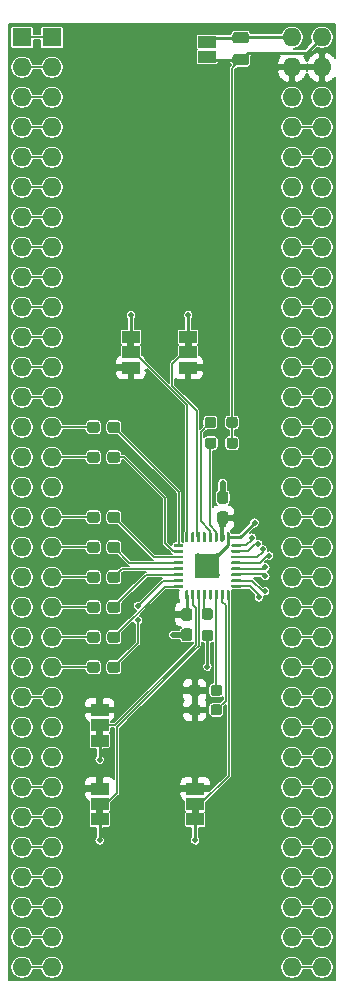
<source format=gtl>
G04 #@! TF.GenerationSoftware,KiCad,Pcbnew,(5.1.12)-1*
G04 #@! TF.CreationDate,2022-10-04T21:51:07-07:00*
G04 #@! TF.ProjectId,HDMIBuffer,48444d49-4275-4666-9665-722e6b696361,rev?*
G04 #@! TF.SameCoordinates,Original*
G04 #@! TF.FileFunction,Copper,L1,Top*
G04 #@! TF.FilePolarity,Positive*
%FSLAX46Y46*%
G04 Gerber Fmt 4.6, Leading zero omitted, Abs format (unit mm)*
G04 Created by KiCad (PCBNEW (5.1.12)-1) date 2022-10-04 21:51:07*
%MOMM*%
%LPD*%
G01*
G04 APERTURE LIST*
G04 #@! TA.AperFunction,EtchedComponent*
%ADD10C,0.100000*%
G04 #@! TD*
G04 #@! TA.AperFunction,SMDPad,CuDef*
%ADD11R,1.500000X1.000000*%
G04 #@! TD*
G04 #@! TA.AperFunction,ComponentPad*
%ADD12O,1.600000X1.600000*%
G04 #@! TD*
G04 #@! TA.AperFunction,ComponentPad*
%ADD13R,1.600000X1.600000*%
G04 #@! TD*
G04 #@! TA.AperFunction,ComponentPad*
%ADD14C,0.500000*%
G04 #@! TD*
G04 #@! TA.AperFunction,SMDPad,CuDef*
%ADD15R,2.100000X2.100000*%
G04 #@! TD*
G04 #@! TA.AperFunction,SMDPad,CuDef*
%ADD16C,0.100000*%
G04 #@! TD*
G04 #@! TA.AperFunction,ViaPad*
%ADD17C,0.500000*%
G04 #@! TD*
G04 #@! TA.AperFunction,Conductor*
%ADD18C,0.127000*%
G04 #@! TD*
G04 #@! TA.AperFunction,Conductor*
%ADD19C,0.500000*%
G04 #@! TD*
G04 #@! TA.AperFunction,Conductor*
%ADD20C,0.254000*%
G04 #@! TD*
G04 #@! TA.AperFunction,Conductor*
%ADD21C,0.250000*%
G04 #@! TD*
G04 #@! TA.AperFunction,Conductor*
%ADD22C,0.200000*%
G04 #@! TD*
G04 #@! TA.AperFunction,Conductor*
%ADD23C,0.100000*%
G04 #@! TD*
G04 APERTURE END LIST*
D10*
G36*
X121889800Y-92064000D02*
G01*
X121889800Y-92564000D01*
X121289800Y-92564000D01*
X121289800Y-92064000D01*
X121889800Y-92064000D01*
G37*
G36*
X126741200Y-92064000D02*
G01*
X126741200Y-92564000D01*
X126141200Y-92564000D01*
X126141200Y-92064000D01*
X126741200Y-92064000D01*
G37*
G36*
X118648200Y-132116400D02*
G01*
X118648200Y-131616400D01*
X119248200Y-131616400D01*
X119248200Y-132116400D01*
X118648200Y-132116400D01*
G37*
G36*
X118648200Y-125436200D02*
G01*
X118648200Y-124936200D01*
X119248200Y-124936200D01*
X119248200Y-125436200D01*
X118648200Y-125436200D01*
G37*
G36*
X126725400Y-132121000D02*
G01*
X126725400Y-131621000D01*
X127325400Y-131621000D01*
X127325400Y-132121000D01*
X126725400Y-132121000D01*
G37*
G04 #@! TA.AperFunction,SMDPad,CuDef*
G36*
G01*
X129685600Y-100897700D02*
X129685600Y-100422700D01*
G75*
G02*
X129923100Y-100185200I237500J0D01*
G01*
X130423100Y-100185200D01*
G75*
G02*
X130660600Y-100422700I0J-237500D01*
G01*
X130660600Y-100897700D01*
G75*
G02*
X130423100Y-101135200I-237500J0D01*
G01*
X129923100Y-101135200D01*
G75*
G02*
X129685600Y-100897700I0J237500D01*
G01*
G37*
G04 #@! TD.AperFunction*
G04 #@! TA.AperFunction,SMDPad,CuDef*
G36*
G01*
X127860600Y-100897700D02*
X127860600Y-100422700D01*
G75*
G02*
X128098100Y-100185200I237500J0D01*
G01*
X128598100Y-100185200D01*
G75*
G02*
X128835600Y-100422700I0J-237500D01*
G01*
X128835600Y-100897700D01*
G75*
G02*
X128598100Y-101135200I-237500J0D01*
G01*
X128098100Y-101135200D01*
G75*
G02*
X127860600Y-100897700I0J237500D01*
G01*
G37*
G04 #@! TD.AperFunction*
G04 #@! TA.AperFunction,SMDPad,CuDef*
G36*
G01*
X129662100Y-99145100D02*
X129662100Y-98670100D01*
G75*
G02*
X129899600Y-98432600I237500J0D01*
G01*
X130399600Y-98432600D01*
G75*
G02*
X130637100Y-98670100I0J-237500D01*
G01*
X130637100Y-99145100D01*
G75*
G02*
X130399600Y-99382600I-237500J0D01*
G01*
X129899600Y-99382600D01*
G75*
G02*
X129662100Y-99145100I0J237500D01*
G01*
G37*
G04 #@! TD.AperFunction*
G04 #@! TA.AperFunction,SMDPad,CuDef*
G36*
G01*
X127837100Y-99145100D02*
X127837100Y-98670100D01*
G75*
G02*
X128074600Y-98432600I237500J0D01*
G01*
X128574600Y-98432600D01*
G75*
G02*
X128812100Y-98670100I0J-237500D01*
G01*
X128812100Y-99145100D01*
G75*
G02*
X128574600Y-99382600I-237500J0D01*
G01*
X128074600Y-99382600D01*
G75*
G02*
X127837100Y-99145100I0J237500D01*
G01*
G37*
G04 #@! TD.AperFunction*
G04 #@! TA.AperFunction,SMDPad,CuDef*
G36*
G01*
X128304300Y-115602200D02*
X127829300Y-115602200D01*
G75*
G02*
X127591800Y-115364700I0J237500D01*
G01*
X127591800Y-114864700D01*
G75*
G02*
X127829300Y-114627200I237500J0D01*
G01*
X128304300Y-114627200D01*
G75*
G02*
X128541800Y-114864700I0J-237500D01*
G01*
X128541800Y-115364700D01*
G75*
G02*
X128304300Y-115602200I-237500J0D01*
G01*
G37*
G04 #@! TD.AperFunction*
G04 #@! TA.AperFunction,SMDPad,CuDef*
G36*
G01*
X128304300Y-117427200D02*
X127829300Y-117427200D01*
G75*
G02*
X127591800Y-117189700I0J237500D01*
G01*
X127591800Y-116689700D01*
G75*
G02*
X127829300Y-116452200I237500J0D01*
G01*
X128304300Y-116452200D01*
G75*
G02*
X128541800Y-116689700I0J-237500D01*
G01*
X128541800Y-117189700D01*
G75*
G02*
X128304300Y-117427200I-237500J0D01*
G01*
G37*
G04 #@! TD.AperFunction*
G04 #@! TA.AperFunction,SMDPad,CuDef*
G36*
G01*
X128339400Y-123478300D02*
X128339400Y-123003300D01*
G75*
G02*
X128576900Y-122765800I237500J0D01*
G01*
X129076900Y-122765800D01*
G75*
G02*
X129314400Y-123003300I0J-237500D01*
G01*
X129314400Y-123478300D01*
G75*
G02*
X129076900Y-123715800I-237500J0D01*
G01*
X128576900Y-123715800D01*
G75*
G02*
X128339400Y-123478300I0J237500D01*
G01*
G37*
G04 #@! TD.AperFunction*
G04 #@! TA.AperFunction,SMDPad,CuDef*
G36*
G01*
X126514400Y-123478300D02*
X126514400Y-123003300D01*
G75*
G02*
X126751900Y-122765800I237500J0D01*
G01*
X127251900Y-122765800D01*
G75*
G02*
X127489400Y-123003300I0J-237500D01*
G01*
X127489400Y-123478300D01*
G75*
G02*
X127251900Y-123715800I-237500J0D01*
G01*
X126751900Y-123715800D01*
G75*
G02*
X126514400Y-123478300I0J237500D01*
G01*
G37*
G04 #@! TD.AperFunction*
G04 #@! TA.AperFunction,SMDPad,CuDef*
G36*
G01*
X128339400Y-121827300D02*
X128339400Y-121352300D01*
G75*
G02*
X128576900Y-121114800I237500J0D01*
G01*
X129076900Y-121114800D01*
G75*
G02*
X129314400Y-121352300I0J-237500D01*
G01*
X129314400Y-121827300D01*
G75*
G02*
X129076900Y-122064800I-237500J0D01*
G01*
X128576900Y-122064800D01*
G75*
G02*
X128339400Y-121827300I0J237500D01*
G01*
G37*
G04 #@! TD.AperFunction*
G04 #@! TA.AperFunction,SMDPad,CuDef*
G36*
G01*
X126514400Y-121827300D02*
X126514400Y-121352300D01*
G75*
G02*
X126751900Y-121114800I237500J0D01*
G01*
X127251900Y-121114800D01*
G75*
G02*
X127489400Y-121352300I0J-237500D01*
G01*
X127489400Y-121827300D01*
G75*
G02*
X127251900Y-122064800I-237500J0D01*
G01*
X126751900Y-122064800D01*
G75*
G02*
X126514400Y-121827300I0J237500D01*
G01*
G37*
G04 #@! TD.AperFunction*
D11*
X121589800Y-92964000D03*
X121589800Y-94264000D03*
X121589800Y-91664000D03*
X126441200Y-92964000D03*
X126441200Y-94264000D03*
X126441200Y-91664000D03*
X118948200Y-131216400D03*
X118948200Y-129916400D03*
X118948200Y-132516400D03*
X118948200Y-124536200D03*
X118948200Y-123236200D03*
X118948200Y-125836200D03*
X127025400Y-131221000D03*
X127025400Y-129921000D03*
X127025400Y-132521000D03*
X128016000Y-66675000D03*
X128016000Y-67975000D03*
G04 #@! TA.AperFunction,SMDPad,CuDef*
G36*
G01*
X131342450Y-66806900D02*
X130429950Y-66806900D01*
G75*
G02*
X130186200Y-66563150I0J243750D01*
G01*
X130186200Y-66075650D01*
G75*
G02*
X130429950Y-65831900I243750J0D01*
G01*
X131342450Y-65831900D01*
G75*
G02*
X131586200Y-66075650I0J-243750D01*
G01*
X131586200Y-66563150D01*
G75*
G02*
X131342450Y-66806900I-243750J0D01*
G01*
G37*
G04 #@! TD.AperFunction*
G04 #@! TA.AperFunction,SMDPad,CuDef*
G36*
G01*
X131342450Y-68681900D02*
X130429950Y-68681900D01*
G75*
G02*
X130186200Y-68438150I0J243750D01*
G01*
X130186200Y-67950650D01*
G75*
G02*
X130429950Y-67706900I243750J0D01*
G01*
X131342450Y-67706900D01*
G75*
G02*
X131586200Y-67950650I0J-243750D01*
G01*
X131586200Y-68438150D01*
G75*
G02*
X131342450Y-68681900I-243750J0D01*
G01*
G37*
G04 #@! TD.AperFunction*
G04 #@! TA.AperFunction,SMDPad,CuDef*
G36*
G01*
X129124700Y-106446200D02*
X129599700Y-106446200D01*
G75*
G02*
X129837200Y-106683700I0J-237500D01*
G01*
X129837200Y-107283700D01*
G75*
G02*
X129599700Y-107521200I-237500J0D01*
G01*
X129124700Y-107521200D01*
G75*
G02*
X128887200Y-107283700I0J237500D01*
G01*
X128887200Y-106683700D01*
G75*
G02*
X129124700Y-106446200I237500J0D01*
G01*
G37*
G04 #@! TD.AperFunction*
G04 #@! TA.AperFunction,SMDPad,CuDef*
G36*
G01*
X129124700Y-104721200D02*
X129599700Y-104721200D01*
G75*
G02*
X129837200Y-104958700I0J-237500D01*
G01*
X129837200Y-105558700D01*
G75*
G02*
X129599700Y-105796200I-237500J0D01*
G01*
X129124700Y-105796200D01*
G75*
G02*
X128887200Y-105558700I0J237500D01*
G01*
X128887200Y-104958700D01*
G75*
G02*
X129124700Y-104721200I237500J0D01*
G01*
G37*
G04 #@! TD.AperFunction*
G04 #@! TA.AperFunction,SMDPad,CuDef*
G36*
G01*
X126551700Y-115701100D02*
X126076700Y-115701100D01*
G75*
G02*
X125839200Y-115463600I0J237500D01*
G01*
X125839200Y-114863600D01*
G75*
G02*
X126076700Y-114626100I237500J0D01*
G01*
X126551700Y-114626100D01*
G75*
G02*
X126789200Y-114863600I0J-237500D01*
G01*
X126789200Y-115463600D01*
G75*
G02*
X126551700Y-115701100I-237500J0D01*
G01*
G37*
G04 #@! TD.AperFunction*
G04 #@! TA.AperFunction,SMDPad,CuDef*
G36*
G01*
X126551700Y-117426100D02*
X126076700Y-117426100D01*
G75*
G02*
X125839200Y-117188600I0J237500D01*
G01*
X125839200Y-116588600D01*
G75*
G02*
X126076700Y-116351100I237500J0D01*
G01*
X126551700Y-116351100D01*
G75*
G02*
X126789200Y-116588600I0J-237500D01*
G01*
X126789200Y-117188600D01*
G75*
G02*
X126551700Y-117426100I-237500J0D01*
G01*
G37*
G04 #@! TD.AperFunction*
D12*
X137769600Y-145034000D03*
X137769600Y-142494000D03*
X137769600Y-139954000D03*
X137769600Y-137414000D03*
X137769600Y-134874000D03*
X137769600Y-132334000D03*
X137769600Y-129794000D03*
X137769600Y-127254000D03*
X137769600Y-124714000D03*
X137769600Y-122174000D03*
X137769600Y-119634000D03*
X137769600Y-117094000D03*
X137769600Y-114554000D03*
X137769600Y-112014000D03*
X137769600Y-109474000D03*
X137769600Y-106934000D03*
X137769600Y-104394000D03*
X137769600Y-101854000D03*
X137769600Y-99314000D03*
X137769600Y-96774000D03*
X137769600Y-94234000D03*
X137769600Y-91694000D03*
X137769600Y-89154000D03*
X137769600Y-86614000D03*
X137769600Y-84074000D03*
X137769600Y-81534000D03*
X137769600Y-78994000D03*
X137769600Y-76454000D03*
X137769600Y-73914000D03*
X137769600Y-71374000D03*
X137769600Y-68834000D03*
X137769600Y-66294000D03*
X135229600Y-145034000D03*
X135229600Y-142494000D03*
X135229600Y-139954000D03*
X135229600Y-137414000D03*
X135229600Y-134874000D03*
X135229600Y-132334000D03*
X135229600Y-129794000D03*
X135229600Y-127254000D03*
X135229600Y-124714000D03*
X135229600Y-122174000D03*
X135229600Y-119634000D03*
X135229600Y-117094000D03*
X135229600Y-114554000D03*
X135229600Y-112014000D03*
X135229600Y-109474000D03*
X135229600Y-106934000D03*
X135229600Y-104394000D03*
X135229600Y-101854000D03*
X135229600Y-99314000D03*
X135229600Y-96774000D03*
X135229600Y-94234000D03*
X135229600Y-91694000D03*
X135229600Y-89154000D03*
X135229600Y-86614000D03*
X135229600Y-84074000D03*
X135229600Y-81534000D03*
X135229600Y-78994000D03*
X135229600Y-76454000D03*
X135229600Y-73914000D03*
X135229600Y-71374000D03*
X135229600Y-68834000D03*
X135229600Y-66294000D03*
X114909600Y-145034000D03*
X114909600Y-142494000D03*
X114909600Y-139954000D03*
X114909600Y-137414000D03*
X114909600Y-134874000D03*
X114909600Y-132334000D03*
X114909600Y-129794000D03*
X114909600Y-127254000D03*
X114909600Y-124714000D03*
X114909600Y-122174000D03*
X114909600Y-119634000D03*
X114909600Y-117094000D03*
X114909600Y-114554000D03*
X114909600Y-112014000D03*
X114909600Y-109474000D03*
X114909600Y-106934000D03*
X114909600Y-104394000D03*
X114909600Y-101854000D03*
X114909600Y-99314000D03*
X114909600Y-96774000D03*
X114909600Y-94234000D03*
X114909600Y-91694000D03*
X114909600Y-89154000D03*
X114909600Y-86614000D03*
X114909600Y-84074000D03*
X114909600Y-81534000D03*
X114909600Y-78994000D03*
X114909600Y-76454000D03*
X114909600Y-73914000D03*
X114909600Y-71374000D03*
X114909600Y-68834000D03*
D13*
X114909600Y-66294000D03*
D12*
X112373601Y-145034000D03*
X112373601Y-142494000D03*
X112373601Y-139954000D03*
X112373601Y-137414000D03*
X112373601Y-134874000D03*
X112373601Y-132334000D03*
X112373601Y-129794000D03*
X112373601Y-127254000D03*
X112373601Y-124714000D03*
X112373601Y-122174000D03*
X112373601Y-119634000D03*
X112373601Y-117094000D03*
X112373601Y-114554000D03*
X112373601Y-112014000D03*
X112373601Y-109474000D03*
X112373601Y-106934000D03*
X112373601Y-104394000D03*
X112373601Y-101854000D03*
X112373601Y-99314000D03*
X112373601Y-96774000D03*
X112373601Y-94234000D03*
X112373601Y-91694000D03*
X112373601Y-89154000D03*
X112373601Y-86614000D03*
X112373601Y-84074000D03*
X112373601Y-81534000D03*
X112373601Y-78994000D03*
X112373601Y-76454000D03*
X112373601Y-73914000D03*
X112373601Y-71374000D03*
X112373601Y-68834000D03*
D13*
X112373601Y-66294000D03*
G04 #@! TA.AperFunction,SMDPad,CuDef*
G36*
G01*
X118954500Y-101616500D02*
X118954500Y-102091500D01*
G75*
G02*
X118717000Y-102329000I-237500J0D01*
G01*
X118117000Y-102329000D01*
G75*
G02*
X117879500Y-102091500I0J237500D01*
G01*
X117879500Y-101616500D01*
G75*
G02*
X118117000Y-101379000I237500J0D01*
G01*
X118717000Y-101379000D01*
G75*
G02*
X118954500Y-101616500I0J-237500D01*
G01*
G37*
G04 #@! TD.AperFunction*
G04 #@! TA.AperFunction,SMDPad,CuDef*
G36*
G01*
X120679500Y-101616500D02*
X120679500Y-102091500D01*
G75*
G02*
X120442000Y-102329000I-237500J0D01*
G01*
X119842000Y-102329000D01*
G75*
G02*
X119604500Y-102091500I0J237500D01*
G01*
X119604500Y-101616500D01*
G75*
G02*
X119842000Y-101379000I237500J0D01*
G01*
X120442000Y-101379000D01*
G75*
G02*
X120679500Y-101616500I0J-237500D01*
G01*
G37*
G04 #@! TD.AperFunction*
G04 #@! TA.AperFunction,SMDPad,CuDef*
G36*
G01*
X118954500Y-109236500D02*
X118954500Y-109711500D01*
G75*
G02*
X118717000Y-109949000I-237500J0D01*
G01*
X118117000Y-109949000D01*
G75*
G02*
X117879500Y-109711500I0J237500D01*
G01*
X117879500Y-109236500D01*
G75*
G02*
X118117000Y-108999000I237500J0D01*
G01*
X118717000Y-108999000D01*
G75*
G02*
X118954500Y-109236500I0J-237500D01*
G01*
G37*
G04 #@! TD.AperFunction*
G04 #@! TA.AperFunction,SMDPad,CuDef*
G36*
G01*
X120679500Y-109236500D02*
X120679500Y-109711500D01*
G75*
G02*
X120442000Y-109949000I-237500J0D01*
G01*
X119842000Y-109949000D01*
G75*
G02*
X119604500Y-109711500I0J237500D01*
G01*
X119604500Y-109236500D01*
G75*
G02*
X119842000Y-108999000I237500J0D01*
G01*
X120442000Y-108999000D01*
G75*
G02*
X120679500Y-109236500I0J-237500D01*
G01*
G37*
G04 #@! TD.AperFunction*
G04 #@! TA.AperFunction,SMDPad,CuDef*
G36*
G01*
X118954500Y-114316500D02*
X118954500Y-114791500D01*
G75*
G02*
X118717000Y-115029000I-237500J0D01*
G01*
X118117000Y-115029000D01*
G75*
G02*
X117879500Y-114791500I0J237500D01*
G01*
X117879500Y-114316500D01*
G75*
G02*
X118117000Y-114079000I237500J0D01*
G01*
X118717000Y-114079000D01*
G75*
G02*
X118954500Y-114316500I0J-237500D01*
G01*
G37*
G04 #@! TD.AperFunction*
G04 #@! TA.AperFunction,SMDPad,CuDef*
G36*
G01*
X120679500Y-114316500D02*
X120679500Y-114791500D01*
G75*
G02*
X120442000Y-115029000I-237500J0D01*
G01*
X119842000Y-115029000D01*
G75*
G02*
X119604500Y-114791500I0J237500D01*
G01*
X119604500Y-114316500D01*
G75*
G02*
X119842000Y-114079000I237500J0D01*
G01*
X120442000Y-114079000D01*
G75*
G02*
X120679500Y-114316500I0J-237500D01*
G01*
G37*
G04 #@! TD.AperFunction*
G04 #@! TA.AperFunction,SMDPad,CuDef*
G36*
G01*
X118954500Y-99076500D02*
X118954500Y-99551500D01*
G75*
G02*
X118717000Y-99789000I-237500J0D01*
G01*
X118117000Y-99789000D01*
G75*
G02*
X117879500Y-99551500I0J237500D01*
G01*
X117879500Y-99076500D01*
G75*
G02*
X118117000Y-98839000I237500J0D01*
G01*
X118717000Y-98839000D01*
G75*
G02*
X118954500Y-99076500I0J-237500D01*
G01*
G37*
G04 #@! TD.AperFunction*
G04 #@! TA.AperFunction,SMDPad,CuDef*
G36*
G01*
X120679500Y-99076500D02*
X120679500Y-99551500D01*
G75*
G02*
X120442000Y-99789000I-237500J0D01*
G01*
X119842000Y-99789000D01*
G75*
G02*
X119604500Y-99551500I0J237500D01*
G01*
X119604500Y-99076500D01*
G75*
G02*
X119842000Y-98839000I237500J0D01*
G01*
X120442000Y-98839000D01*
G75*
G02*
X120679500Y-99076500I0J-237500D01*
G01*
G37*
G04 #@! TD.AperFunction*
G04 #@! TA.AperFunction,SMDPad,CuDef*
G36*
G01*
X118954500Y-106696500D02*
X118954500Y-107171500D01*
G75*
G02*
X118717000Y-107409000I-237500J0D01*
G01*
X118117000Y-107409000D01*
G75*
G02*
X117879500Y-107171500I0J237500D01*
G01*
X117879500Y-106696500D01*
G75*
G02*
X118117000Y-106459000I237500J0D01*
G01*
X118717000Y-106459000D01*
G75*
G02*
X118954500Y-106696500I0J-237500D01*
G01*
G37*
G04 #@! TD.AperFunction*
G04 #@! TA.AperFunction,SMDPad,CuDef*
G36*
G01*
X120679500Y-106696500D02*
X120679500Y-107171500D01*
G75*
G02*
X120442000Y-107409000I-237500J0D01*
G01*
X119842000Y-107409000D01*
G75*
G02*
X119604500Y-107171500I0J237500D01*
G01*
X119604500Y-106696500D01*
G75*
G02*
X119842000Y-106459000I237500J0D01*
G01*
X120442000Y-106459000D01*
G75*
G02*
X120679500Y-106696500I0J-237500D01*
G01*
G37*
G04 #@! TD.AperFunction*
G04 #@! TA.AperFunction,SMDPad,CuDef*
G36*
G01*
X118954500Y-111776500D02*
X118954500Y-112251500D01*
G75*
G02*
X118717000Y-112489000I-237500J0D01*
G01*
X118117000Y-112489000D01*
G75*
G02*
X117879500Y-112251500I0J237500D01*
G01*
X117879500Y-111776500D01*
G75*
G02*
X118117000Y-111539000I237500J0D01*
G01*
X118717000Y-111539000D01*
G75*
G02*
X118954500Y-111776500I0J-237500D01*
G01*
G37*
G04 #@! TD.AperFunction*
G04 #@! TA.AperFunction,SMDPad,CuDef*
G36*
G01*
X120679500Y-111776500D02*
X120679500Y-112251500D01*
G75*
G02*
X120442000Y-112489000I-237500J0D01*
G01*
X119842000Y-112489000D01*
G75*
G02*
X119604500Y-112251500I0J237500D01*
G01*
X119604500Y-111776500D01*
G75*
G02*
X119842000Y-111539000I237500J0D01*
G01*
X120442000Y-111539000D01*
G75*
G02*
X120679500Y-111776500I0J-237500D01*
G01*
G37*
G04 #@! TD.AperFunction*
G04 #@! TA.AperFunction,SMDPad,CuDef*
G36*
G01*
X118954500Y-119396500D02*
X118954500Y-119871500D01*
G75*
G02*
X118717000Y-120109000I-237500J0D01*
G01*
X118117000Y-120109000D01*
G75*
G02*
X117879500Y-119871500I0J237500D01*
G01*
X117879500Y-119396500D01*
G75*
G02*
X118117000Y-119159000I237500J0D01*
G01*
X118717000Y-119159000D01*
G75*
G02*
X118954500Y-119396500I0J-237500D01*
G01*
G37*
G04 #@! TD.AperFunction*
G04 #@! TA.AperFunction,SMDPad,CuDef*
G36*
G01*
X120679500Y-119396500D02*
X120679500Y-119871500D01*
G75*
G02*
X120442000Y-120109000I-237500J0D01*
G01*
X119842000Y-120109000D01*
G75*
G02*
X119604500Y-119871500I0J237500D01*
G01*
X119604500Y-119396500D01*
G75*
G02*
X119842000Y-119159000I237500J0D01*
G01*
X120442000Y-119159000D01*
G75*
G02*
X120679500Y-119396500I0J-237500D01*
G01*
G37*
G04 #@! TD.AperFunction*
G04 #@! TA.AperFunction,SMDPad,CuDef*
G36*
G01*
X118954500Y-116856500D02*
X118954500Y-117331500D01*
G75*
G02*
X118717000Y-117569000I-237500J0D01*
G01*
X118117000Y-117569000D01*
G75*
G02*
X117879500Y-117331500I0J237500D01*
G01*
X117879500Y-116856500D01*
G75*
G02*
X118117000Y-116619000I237500J0D01*
G01*
X118717000Y-116619000D01*
G75*
G02*
X118954500Y-116856500I0J-237500D01*
G01*
G37*
G04 #@! TD.AperFunction*
G04 #@! TA.AperFunction,SMDPad,CuDef*
G36*
G01*
X120679500Y-116856500D02*
X120679500Y-117331500D01*
G75*
G02*
X120442000Y-117569000I-237500J0D01*
G01*
X119842000Y-117569000D01*
G75*
G02*
X119604500Y-117331500I0J237500D01*
G01*
X119604500Y-116856500D01*
G75*
G02*
X119842000Y-116619000I237500J0D01*
G01*
X120442000Y-116619000D01*
G75*
G02*
X120679500Y-116856500I0J-237500D01*
G01*
G37*
G04 #@! TD.AperFunction*
D14*
X128866800Y-110248800D03*
X128866800Y-111848800D03*
X127266800Y-110248800D03*
X127266800Y-111848800D03*
D15*
X128066800Y-111048800D03*
G04 #@! TA.AperFunction,SMDPad,CuDef*
D16*
G36*
X125218001Y-112724107D02*
G01*
X125221558Y-112712382D01*
X125227333Y-112701577D01*
X125235106Y-112692106D01*
X125244577Y-112684333D01*
X125255382Y-112678558D01*
X125267107Y-112675001D01*
X125279300Y-112673800D01*
X125979300Y-112673800D01*
X125991493Y-112675001D01*
X126003218Y-112678558D01*
X126014023Y-112684333D01*
X126023494Y-112692106D01*
X126031267Y-112701577D01*
X126037042Y-112712382D01*
X126040599Y-112724107D01*
X126041800Y-112736300D01*
X126041800Y-112807912D01*
X126040599Y-112820105D01*
X126037042Y-112831830D01*
X126031267Y-112842635D01*
X126023494Y-112852106D01*
X125970106Y-112905494D01*
X125960635Y-112913267D01*
X125949830Y-112919042D01*
X125938105Y-112922599D01*
X125925912Y-112923800D01*
X125279300Y-112923800D01*
X125267107Y-112922599D01*
X125255382Y-112919042D01*
X125244577Y-112913267D01*
X125235106Y-112905494D01*
X125227333Y-112896023D01*
X125221558Y-112885218D01*
X125218001Y-112873493D01*
X125216800Y-112861300D01*
X125216800Y-112736300D01*
X125218001Y-112724107D01*
G37*
G04 #@! TD.AperFunction*
G04 #@! TA.AperFunction,SMDPad,CuDef*
G36*
G01*
X125979300Y-112423800D02*
X125279300Y-112423800D01*
G75*
G02*
X125216800Y-112361300I0J62500D01*
G01*
X125216800Y-112236300D01*
G75*
G02*
X125279300Y-112173800I62500J0D01*
G01*
X125979300Y-112173800D01*
G75*
G02*
X126041800Y-112236300I0J-62500D01*
G01*
X126041800Y-112361300D01*
G75*
G02*
X125979300Y-112423800I-62500J0D01*
G01*
G37*
G04 #@! TD.AperFunction*
G04 #@! TA.AperFunction,SMDPad,CuDef*
G36*
G01*
X125979300Y-111923800D02*
X125279300Y-111923800D01*
G75*
G02*
X125216800Y-111861300I0J62500D01*
G01*
X125216800Y-111736300D01*
G75*
G02*
X125279300Y-111673800I62500J0D01*
G01*
X125979300Y-111673800D01*
G75*
G02*
X126041800Y-111736300I0J-62500D01*
G01*
X126041800Y-111861300D01*
G75*
G02*
X125979300Y-111923800I-62500J0D01*
G01*
G37*
G04 #@! TD.AperFunction*
G04 #@! TA.AperFunction,SMDPad,CuDef*
G36*
G01*
X125979300Y-111423800D02*
X125279300Y-111423800D01*
G75*
G02*
X125216800Y-111361300I0J62500D01*
G01*
X125216800Y-111236300D01*
G75*
G02*
X125279300Y-111173800I62500J0D01*
G01*
X125979300Y-111173800D01*
G75*
G02*
X126041800Y-111236300I0J-62500D01*
G01*
X126041800Y-111361300D01*
G75*
G02*
X125979300Y-111423800I-62500J0D01*
G01*
G37*
G04 #@! TD.AperFunction*
G04 #@! TA.AperFunction,SMDPad,CuDef*
G36*
G01*
X125979300Y-110923800D02*
X125279300Y-110923800D01*
G75*
G02*
X125216800Y-110861300I0J62500D01*
G01*
X125216800Y-110736300D01*
G75*
G02*
X125279300Y-110673800I62500J0D01*
G01*
X125979300Y-110673800D01*
G75*
G02*
X126041800Y-110736300I0J-62500D01*
G01*
X126041800Y-110861300D01*
G75*
G02*
X125979300Y-110923800I-62500J0D01*
G01*
G37*
G04 #@! TD.AperFunction*
G04 #@! TA.AperFunction,SMDPad,CuDef*
G36*
G01*
X125979300Y-110423800D02*
X125279300Y-110423800D01*
G75*
G02*
X125216800Y-110361300I0J62500D01*
G01*
X125216800Y-110236300D01*
G75*
G02*
X125279300Y-110173800I62500J0D01*
G01*
X125979300Y-110173800D01*
G75*
G02*
X126041800Y-110236300I0J-62500D01*
G01*
X126041800Y-110361300D01*
G75*
G02*
X125979300Y-110423800I-62500J0D01*
G01*
G37*
G04 #@! TD.AperFunction*
G04 #@! TA.AperFunction,SMDPad,CuDef*
G36*
G01*
X125979300Y-109923800D02*
X125279300Y-109923800D01*
G75*
G02*
X125216800Y-109861300I0J62500D01*
G01*
X125216800Y-109736300D01*
G75*
G02*
X125279300Y-109673800I62500J0D01*
G01*
X125979300Y-109673800D01*
G75*
G02*
X126041800Y-109736300I0J-62500D01*
G01*
X126041800Y-109861300D01*
G75*
G02*
X125979300Y-109923800I-62500J0D01*
G01*
G37*
G04 #@! TD.AperFunction*
G04 #@! TA.AperFunction,SMDPad,CuDef*
G36*
X125218001Y-109224107D02*
G01*
X125221558Y-109212382D01*
X125227333Y-109201577D01*
X125235106Y-109192106D01*
X125244577Y-109184333D01*
X125255382Y-109178558D01*
X125267107Y-109175001D01*
X125279300Y-109173800D01*
X125925912Y-109173800D01*
X125938105Y-109175001D01*
X125949830Y-109178558D01*
X125960635Y-109184333D01*
X125970106Y-109192106D01*
X126023494Y-109245494D01*
X126031267Y-109254965D01*
X126037042Y-109265770D01*
X126040599Y-109277495D01*
X126041800Y-109289688D01*
X126041800Y-109361300D01*
X126040599Y-109373493D01*
X126037042Y-109385218D01*
X126031267Y-109396023D01*
X126023494Y-109405494D01*
X126014023Y-109413267D01*
X126003218Y-109419042D01*
X125991493Y-109422599D01*
X125979300Y-109423800D01*
X125279300Y-109423800D01*
X125267107Y-109422599D01*
X125255382Y-109419042D01*
X125244577Y-109413267D01*
X125235106Y-109405494D01*
X125227333Y-109396023D01*
X125221558Y-109385218D01*
X125218001Y-109373493D01*
X125216800Y-109361300D01*
X125216800Y-109236300D01*
X125218001Y-109224107D01*
G37*
G04 #@! TD.AperFunction*
G04 #@! TA.AperFunction,SMDPad,CuDef*
G36*
X126193001Y-108249107D02*
G01*
X126196558Y-108237382D01*
X126202333Y-108226577D01*
X126210106Y-108217106D01*
X126219577Y-108209333D01*
X126230382Y-108203558D01*
X126242107Y-108200001D01*
X126254300Y-108198800D01*
X126379300Y-108198800D01*
X126391493Y-108200001D01*
X126403218Y-108203558D01*
X126414023Y-108209333D01*
X126423494Y-108217106D01*
X126431267Y-108226577D01*
X126437042Y-108237382D01*
X126440599Y-108249107D01*
X126441800Y-108261300D01*
X126441800Y-108961300D01*
X126440599Y-108973493D01*
X126437042Y-108985218D01*
X126431267Y-108996023D01*
X126423494Y-109005494D01*
X126414023Y-109013267D01*
X126403218Y-109019042D01*
X126391493Y-109022599D01*
X126379300Y-109023800D01*
X126307688Y-109023800D01*
X126295495Y-109022599D01*
X126283770Y-109019042D01*
X126272965Y-109013267D01*
X126263494Y-109005494D01*
X126210106Y-108952106D01*
X126202333Y-108942635D01*
X126196558Y-108931830D01*
X126193001Y-108920105D01*
X126191800Y-108907912D01*
X126191800Y-108261300D01*
X126193001Y-108249107D01*
G37*
G04 #@! TD.AperFunction*
G04 #@! TA.AperFunction,SMDPad,CuDef*
G36*
G01*
X126879300Y-109023800D02*
X126754300Y-109023800D01*
G75*
G02*
X126691800Y-108961300I0J62500D01*
G01*
X126691800Y-108261300D01*
G75*
G02*
X126754300Y-108198800I62500J0D01*
G01*
X126879300Y-108198800D01*
G75*
G02*
X126941800Y-108261300I0J-62500D01*
G01*
X126941800Y-108961300D01*
G75*
G02*
X126879300Y-109023800I-62500J0D01*
G01*
G37*
G04 #@! TD.AperFunction*
G04 #@! TA.AperFunction,SMDPad,CuDef*
G36*
G01*
X127379300Y-109023800D02*
X127254300Y-109023800D01*
G75*
G02*
X127191800Y-108961300I0J62500D01*
G01*
X127191800Y-108261300D01*
G75*
G02*
X127254300Y-108198800I62500J0D01*
G01*
X127379300Y-108198800D01*
G75*
G02*
X127441800Y-108261300I0J-62500D01*
G01*
X127441800Y-108961300D01*
G75*
G02*
X127379300Y-109023800I-62500J0D01*
G01*
G37*
G04 #@! TD.AperFunction*
G04 #@! TA.AperFunction,SMDPad,CuDef*
G36*
G01*
X127879300Y-109023800D02*
X127754300Y-109023800D01*
G75*
G02*
X127691800Y-108961300I0J62500D01*
G01*
X127691800Y-108261300D01*
G75*
G02*
X127754300Y-108198800I62500J0D01*
G01*
X127879300Y-108198800D01*
G75*
G02*
X127941800Y-108261300I0J-62500D01*
G01*
X127941800Y-108961300D01*
G75*
G02*
X127879300Y-109023800I-62500J0D01*
G01*
G37*
G04 #@! TD.AperFunction*
G04 #@! TA.AperFunction,SMDPad,CuDef*
G36*
G01*
X128379300Y-109023800D02*
X128254300Y-109023800D01*
G75*
G02*
X128191800Y-108961300I0J62500D01*
G01*
X128191800Y-108261300D01*
G75*
G02*
X128254300Y-108198800I62500J0D01*
G01*
X128379300Y-108198800D01*
G75*
G02*
X128441800Y-108261300I0J-62500D01*
G01*
X128441800Y-108961300D01*
G75*
G02*
X128379300Y-109023800I-62500J0D01*
G01*
G37*
G04 #@! TD.AperFunction*
G04 #@! TA.AperFunction,SMDPad,CuDef*
G36*
G01*
X128879300Y-109023800D02*
X128754300Y-109023800D01*
G75*
G02*
X128691800Y-108961300I0J62500D01*
G01*
X128691800Y-108261300D01*
G75*
G02*
X128754300Y-108198800I62500J0D01*
G01*
X128879300Y-108198800D01*
G75*
G02*
X128941800Y-108261300I0J-62500D01*
G01*
X128941800Y-108961300D01*
G75*
G02*
X128879300Y-109023800I-62500J0D01*
G01*
G37*
G04 #@! TD.AperFunction*
G04 #@! TA.AperFunction,SMDPad,CuDef*
G36*
G01*
X129379300Y-109023800D02*
X129254300Y-109023800D01*
G75*
G02*
X129191800Y-108961300I0J62500D01*
G01*
X129191800Y-108261300D01*
G75*
G02*
X129254300Y-108198800I62500J0D01*
G01*
X129379300Y-108198800D01*
G75*
G02*
X129441800Y-108261300I0J-62500D01*
G01*
X129441800Y-108961300D01*
G75*
G02*
X129379300Y-109023800I-62500J0D01*
G01*
G37*
G04 #@! TD.AperFunction*
G04 #@! TA.AperFunction,SMDPad,CuDef*
G36*
X129693001Y-108249107D02*
G01*
X129696558Y-108237382D01*
X129702333Y-108226577D01*
X129710106Y-108217106D01*
X129719577Y-108209333D01*
X129730382Y-108203558D01*
X129742107Y-108200001D01*
X129754300Y-108198800D01*
X129879300Y-108198800D01*
X129891493Y-108200001D01*
X129903218Y-108203558D01*
X129914023Y-108209333D01*
X129923494Y-108217106D01*
X129931267Y-108226577D01*
X129937042Y-108237382D01*
X129940599Y-108249107D01*
X129941800Y-108261300D01*
X129941800Y-108907912D01*
X129940599Y-108920105D01*
X129937042Y-108931830D01*
X129931267Y-108942635D01*
X129923494Y-108952106D01*
X129870106Y-109005494D01*
X129860635Y-109013267D01*
X129849830Y-109019042D01*
X129838105Y-109022599D01*
X129825912Y-109023800D01*
X129754300Y-109023800D01*
X129742107Y-109022599D01*
X129730382Y-109019042D01*
X129719577Y-109013267D01*
X129710106Y-109005494D01*
X129702333Y-108996023D01*
X129696558Y-108985218D01*
X129693001Y-108973493D01*
X129691800Y-108961300D01*
X129691800Y-108261300D01*
X129693001Y-108249107D01*
G37*
G04 #@! TD.AperFunction*
G04 #@! TA.AperFunction,SMDPad,CuDef*
G36*
X130093001Y-109277495D02*
G01*
X130096558Y-109265770D01*
X130102333Y-109254965D01*
X130110106Y-109245494D01*
X130163494Y-109192106D01*
X130172965Y-109184333D01*
X130183770Y-109178558D01*
X130195495Y-109175001D01*
X130207688Y-109173800D01*
X130854300Y-109173800D01*
X130866493Y-109175001D01*
X130878218Y-109178558D01*
X130889023Y-109184333D01*
X130898494Y-109192106D01*
X130906267Y-109201577D01*
X130912042Y-109212382D01*
X130915599Y-109224107D01*
X130916800Y-109236300D01*
X130916800Y-109361300D01*
X130915599Y-109373493D01*
X130912042Y-109385218D01*
X130906267Y-109396023D01*
X130898494Y-109405494D01*
X130889023Y-109413267D01*
X130878218Y-109419042D01*
X130866493Y-109422599D01*
X130854300Y-109423800D01*
X130154300Y-109423800D01*
X130142107Y-109422599D01*
X130130382Y-109419042D01*
X130119577Y-109413267D01*
X130110106Y-109405494D01*
X130102333Y-109396023D01*
X130096558Y-109385218D01*
X130093001Y-109373493D01*
X130091800Y-109361300D01*
X130091800Y-109289688D01*
X130093001Y-109277495D01*
G37*
G04 #@! TD.AperFunction*
G04 #@! TA.AperFunction,SMDPad,CuDef*
G36*
G01*
X130854300Y-109923800D02*
X130154300Y-109923800D01*
G75*
G02*
X130091800Y-109861300I0J62500D01*
G01*
X130091800Y-109736300D01*
G75*
G02*
X130154300Y-109673800I62500J0D01*
G01*
X130854300Y-109673800D01*
G75*
G02*
X130916800Y-109736300I0J-62500D01*
G01*
X130916800Y-109861300D01*
G75*
G02*
X130854300Y-109923800I-62500J0D01*
G01*
G37*
G04 #@! TD.AperFunction*
G04 #@! TA.AperFunction,SMDPad,CuDef*
G36*
G01*
X130854300Y-110423800D02*
X130154300Y-110423800D01*
G75*
G02*
X130091800Y-110361300I0J62500D01*
G01*
X130091800Y-110236300D01*
G75*
G02*
X130154300Y-110173800I62500J0D01*
G01*
X130854300Y-110173800D01*
G75*
G02*
X130916800Y-110236300I0J-62500D01*
G01*
X130916800Y-110361300D01*
G75*
G02*
X130854300Y-110423800I-62500J0D01*
G01*
G37*
G04 #@! TD.AperFunction*
G04 #@! TA.AperFunction,SMDPad,CuDef*
G36*
G01*
X130854300Y-110923800D02*
X130154300Y-110923800D01*
G75*
G02*
X130091800Y-110861300I0J62500D01*
G01*
X130091800Y-110736300D01*
G75*
G02*
X130154300Y-110673800I62500J0D01*
G01*
X130854300Y-110673800D01*
G75*
G02*
X130916800Y-110736300I0J-62500D01*
G01*
X130916800Y-110861300D01*
G75*
G02*
X130854300Y-110923800I-62500J0D01*
G01*
G37*
G04 #@! TD.AperFunction*
G04 #@! TA.AperFunction,SMDPad,CuDef*
G36*
G01*
X130854300Y-111423800D02*
X130154300Y-111423800D01*
G75*
G02*
X130091800Y-111361300I0J62500D01*
G01*
X130091800Y-111236300D01*
G75*
G02*
X130154300Y-111173800I62500J0D01*
G01*
X130854300Y-111173800D01*
G75*
G02*
X130916800Y-111236300I0J-62500D01*
G01*
X130916800Y-111361300D01*
G75*
G02*
X130854300Y-111423800I-62500J0D01*
G01*
G37*
G04 #@! TD.AperFunction*
G04 #@! TA.AperFunction,SMDPad,CuDef*
G36*
G01*
X130854300Y-111923800D02*
X130154300Y-111923800D01*
G75*
G02*
X130091800Y-111861300I0J62500D01*
G01*
X130091800Y-111736300D01*
G75*
G02*
X130154300Y-111673800I62500J0D01*
G01*
X130854300Y-111673800D01*
G75*
G02*
X130916800Y-111736300I0J-62500D01*
G01*
X130916800Y-111861300D01*
G75*
G02*
X130854300Y-111923800I-62500J0D01*
G01*
G37*
G04 #@! TD.AperFunction*
G04 #@! TA.AperFunction,SMDPad,CuDef*
G36*
G01*
X130854300Y-112423800D02*
X130154300Y-112423800D01*
G75*
G02*
X130091800Y-112361300I0J62500D01*
G01*
X130091800Y-112236300D01*
G75*
G02*
X130154300Y-112173800I62500J0D01*
G01*
X130854300Y-112173800D01*
G75*
G02*
X130916800Y-112236300I0J-62500D01*
G01*
X130916800Y-112361300D01*
G75*
G02*
X130854300Y-112423800I-62500J0D01*
G01*
G37*
G04 #@! TD.AperFunction*
G04 #@! TA.AperFunction,SMDPad,CuDef*
G36*
X130093001Y-112724107D02*
G01*
X130096558Y-112712382D01*
X130102333Y-112701577D01*
X130110106Y-112692106D01*
X130119577Y-112684333D01*
X130130382Y-112678558D01*
X130142107Y-112675001D01*
X130154300Y-112673800D01*
X130854300Y-112673800D01*
X130866493Y-112675001D01*
X130878218Y-112678558D01*
X130889023Y-112684333D01*
X130898494Y-112692106D01*
X130906267Y-112701577D01*
X130912042Y-112712382D01*
X130915599Y-112724107D01*
X130916800Y-112736300D01*
X130916800Y-112861300D01*
X130915599Y-112873493D01*
X130912042Y-112885218D01*
X130906267Y-112896023D01*
X130898494Y-112905494D01*
X130889023Y-112913267D01*
X130878218Y-112919042D01*
X130866493Y-112922599D01*
X130854300Y-112923800D01*
X130207688Y-112923800D01*
X130195495Y-112922599D01*
X130183770Y-112919042D01*
X130172965Y-112913267D01*
X130163494Y-112905494D01*
X130110106Y-112852106D01*
X130102333Y-112842635D01*
X130096558Y-112831830D01*
X130093001Y-112820105D01*
X130091800Y-112807912D01*
X130091800Y-112736300D01*
X130093001Y-112724107D01*
G37*
G04 #@! TD.AperFunction*
G04 #@! TA.AperFunction,SMDPad,CuDef*
G36*
X129693001Y-113124107D02*
G01*
X129696558Y-113112382D01*
X129702333Y-113101577D01*
X129710106Y-113092106D01*
X129719577Y-113084333D01*
X129730382Y-113078558D01*
X129742107Y-113075001D01*
X129754300Y-113073800D01*
X129825912Y-113073800D01*
X129838105Y-113075001D01*
X129849830Y-113078558D01*
X129860635Y-113084333D01*
X129870106Y-113092106D01*
X129923494Y-113145494D01*
X129931267Y-113154965D01*
X129937042Y-113165770D01*
X129940599Y-113177495D01*
X129941800Y-113189688D01*
X129941800Y-113836300D01*
X129940599Y-113848493D01*
X129937042Y-113860218D01*
X129931267Y-113871023D01*
X129923494Y-113880494D01*
X129914023Y-113888267D01*
X129903218Y-113894042D01*
X129891493Y-113897599D01*
X129879300Y-113898800D01*
X129754300Y-113898800D01*
X129742107Y-113897599D01*
X129730382Y-113894042D01*
X129719577Y-113888267D01*
X129710106Y-113880494D01*
X129702333Y-113871023D01*
X129696558Y-113860218D01*
X129693001Y-113848493D01*
X129691800Y-113836300D01*
X129691800Y-113136300D01*
X129693001Y-113124107D01*
G37*
G04 #@! TD.AperFunction*
G04 #@! TA.AperFunction,SMDPad,CuDef*
G36*
G01*
X129379300Y-113898800D02*
X129254300Y-113898800D01*
G75*
G02*
X129191800Y-113836300I0J62500D01*
G01*
X129191800Y-113136300D01*
G75*
G02*
X129254300Y-113073800I62500J0D01*
G01*
X129379300Y-113073800D01*
G75*
G02*
X129441800Y-113136300I0J-62500D01*
G01*
X129441800Y-113836300D01*
G75*
G02*
X129379300Y-113898800I-62500J0D01*
G01*
G37*
G04 #@! TD.AperFunction*
G04 #@! TA.AperFunction,SMDPad,CuDef*
G36*
G01*
X128879300Y-113898800D02*
X128754300Y-113898800D01*
G75*
G02*
X128691800Y-113836300I0J62500D01*
G01*
X128691800Y-113136300D01*
G75*
G02*
X128754300Y-113073800I62500J0D01*
G01*
X128879300Y-113073800D01*
G75*
G02*
X128941800Y-113136300I0J-62500D01*
G01*
X128941800Y-113836300D01*
G75*
G02*
X128879300Y-113898800I-62500J0D01*
G01*
G37*
G04 #@! TD.AperFunction*
G04 #@! TA.AperFunction,SMDPad,CuDef*
G36*
G01*
X128379300Y-113898800D02*
X128254300Y-113898800D01*
G75*
G02*
X128191800Y-113836300I0J62500D01*
G01*
X128191800Y-113136300D01*
G75*
G02*
X128254300Y-113073800I62500J0D01*
G01*
X128379300Y-113073800D01*
G75*
G02*
X128441800Y-113136300I0J-62500D01*
G01*
X128441800Y-113836300D01*
G75*
G02*
X128379300Y-113898800I-62500J0D01*
G01*
G37*
G04 #@! TD.AperFunction*
G04 #@! TA.AperFunction,SMDPad,CuDef*
G36*
G01*
X127879300Y-113898800D02*
X127754300Y-113898800D01*
G75*
G02*
X127691800Y-113836300I0J62500D01*
G01*
X127691800Y-113136300D01*
G75*
G02*
X127754300Y-113073800I62500J0D01*
G01*
X127879300Y-113073800D01*
G75*
G02*
X127941800Y-113136300I0J-62500D01*
G01*
X127941800Y-113836300D01*
G75*
G02*
X127879300Y-113898800I-62500J0D01*
G01*
G37*
G04 #@! TD.AperFunction*
G04 #@! TA.AperFunction,SMDPad,CuDef*
G36*
G01*
X127379300Y-113898800D02*
X127254300Y-113898800D01*
G75*
G02*
X127191800Y-113836300I0J62500D01*
G01*
X127191800Y-113136300D01*
G75*
G02*
X127254300Y-113073800I62500J0D01*
G01*
X127379300Y-113073800D01*
G75*
G02*
X127441800Y-113136300I0J-62500D01*
G01*
X127441800Y-113836300D01*
G75*
G02*
X127379300Y-113898800I-62500J0D01*
G01*
G37*
G04 #@! TD.AperFunction*
G04 #@! TA.AperFunction,SMDPad,CuDef*
G36*
G01*
X126879300Y-113898800D02*
X126754300Y-113898800D01*
G75*
G02*
X126691800Y-113836300I0J62500D01*
G01*
X126691800Y-113136300D01*
G75*
G02*
X126754300Y-113073800I62500J0D01*
G01*
X126879300Y-113073800D01*
G75*
G02*
X126941800Y-113136300I0J-62500D01*
G01*
X126941800Y-113836300D01*
G75*
G02*
X126879300Y-113898800I-62500J0D01*
G01*
G37*
G04 #@! TD.AperFunction*
G04 #@! TA.AperFunction,SMDPad,CuDef*
G36*
X126193001Y-113177495D02*
G01*
X126196558Y-113165770D01*
X126202333Y-113154965D01*
X126210106Y-113145494D01*
X126263494Y-113092106D01*
X126272965Y-113084333D01*
X126283770Y-113078558D01*
X126295495Y-113075001D01*
X126307688Y-113073800D01*
X126379300Y-113073800D01*
X126391493Y-113075001D01*
X126403218Y-113078558D01*
X126414023Y-113084333D01*
X126423494Y-113092106D01*
X126431267Y-113101577D01*
X126437042Y-113112382D01*
X126440599Y-113124107D01*
X126441800Y-113136300D01*
X126441800Y-113836300D01*
X126440599Y-113848493D01*
X126437042Y-113860218D01*
X126431267Y-113871023D01*
X126423494Y-113880494D01*
X126414023Y-113888267D01*
X126403218Y-113894042D01*
X126391493Y-113897599D01*
X126379300Y-113898800D01*
X126254300Y-113898800D01*
X126242107Y-113897599D01*
X126230382Y-113894042D01*
X126219577Y-113888267D01*
X126210106Y-113880494D01*
X126202333Y-113871023D01*
X126196558Y-113860218D01*
X126193001Y-113848493D01*
X126191800Y-113836300D01*
X126191800Y-113189688D01*
X126193001Y-113177495D01*
G37*
G04 #@! TD.AperFunction*
D17*
X129362200Y-104013000D03*
X125171200Y-116890800D03*
X126441200Y-89814400D03*
X121589800Y-89814400D03*
X118948200Y-127457200D03*
X118948200Y-134289800D03*
X127025400Y-134289800D03*
X132054600Y-107391200D03*
X128066800Y-119583200D03*
X120192800Y-98196400D03*
X120192800Y-103022400D03*
X120192800Y-105740200D03*
X121869200Y-109956600D03*
X121640600Y-112014000D03*
X120192800Y-115620800D03*
X121488200Y-117094000D03*
X120192800Y-120853200D03*
X122192719Y-114420319D03*
X122193381Y-115665581D03*
X132954766Y-113196634D03*
X132424434Y-113726966D03*
X132978607Y-111923800D03*
X132978607Y-111173800D03*
X133288171Y-110183462D03*
X132757839Y-109653130D03*
X132345166Y-109180366D03*
X131814834Y-108650034D03*
D18*
X112373601Y-145034000D02*
X114909600Y-145034000D01*
X112373601Y-142494000D02*
X114909600Y-142494000D01*
X112373601Y-139954000D02*
X114909600Y-139954000D01*
X112373601Y-137414000D02*
X114909600Y-137414000D01*
X112373601Y-134874000D02*
X114909600Y-134874000D01*
X112373601Y-132334000D02*
X114909600Y-132334000D01*
X112373601Y-129794000D02*
X114909600Y-129794000D01*
X112373601Y-122174000D02*
X114909600Y-122174000D01*
X112373601Y-96774000D02*
X114909600Y-96774000D01*
X112373601Y-94234000D02*
X114909600Y-94234000D01*
X112373601Y-91694000D02*
X114909600Y-91694000D01*
X112373601Y-89154000D02*
X114909600Y-89154000D01*
X112373601Y-86614000D02*
X114909600Y-86614000D01*
X112373601Y-84074000D02*
X114909600Y-84074000D01*
X112373601Y-81534000D02*
X114909600Y-81534000D01*
X112373601Y-78994000D02*
X114909600Y-78994000D01*
X112373601Y-76454000D02*
X114909600Y-76454000D01*
X112373601Y-73914000D02*
X114909600Y-73914000D01*
X112373601Y-71374000D02*
X114909600Y-71374000D01*
X112373601Y-68834000D02*
X114909600Y-68834000D01*
X112373601Y-66294000D02*
X114909600Y-66294000D01*
X135229600Y-145034000D02*
X137769600Y-145034000D01*
X135229600Y-142494000D02*
X137769600Y-142494000D01*
X137769600Y-139954000D02*
X135229600Y-139954000D01*
X135229600Y-137414000D02*
X137769600Y-137414000D01*
X137769600Y-134874000D02*
X135229600Y-134874000D01*
X135229600Y-132334000D02*
X137769600Y-132334000D01*
X137769600Y-129794000D02*
X135229600Y-129794000D01*
X137769600Y-127254000D02*
X135229600Y-127254000D01*
X137769600Y-124714000D02*
X135229600Y-124714000D01*
X137769600Y-122174000D02*
X135229600Y-122174000D01*
X137769600Y-119634000D02*
X135229600Y-119634000D01*
X137769600Y-117094000D02*
X135229600Y-117094000D01*
X137769600Y-114554000D02*
X135229600Y-114554000D01*
X137769600Y-112014000D02*
X135229600Y-112014000D01*
X137769600Y-109474000D02*
X135229600Y-109474000D01*
X137769600Y-106934000D02*
X135229600Y-106934000D01*
X137769600Y-104394000D02*
X135229600Y-104394000D01*
X137769600Y-101854000D02*
X135229600Y-101854000D01*
X137769600Y-99314000D02*
X135229600Y-99314000D01*
X137769600Y-96774000D02*
X135229600Y-96774000D01*
X137769600Y-94234000D02*
X135229600Y-94234000D01*
X137769600Y-91694000D02*
X135229600Y-91694000D01*
X137769600Y-89154000D02*
X135229600Y-89154000D01*
X137769600Y-86614000D02*
X135229600Y-86614000D01*
X137769600Y-84074000D02*
X135229600Y-84074000D01*
X137769600Y-81534000D02*
X135229600Y-81534000D01*
X137769600Y-76454000D02*
X135229600Y-76454000D01*
X137769600Y-73914000D02*
X135229600Y-73914000D01*
D19*
X129362200Y-105258700D02*
X129362200Y-104038400D01*
X126314200Y-116888600D02*
X125173400Y-116888600D01*
X125173400Y-116888600D02*
X125171200Y-116890800D01*
X126365300Y-116939700D02*
X126314200Y-116888600D01*
D20*
X126441200Y-91664000D02*
X126441200Y-89814400D01*
X121589800Y-91664000D02*
X121589800Y-89814400D01*
X118948200Y-125836200D02*
X118948200Y-127457200D01*
X118948200Y-132516400D02*
X118948200Y-134289800D01*
X127025400Y-132521000D02*
X127025400Y-134289800D01*
X129816800Y-109298800D02*
X128066800Y-111048800D01*
X129816800Y-108611300D02*
X129816800Y-109298800D01*
X130834500Y-108611300D02*
X132054600Y-107391200D01*
X129816800Y-108611300D02*
X130834500Y-108611300D01*
X128066800Y-116939700D02*
X128066800Y-119583200D01*
D21*
X129316800Y-107029100D02*
X129362200Y-106983700D01*
X129316800Y-108611300D02*
X129316800Y-107029100D01*
D20*
X126316800Y-115161000D02*
X126314200Y-115163600D01*
X126316800Y-113486300D02*
X126316800Y-115161000D01*
X131491200Y-67589400D02*
X130886200Y-68194400D01*
X136474200Y-67589400D02*
X131491200Y-67589400D01*
X137769600Y-66294000D02*
X136474200Y-67589400D01*
X128235400Y-68194400D02*
X128016000Y-67975000D01*
X130886200Y-68194400D02*
X128235400Y-68194400D01*
D18*
X130173100Y-98931100D02*
X130149600Y-98907600D01*
X130173100Y-100660200D02*
X130173100Y-98931100D01*
X130149600Y-68931000D02*
X130886200Y-68194400D01*
X130149600Y-98907600D02*
X130149600Y-68931000D01*
X114909600Y-119634000D02*
X118417000Y-119634000D01*
X114909600Y-117094000D02*
X118417000Y-117094000D01*
X114909600Y-114554000D02*
X118417000Y-114554000D01*
X114909600Y-112014000D02*
X118417000Y-112014000D01*
X114909600Y-109474000D02*
X118417000Y-109474000D01*
X114909600Y-106934000D02*
X118417000Y-106934000D01*
X114909600Y-101854000D02*
X118417000Y-101854000D01*
X114909600Y-99314000D02*
X118417000Y-99314000D01*
X124437200Y-112798800D02*
X120142000Y-117094000D01*
X125629300Y-112798800D02*
X124437200Y-112798800D01*
X124314238Y-112298800D02*
X122192719Y-114420319D01*
X125629300Y-112298800D02*
X124314238Y-112298800D01*
X122193381Y-117582619D02*
X120142000Y-119634000D01*
X122193381Y-115665581D02*
X122193381Y-117582619D01*
X120857200Y-111298800D02*
X125629300Y-111298800D01*
X120142000Y-112014000D02*
X120857200Y-111298800D01*
X123506800Y-110298800D02*
X125629300Y-110298800D01*
X120142000Y-106934000D02*
X123506800Y-110298800D01*
X125629300Y-104801300D02*
X120142000Y-99314000D01*
X125629300Y-109298800D02*
X125629300Y-104801300D01*
X122897200Y-111798800D02*
X125629300Y-111798800D01*
X120142000Y-114554000D02*
X122897200Y-111798800D01*
X121466800Y-110798800D02*
X125629300Y-110798800D01*
X120142000Y-109474000D02*
X121466800Y-110798800D01*
X125140400Y-109798800D02*
X125629300Y-109798800D01*
X124434600Y-109093000D02*
X125140400Y-109798800D01*
X124434600Y-105283000D02*
X124434600Y-109093000D01*
X121005600Y-101854000D02*
X124434600Y-105283000D01*
X120142000Y-101854000D02*
X121005600Y-101854000D01*
D22*
X132742633Y-113196634D02*
X132954766Y-113196634D01*
X130504300Y-112298800D02*
X130529300Y-112323800D01*
X130529300Y-112323800D02*
X131869799Y-112323800D01*
X131869799Y-112323800D02*
X132742633Y-113196634D01*
X132424434Y-113514833D02*
X132424434Y-113726966D01*
X131683401Y-112773800D02*
X132424434Y-113514833D01*
X130529300Y-112773800D02*
X131683401Y-112773800D01*
X130504300Y-112798800D02*
X130529300Y-112773800D01*
X132828607Y-111773800D02*
X132978607Y-111923800D01*
X130529300Y-111773800D02*
X132828607Y-111773800D01*
X130504300Y-111798800D02*
X130529300Y-111773800D01*
X132828607Y-111323800D02*
X132978607Y-111173800D01*
X130529300Y-111323800D02*
X132828607Y-111323800D01*
X130504300Y-111298800D02*
X130529300Y-111323800D01*
X133076038Y-110183462D02*
X133288171Y-110183462D01*
X130529300Y-110773800D02*
X132485700Y-110773800D01*
X130504300Y-110798800D02*
X130529300Y-110773800D01*
X132485700Y-110773800D02*
X133076038Y-110183462D01*
X132757839Y-109865263D02*
X132757839Y-109653130D01*
X132299302Y-110323800D02*
X132757839Y-109865263D01*
X130529300Y-110323800D02*
X132299302Y-110323800D01*
X130504300Y-110298800D02*
X130529300Y-110323800D01*
X132133033Y-109180366D02*
X132345166Y-109180366D01*
X131539599Y-109773800D02*
X132133033Y-109180366D01*
X130529300Y-109773800D02*
X131539599Y-109773800D01*
X130504300Y-109798800D02*
X130529300Y-109773800D01*
X131353201Y-109323800D02*
X131814834Y-108862167D01*
X130504300Y-109298800D02*
X130529300Y-109323800D01*
X130529300Y-109323800D02*
X131353201Y-109323800D01*
X131814834Y-108862167D02*
X131814834Y-108650034D01*
D20*
X130911600Y-66294000D02*
X130886200Y-66319400D01*
X135229600Y-66294000D02*
X130911600Y-66294000D01*
X128371600Y-66319400D02*
X128016000Y-66675000D01*
X130886200Y-66319400D02*
X128371600Y-66319400D01*
D18*
X129816800Y-113486300D02*
X129870210Y-113539710D01*
X129870210Y-113539710D02*
X129870210Y-124510790D01*
X127478000Y-131221000D02*
X127025400Y-131221000D01*
X129870210Y-128828790D02*
X127478000Y-131221000D01*
X129870210Y-124510790D02*
X129870210Y-128828790D01*
X126816800Y-114396200D02*
X127062790Y-114642190D01*
X126816800Y-113486300D02*
X126816800Y-114396200D01*
X120243600Y-124536200D02*
X118948200Y-124536200D01*
X127062790Y-117717010D02*
X120243600Y-124536200D01*
X127062790Y-114642190D02*
X127062790Y-117717010D01*
X127316800Y-113486300D02*
X127316800Y-117822224D01*
X127316800Y-117822224D02*
X127255299Y-117883725D01*
X127255299Y-117883725D02*
X127128812Y-118010212D01*
X127128812Y-118010212D02*
X124080812Y-121058212D01*
X120421400Y-130276600D02*
X119481600Y-131216400D01*
X120421400Y-124717624D02*
X120421400Y-130276600D01*
X119481600Y-131216400D02*
X118948200Y-131216400D01*
X127128812Y-118010212D02*
X120421400Y-124717624D01*
X126060200Y-92964000D02*
X126441200Y-92964000D01*
X125095000Y-93929200D02*
X126060200Y-92964000D01*
X127191800Y-97913874D02*
X125095000Y-95817074D01*
X127191800Y-108486300D02*
X127191800Y-97913874D01*
X125095000Y-95817074D02*
X125095000Y-93929200D01*
X127316800Y-108611300D02*
X127191800Y-108486300D01*
X121882702Y-92964000D02*
X121589800Y-92964000D01*
X126316800Y-97398098D02*
X121882702Y-92964000D01*
X126316800Y-108611300D02*
X126316800Y-97398098D01*
X128816800Y-121579700D02*
X128826900Y-121589800D01*
X128816800Y-113486300D02*
X128816800Y-121579700D01*
X129616200Y-122451500D02*
X128826900Y-123240800D01*
X129311400Y-114096800D02*
X129616200Y-114401600D01*
X129616200Y-114401600D02*
X129616200Y-122451500D01*
X129311400Y-113491700D02*
X129311400Y-114096800D01*
X129316800Y-113486300D02*
X129311400Y-113491700D01*
X127816800Y-114864700D02*
X128066800Y-115114700D01*
X127816800Y-113486300D02*
X127816800Y-114864700D01*
X127508000Y-99724200D02*
X128324600Y-98907600D01*
X128316800Y-108058024D02*
X127508000Y-107249224D01*
X127508000Y-107249224D02*
X127508000Y-99724200D01*
X128316800Y-108611300D02*
X128316800Y-108058024D01*
X128244600Y-100763700D02*
X128348100Y-100660200D01*
X128244600Y-107626600D02*
X128244600Y-100763700D01*
X128816800Y-108198800D02*
X128244600Y-107626600D01*
X128816800Y-108611300D02*
X128816800Y-108198800D01*
X138874900Y-68031250D02*
X138831444Y-67965945D01*
X138641692Y-67775469D01*
X138418426Y-67625672D01*
X138170226Y-67522310D01*
X137960100Y-67618662D01*
X137960100Y-68643500D01*
X137980100Y-68643500D01*
X137980100Y-69024500D01*
X137960100Y-69024500D01*
X137960100Y-70049338D01*
X138170226Y-70145690D01*
X138418426Y-70042328D01*
X138641692Y-69892531D01*
X138831444Y-69702055D01*
X138874900Y-69636750D01*
X138874901Y-146139300D01*
X111264300Y-146139300D01*
X111264300Y-144936444D01*
X111383101Y-144936444D01*
X111383101Y-145131556D01*
X111421165Y-145322918D01*
X111495831Y-145503178D01*
X111604229Y-145665407D01*
X111742194Y-145803372D01*
X111904423Y-145911770D01*
X112084683Y-145986436D01*
X112276045Y-146024500D01*
X112471157Y-146024500D01*
X112662519Y-145986436D01*
X112842779Y-145911770D01*
X113005008Y-145803372D01*
X113142973Y-145665407D01*
X113251371Y-145503178D01*
X113326037Y-145322918D01*
X113332983Y-145288000D01*
X113950218Y-145288000D01*
X113957164Y-145322918D01*
X114031830Y-145503178D01*
X114140228Y-145665407D01*
X114278193Y-145803372D01*
X114440422Y-145911770D01*
X114620682Y-145986436D01*
X114812044Y-146024500D01*
X115007156Y-146024500D01*
X115198518Y-145986436D01*
X115378778Y-145911770D01*
X115541007Y-145803372D01*
X115678972Y-145665407D01*
X115787370Y-145503178D01*
X115862036Y-145322918D01*
X115900100Y-145131556D01*
X115900100Y-144936444D01*
X134239100Y-144936444D01*
X134239100Y-145131556D01*
X134277164Y-145322918D01*
X134351830Y-145503178D01*
X134460228Y-145665407D01*
X134598193Y-145803372D01*
X134760422Y-145911770D01*
X134940682Y-145986436D01*
X135132044Y-146024500D01*
X135327156Y-146024500D01*
X135518518Y-145986436D01*
X135698778Y-145911770D01*
X135861007Y-145803372D01*
X135998972Y-145665407D01*
X136107370Y-145503178D01*
X136182036Y-145322918D01*
X136188982Y-145288000D01*
X136810218Y-145288000D01*
X136817164Y-145322918D01*
X136891830Y-145503178D01*
X137000228Y-145665407D01*
X137138193Y-145803372D01*
X137300422Y-145911770D01*
X137480682Y-145986436D01*
X137672044Y-146024500D01*
X137867156Y-146024500D01*
X138058518Y-145986436D01*
X138238778Y-145911770D01*
X138401007Y-145803372D01*
X138538972Y-145665407D01*
X138647370Y-145503178D01*
X138722036Y-145322918D01*
X138760100Y-145131556D01*
X138760100Y-144936444D01*
X138722036Y-144745082D01*
X138647370Y-144564822D01*
X138538972Y-144402593D01*
X138401007Y-144264628D01*
X138238778Y-144156230D01*
X138058518Y-144081564D01*
X137867156Y-144043500D01*
X137672044Y-144043500D01*
X137480682Y-144081564D01*
X137300422Y-144156230D01*
X137138193Y-144264628D01*
X137000228Y-144402593D01*
X136891830Y-144564822D01*
X136817164Y-144745082D01*
X136810218Y-144780000D01*
X136188982Y-144780000D01*
X136182036Y-144745082D01*
X136107370Y-144564822D01*
X135998972Y-144402593D01*
X135861007Y-144264628D01*
X135698778Y-144156230D01*
X135518518Y-144081564D01*
X135327156Y-144043500D01*
X135132044Y-144043500D01*
X134940682Y-144081564D01*
X134760422Y-144156230D01*
X134598193Y-144264628D01*
X134460228Y-144402593D01*
X134351830Y-144564822D01*
X134277164Y-144745082D01*
X134239100Y-144936444D01*
X115900100Y-144936444D01*
X115862036Y-144745082D01*
X115787370Y-144564822D01*
X115678972Y-144402593D01*
X115541007Y-144264628D01*
X115378778Y-144156230D01*
X115198518Y-144081564D01*
X115007156Y-144043500D01*
X114812044Y-144043500D01*
X114620682Y-144081564D01*
X114440422Y-144156230D01*
X114278193Y-144264628D01*
X114140228Y-144402593D01*
X114031830Y-144564822D01*
X113957164Y-144745082D01*
X113950218Y-144780000D01*
X113332983Y-144780000D01*
X113326037Y-144745082D01*
X113251371Y-144564822D01*
X113142973Y-144402593D01*
X113005008Y-144264628D01*
X112842779Y-144156230D01*
X112662519Y-144081564D01*
X112471157Y-144043500D01*
X112276045Y-144043500D01*
X112084683Y-144081564D01*
X111904423Y-144156230D01*
X111742194Y-144264628D01*
X111604229Y-144402593D01*
X111495831Y-144564822D01*
X111421165Y-144745082D01*
X111383101Y-144936444D01*
X111264300Y-144936444D01*
X111264300Y-142396444D01*
X111383101Y-142396444D01*
X111383101Y-142591556D01*
X111421165Y-142782918D01*
X111495831Y-142963178D01*
X111604229Y-143125407D01*
X111742194Y-143263372D01*
X111904423Y-143371770D01*
X112084683Y-143446436D01*
X112276045Y-143484500D01*
X112471157Y-143484500D01*
X112662519Y-143446436D01*
X112842779Y-143371770D01*
X113005008Y-143263372D01*
X113142973Y-143125407D01*
X113251371Y-142963178D01*
X113326037Y-142782918D01*
X113332983Y-142748000D01*
X113950218Y-142748000D01*
X113957164Y-142782918D01*
X114031830Y-142963178D01*
X114140228Y-143125407D01*
X114278193Y-143263372D01*
X114440422Y-143371770D01*
X114620682Y-143446436D01*
X114812044Y-143484500D01*
X115007156Y-143484500D01*
X115198518Y-143446436D01*
X115378778Y-143371770D01*
X115541007Y-143263372D01*
X115678972Y-143125407D01*
X115787370Y-142963178D01*
X115862036Y-142782918D01*
X115900100Y-142591556D01*
X115900100Y-142396444D01*
X134239100Y-142396444D01*
X134239100Y-142591556D01*
X134277164Y-142782918D01*
X134351830Y-142963178D01*
X134460228Y-143125407D01*
X134598193Y-143263372D01*
X134760422Y-143371770D01*
X134940682Y-143446436D01*
X135132044Y-143484500D01*
X135327156Y-143484500D01*
X135518518Y-143446436D01*
X135698778Y-143371770D01*
X135861007Y-143263372D01*
X135998972Y-143125407D01*
X136107370Y-142963178D01*
X136182036Y-142782918D01*
X136188982Y-142748000D01*
X136810218Y-142748000D01*
X136817164Y-142782918D01*
X136891830Y-142963178D01*
X137000228Y-143125407D01*
X137138193Y-143263372D01*
X137300422Y-143371770D01*
X137480682Y-143446436D01*
X137672044Y-143484500D01*
X137867156Y-143484500D01*
X138058518Y-143446436D01*
X138238778Y-143371770D01*
X138401007Y-143263372D01*
X138538972Y-143125407D01*
X138647370Y-142963178D01*
X138722036Y-142782918D01*
X138760100Y-142591556D01*
X138760100Y-142396444D01*
X138722036Y-142205082D01*
X138647370Y-142024822D01*
X138538972Y-141862593D01*
X138401007Y-141724628D01*
X138238778Y-141616230D01*
X138058518Y-141541564D01*
X137867156Y-141503500D01*
X137672044Y-141503500D01*
X137480682Y-141541564D01*
X137300422Y-141616230D01*
X137138193Y-141724628D01*
X137000228Y-141862593D01*
X136891830Y-142024822D01*
X136817164Y-142205082D01*
X136810218Y-142240000D01*
X136188982Y-142240000D01*
X136182036Y-142205082D01*
X136107370Y-142024822D01*
X135998972Y-141862593D01*
X135861007Y-141724628D01*
X135698778Y-141616230D01*
X135518518Y-141541564D01*
X135327156Y-141503500D01*
X135132044Y-141503500D01*
X134940682Y-141541564D01*
X134760422Y-141616230D01*
X134598193Y-141724628D01*
X134460228Y-141862593D01*
X134351830Y-142024822D01*
X134277164Y-142205082D01*
X134239100Y-142396444D01*
X115900100Y-142396444D01*
X115862036Y-142205082D01*
X115787370Y-142024822D01*
X115678972Y-141862593D01*
X115541007Y-141724628D01*
X115378778Y-141616230D01*
X115198518Y-141541564D01*
X115007156Y-141503500D01*
X114812044Y-141503500D01*
X114620682Y-141541564D01*
X114440422Y-141616230D01*
X114278193Y-141724628D01*
X114140228Y-141862593D01*
X114031830Y-142024822D01*
X113957164Y-142205082D01*
X113950218Y-142240000D01*
X113332983Y-142240000D01*
X113326037Y-142205082D01*
X113251371Y-142024822D01*
X113142973Y-141862593D01*
X113005008Y-141724628D01*
X112842779Y-141616230D01*
X112662519Y-141541564D01*
X112471157Y-141503500D01*
X112276045Y-141503500D01*
X112084683Y-141541564D01*
X111904423Y-141616230D01*
X111742194Y-141724628D01*
X111604229Y-141862593D01*
X111495831Y-142024822D01*
X111421165Y-142205082D01*
X111383101Y-142396444D01*
X111264300Y-142396444D01*
X111264300Y-139856444D01*
X111383101Y-139856444D01*
X111383101Y-140051556D01*
X111421165Y-140242918D01*
X111495831Y-140423178D01*
X111604229Y-140585407D01*
X111742194Y-140723372D01*
X111904423Y-140831770D01*
X112084683Y-140906436D01*
X112276045Y-140944500D01*
X112471157Y-140944500D01*
X112662519Y-140906436D01*
X112842779Y-140831770D01*
X113005008Y-140723372D01*
X113142973Y-140585407D01*
X113251371Y-140423178D01*
X113326037Y-140242918D01*
X113332983Y-140208000D01*
X113950218Y-140208000D01*
X113957164Y-140242918D01*
X114031830Y-140423178D01*
X114140228Y-140585407D01*
X114278193Y-140723372D01*
X114440422Y-140831770D01*
X114620682Y-140906436D01*
X114812044Y-140944500D01*
X115007156Y-140944500D01*
X115198518Y-140906436D01*
X115378778Y-140831770D01*
X115541007Y-140723372D01*
X115678972Y-140585407D01*
X115787370Y-140423178D01*
X115862036Y-140242918D01*
X115900100Y-140051556D01*
X115900100Y-139856444D01*
X134239100Y-139856444D01*
X134239100Y-140051556D01*
X134277164Y-140242918D01*
X134351830Y-140423178D01*
X134460228Y-140585407D01*
X134598193Y-140723372D01*
X134760422Y-140831770D01*
X134940682Y-140906436D01*
X135132044Y-140944500D01*
X135327156Y-140944500D01*
X135518518Y-140906436D01*
X135698778Y-140831770D01*
X135861007Y-140723372D01*
X135998972Y-140585407D01*
X136107370Y-140423178D01*
X136182036Y-140242918D01*
X136188982Y-140208000D01*
X136810218Y-140208000D01*
X136817164Y-140242918D01*
X136891830Y-140423178D01*
X137000228Y-140585407D01*
X137138193Y-140723372D01*
X137300422Y-140831770D01*
X137480682Y-140906436D01*
X137672044Y-140944500D01*
X137867156Y-140944500D01*
X138058518Y-140906436D01*
X138238778Y-140831770D01*
X138401007Y-140723372D01*
X138538972Y-140585407D01*
X138647370Y-140423178D01*
X138722036Y-140242918D01*
X138760100Y-140051556D01*
X138760100Y-139856444D01*
X138722036Y-139665082D01*
X138647370Y-139484822D01*
X138538972Y-139322593D01*
X138401007Y-139184628D01*
X138238778Y-139076230D01*
X138058518Y-139001564D01*
X137867156Y-138963500D01*
X137672044Y-138963500D01*
X137480682Y-139001564D01*
X137300422Y-139076230D01*
X137138193Y-139184628D01*
X137000228Y-139322593D01*
X136891830Y-139484822D01*
X136817164Y-139665082D01*
X136810218Y-139700000D01*
X136188982Y-139700000D01*
X136182036Y-139665082D01*
X136107370Y-139484822D01*
X135998972Y-139322593D01*
X135861007Y-139184628D01*
X135698778Y-139076230D01*
X135518518Y-139001564D01*
X135327156Y-138963500D01*
X135132044Y-138963500D01*
X134940682Y-139001564D01*
X134760422Y-139076230D01*
X134598193Y-139184628D01*
X134460228Y-139322593D01*
X134351830Y-139484822D01*
X134277164Y-139665082D01*
X134239100Y-139856444D01*
X115900100Y-139856444D01*
X115862036Y-139665082D01*
X115787370Y-139484822D01*
X115678972Y-139322593D01*
X115541007Y-139184628D01*
X115378778Y-139076230D01*
X115198518Y-139001564D01*
X115007156Y-138963500D01*
X114812044Y-138963500D01*
X114620682Y-139001564D01*
X114440422Y-139076230D01*
X114278193Y-139184628D01*
X114140228Y-139322593D01*
X114031830Y-139484822D01*
X113957164Y-139665082D01*
X113950218Y-139700000D01*
X113332983Y-139700000D01*
X113326037Y-139665082D01*
X113251371Y-139484822D01*
X113142973Y-139322593D01*
X113005008Y-139184628D01*
X112842779Y-139076230D01*
X112662519Y-139001564D01*
X112471157Y-138963500D01*
X112276045Y-138963500D01*
X112084683Y-139001564D01*
X111904423Y-139076230D01*
X111742194Y-139184628D01*
X111604229Y-139322593D01*
X111495831Y-139484822D01*
X111421165Y-139665082D01*
X111383101Y-139856444D01*
X111264300Y-139856444D01*
X111264300Y-137316444D01*
X111383101Y-137316444D01*
X111383101Y-137511556D01*
X111421165Y-137702918D01*
X111495831Y-137883178D01*
X111604229Y-138045407D01*
X111742194Y-138183372D01*
X111904423Y-138291770D01*
X112084683Y-138366436D01*
X112276045Y-138404500D01*
X112471157Y-138404500D01*
X112662519Y-138366436D01*
X112842779Y-138291770D01*
X113005008Y-138183372D01*
X113142973Y-138045407D01*
X113251371Y-137883178D01*
X113326037Y-137702918D01*
X113332983Y-137668000D01*
X113950218Y-137668000D01*
X113957164Y-137702918D01*
X114031830Y-137883178D01*
X114140228Y-138045407D01*
X114278193Y-138183372D01*
X114440422Y-138291770D01*
X114620682Y-138366436D01*
X114812044Y-138404500D01*
X115007156Y-138404500D01*
X115198518Y-138366436D01*
X115378778Y-138291770D01*
X115541007Y-138183372D01*
X115678972Y-138045407D01*
X115787370Y-137883178D01*
X115862036Y-137702918D01*
X115900100Y-137511556D01*
X115900100Y-137316444D01*
X134239100Y-137316444D01*
X134239100Y-137511556D01*
X134277164Y-137702918D01*
X134351830Y-137883178D01*
X134460228Y-138045407D01*
X134598193Y-138183372D01*
X134760422Y-138291770D01*
X134940682Y-138366436D01*
X135132044Y-138404500D01*
X135327156Y-138404500D01*
X135518518Y-138366436D01*
X135698778Y-138291770D01*
X135861007Y-138183372D01*
X135998972Y-138045407D01*
X136107370Y-137883178D01*
X136182036Y-137702918D01*
X136188982Y-137668000D01*
X136810218Y-137668000D01*
X136817164Y-137702918D01*
X136891830Y-137883178D01*
X137000228Y-138045407D01*
X137138193Y-138183372D01*
X137300422Y-138291770D01*
X137480682Y-138366436D01*
X137672044Y-138404500D01*
X137867156Y-138404500D01*
X138058518Y-138366436D01*
X138238778Y-138291770D01*
X138401007Y-138183372D01*
X138538972Y-138045407D01*
X138647370Y-137883178D01*
X138722036Y-137702918D01*
X138760100Y-137511556D01*
X138760100Y-137316444D01*
X138722036Y-137125082D01*
X138647370Y-136944822D01*
X138538972Y-136782593D01*
X138401007Y-136644628D01*
X138238778Y-136536230D01*
X138058518Y-136461564D01*
X137867156Y-136423500D01*
X137672044Y-136423500D01*
X137480682Y-136461564D01*
X137300422Y-136536230D01*
X137138193Y-136644628D01*
X137000228Y-136782593D01*
X136891830Y-136944822D01*
X136817164Y-137125082D01*
X136810218Y-137160000D01*
X136188982Y-137160000D01*
X136182036Y-137125082D01*
X136107370Y-136944822D01*
X135998972Y-136782593D01*
X135861007Y-136644628D01*
X135698778Y-136536230D01*
X135518518Y-136461564D01*
X135327156Y-136423500D01*
X135132044Y-136423500D01*
X134940682Y-136461564D01*
X134760422Y-136536230D01*
X134598193Y-136644628D01*
X134460228Y-136782593D01*
X134351830Y-136944822D01*
X134277164Y-137125082D01*
X134239100Y-137316444D01*
X115900100Y-137316444D01*
X115862036Y-137125082D01*
X115787370Y-136944822D01*
X115678972Y-136782593D01*
X115541007Y-136644628D01*
X115378778Y-136536230D01*
X115198518Y-136461564D01*
X115007156Y-136423500D01*
X114812044Y-136423500D01*
X114620682Y-136461564D01*
X114440422Y-136536230D01*
X114278193Y-136644628D01*
X114140228Y-136782593D01*
X114031830Y-136944822D01*
X113957164Y-137125082D01*
X113950218Y-137160000D01*
X113332983Y-137160000D01*
X113326037Y-137125082D01*
X113251371Y-136944822D01*
X113142973Y-136782593D01*
X113005008Y-136644628D01*
X112842779Y-136536230D01*
X112662519Y-136461564D01*
X112471157Y-136423500D01*
X112276045Y-136423500D01*
X112084683Y-136461564D01*
X111904423Y-136536230D01*
X111742194Y-136644628D01*
X111604229Y-136782593D01*
X111495831Y-136944822D01*
X111421165Y-137125082D01*
X111383101Y-137316444D01*
X111264300Y-137316444D01*
X111264300Y-134776444D01*
X111383101Y-134776444D01*
X111383101Y-134971556D01*
X111421165Y-135162918D01*
X111495831Y-135343178D01*
X111604229Y-135505407D01*
X111742194Y-135643372D01*
X111904423Y-135751770D01*
X112084683Y-135826436D01*
X112276045Y-135864500D01*
X112471157Y-135864500D01*
X112662519Y-135826436D01*
X112842779Y-135751770D01*
X113005008Y-135643372D01*
X113142973Y-135505407D01*
X113251371Y-135343178D01*
X113326037Y-135162918D01*
X113332983Y-135128000D01*
X113950218Y-135128000D01*
X113957164Y-135162918D01*
X114031830Y-135343178D01*
X114140228Y-135505407D01*
X114278193Y-135643372D01*
X114440422Y-135751770D01*
X114620682Y-135826436D01*
X114812044Y-135864500D01*
X115007156Y-135864500D01*
X115198518Y-135826436D01*
X115378778Y-135751770D01*
X115541007Y-135643372D01*
X115678972Y-135505407D01*
X115787370Y-135343178D01*
X115862036Y-135162918D01*
X115900100Y-134971556D01*
X115900100Y-134776444D01*
X134239100Y-134776444D01*
X134239100Y-134971556D01*
X134277164Y-135162918D01*
X134351830Y-135343178D01*
X134460228Y-135505407D01*
X134598193Y-135643372D01*
X134760422Y-135751770D01*
X134940682Y-135826436D01*
X135132044Y-135864500D01*
X135327156Y-135864500D01*
X135518518Y-135826436D01*
X135698778Y-135751770D01*
X135861007Y-135643372D01*
X135998972Y-135505407D01*
X136107370Y-135343178D01*
X136182036Y-135162918D01*
X136188982Y-135128000D01*
X136810218Y-135128000D01*
X136817164Y-135162918D01*
X136891830Y-135343178D01*
X137000228Y-135505407D01*
X137138193Y-135643372D01*
X137300422Y-135751770D01*
X137480682Y-135826436D01*
X137672044Y-135864500D01*
X137867156Y-135864500D01*
X138058518Y-135826436D01*
X138238778Y-135751770D01*
X138401007Y-135643372D01*
X138538972Y-135505407D01*
X138647370Y-135343178D01*
X138722036Y-135162918D01*
X138760100Y-134971556D01*
X138760100Y-134776444D01*
X138722036Y-134585082D01*
X138647370Y-134404822D01*
X138538972Y-134242593D01*
X138401007Y-134104628D01*
X138238778Y-133996230D01*
X138058518Y-133921564D01*
X137867156Y-133883500D01*
X137672044Y-133883500D01*
X137480682Y-133921564D01*
X137300422Y-133996230D01*
X137138193Y-134104628D01*
X137000228Y-134242593D01*
X136891830Y-134404822D01*
X136817164Y-134585082D01*
X136810218Y-134620000D01*
X136188982Y-134620000D01*
X136182036Y-134585082D01*
X136107370Y-134404822D01*
X135998972Y-134242593D01*
X135861007Y-134104628D01*
X135698778Y-133996230D01*
X135518518Y-133921564D01*
X135327156Y-133883500D01*
X135132044Y-133883500D01*
X134940682Y-133921564D01*
X134760422Y-133996230D01*
X134598193Y-134104628D01*
X134460228Y-134242593D01*
X134351830Y-134404822D01*
X134277164Y-134585082D01*
X134239100Y-134776444D01*
X115900100Y-134776444D01*
X115862036Y-134585082D01*
X115787370Y-134404822D01*
X115678972Y-134242593D01*
X115541007Y-134104628D01*
X115378778Y-133996230D01*
X115198518Y-133921564D01*
X115007156Y-133883500D01*
X114812044Y-133883500D01*
X114620682Y-133921564D01*
X114440422Y-133996230D01*
X114278193Y-134104628D01*
X114140228Y-134242593D01*
X114031830Y-134404822D01*
X113957164Y-134585082D01*
X113950218Y-134620000D01*
X113332983Y-134620000D01*
X113326037Y-134585082D01*
X113251371Y-134404822D01*
X113142973Y-134242593D01*
X113005008Y-134104628D01*
X112842779Y-133996230D01*
X112662519Y-133921564D01*
X112471157Y-133883500D01*
X112276045Y-133883500D01*
X112084683Y-133921564D01*
X111904423Y-133996230D01*
X111742194Y-134104628D01*
X111604229Y-134242593D01*
X111495831Y-134404822D01*
X111421165Y-134585082D01*
X111383101Y-134776444D01*
X111264300Y-134776444D01*
X111264300Y-132236444D01*
X111383101Y-132236444D01*
X111383101Y-132431556D01*
X111421165Y-132622918D01*
X111495831Y-132803178D01*
X111604229Y-132965407D01*
X111742194Y-133103372D01*
X111904423Y-133211770D01*
X112084683Y-133286436D01*
X112276045Y-133324500D01*
X112471157Y-133324500D01*
X112662519Y-133286436D01*
X112842779Y-133211770D01*
X113005008Y-133103372D01*
X113142973Y-132965407D01*
X113251371Y-132803178D01*
X113326037Y-132622918D01*
X113332983Y-132588000D01*
X113950218Y-132588000D01*
X113957164Y-132622918D01*
X114031830Y-132803178D01*
X114140228Y-132965407D01*
X114278193Y-133103372D01*
X114440422Y-133211770D01*
X114620682Y-133286436D01*
X114812044Y-133324500D01*
X115007156Y-133324500D01*
X115198518Y-133286436D01*
X115378778Y-133211770D01*
X115541007Y-133103372D01*
X115678972Y-132965407D01*
X115787370Y-132803178D01*
X115862036Y-132622918D01*
X115900100Y-132431556D01*
X115900100Y-132236444D01*
X115862036Y-132045082D01*
X115787370Y-131864822D01*
X115678972Y-131702593D01*
X115541007Y-131564628D01*
X115378778Y-131456230D01*
X115198518Y-131381564D01*
X115007156Y-131343500D01*
X114812044Y-131343500D01*
X114620682Y-131381564D01*
X114440422Y-131456230D01*
X114278193Y-131564628D01*
X114140228Y-131702593D01*
X114031830Y-131864822D01*
X113957164Y-132045082D01*
X113950218Y-132080000D01*
X113332983Y-132080000D01*
X113326037Y-132045082D01*
X113251371Y-131864822D01*
X113142973Y-131702593D01*
X113005008Y-131564628D01*
X112842779Y-131456230D01*
X112662519Y-131381564D01*
X112471157Y-131343500D01*
X112276045Y-131343500D01*
X112084683Y-131381564D01*
X111904423Y-131456230D01*
X111742194Y-131564628D01*
X111604229Y-131702593D01*
X111495831Y-131864822D01*
X111421165Y-132045082D01*
X111383101Y-132236444D01*
X111264300Y-132236444D01*
X111264300Y-129696444D01*
X111383101Y-129696444D01*
X111383101Y-129891556D01*
X111421165Y-130082918D01*
X111495831Y-130263178D01*
X111604229Y-130425407D01*
X111742194Y-130563372D01*
X111904423Y-130671770D01*
X112084683Y-130746436D01*
X112276045Y-130784500D01*
X112471157Y-130784500D01*
X112662519Y-130746436D01*
X112842779Y-130671770D01*
X113005008Y-130563372D01*
X113142973Y-130425407D01*
X113251371Y-130263178D01*
X113326037Y-130082918D01*
X113332983Y-130048000D01*
X113950218Y-130048000D01*
X113957164Y-130082918D01*
X114031830Y-130263178D01*
X114140228Y-130425407D01*
X114278193Y-130563372D01*
X114440422Y-130671770D01*
X114620682Y-130746436D01*
X114812044Y-130784500D01*
X115007156Y-130784500D01*
X115198518Y-130746436D01*
X115378778Y-130671770D01*
X115541007Y-130563372D01*
X115678972Y-130425407D01*
X115787370Y-130263178D01*
X115862036Y-130082918D01*
X115900100Y-129891556D01*
X115900100Y-129696444D01*
X115862036Y-129505082D01*
X115825303Y-129416400D01*
X117623935Y-129416400D01*
X117626700Y-129583025D01*
X117769575Y-129725900D01*
X118757700Y-129725900D01*
X118757700Y-128987775D01*
X118614825Y-128844900D01*
X118198200Y-128842135D01*
X118086166Y-128853169D01*
X117978438Y-128885848D01*
X117879155Y-128938916D01*
X117792133Y-129010333D01*
X117720716Y-129097355D01*
X117667648Y-129196638D01*
X117634969Y-129304366D01*
X117623935Y-129416400D01*
X115825303Y-129416400D01*
X115787370Y-129324822D01*
X115678972Y-129162593D01*
X115541007Y-129024628D01*
X115378778Y-128916230D01*
X115198518Y-128841564D01*
X115007156Y-128803500D01*
X114812044Y-128803500D01*
X114620682Y-128841564D01*
X114440422Y-128916230D01*
X114278193Y-129024628D01*
X114140228Y-129162593D01*
X114031830Y-129324822D01*
X113957164Y-129505082D01*
X113950218Y-129540000D01*
X113332983Y-129540000D01*
X113326037Y-129505082D01*
X113251371Y-129324822D01*
X113142973Y-129162593D01*
X113005008Y-129024628D01*
X112842779Y-128916230D01*
X112662519Y-128841564D01*
X112471157Y-128803500D01*
X112276045Y-128803500D01*
X112084683Y-128841564D01*
X111904423Y-128916230D01*
X111742194Y-129024628D01*
X111604229Y-129162593D01*
X111495831Y-129324822D01*
X111421165Y-129505082D01*
X111383101Y-129696444D01*
X111264300Y-129696444D01*
X111264300Y-127156444D01*
X111383101Y-127156444D01*
X111383101Y-127351556D01*
X111421165Y-127542918D01*
X111495831Y-127723178D01*
X111604229Y-127885407D01*
X111742194Y-128023372D01*
X111904423Y-128131770D01*
X112084683Y-128206436D01*
X112276045Y-128244500D01*
X112471157Y-128244500D01*
X112662519Y-128206436D01*
X112842779Y-128131770D01*
X113005008Y-128023372D01*
X113142973Y-127885407D01*
X113251371Y-127723178D01*
X113326037Y-127542918D01*
X113364101Y-127351556D01*
X113364101Y-127156444D01*
X113919100Y-127156444D01*
X113919100Y-127351556D01*
X113957164Y-127542918D01*
X114031830Y-127723178D01*
X114140228Y-127885407D01*
X114278193Y-128023372D01*
X114440422Y-128131770D01*
X114620682Y-128206436D01*
X114812044Y-128244500D01*
X115007156Y-128244500D01*
X115198518Y-128206436D01*
X115378778Y-128131770D01*
X115541007Y-128023372D01*
X115678972Y-127885407D01*
X115787370Y-127723178D01*
X115862036Y-127542918D01*
X115900100Y-127351556D01*
X115900100Y-127156444D01*
X115862036Y-126965082D01*
X115787370Y-126784822D01*
X115678972Y-126622593D01*
X115541007Y-126484628D01*
X115378778Y-126376230D01*
X115198518Y-126301564D01*
X115007156Y-126263500D01*
X114812044Y-126263500D01*
X114620682Y-126301564D01*
X114440422Y-126376230D01*
X114278193Y-126484628D01*
X114140228Y-126622593D01*
X114031830Y-126784822D01*
X113957164Y-126965082D01*
X113919100Y-127156444D01*
X113364101Y-127156444D01*
X113326037Y-126965082D01*
X113251371Y-126784822D01*
X113142973Y-126622593D01*
X113005008Y-126484628D01*
X112842779Y-126376230D01*
X112662519Y-126301564D01*
X112471157Y-126263500D01*
X112276045Y-126263500D01*
X112084683Y-126301564D01*
X111904423Y-126376230D01*
X111742194Y-126484628D01*
X111604229Y-126622593D01*
X111495831Y-126784822D01*
X111421165Y-126965082D01*
X111383101Y-127156444D01*
X111264300Y-127156444D01*
X111264300Y-124616444D01*
X111383101Y-124616444D01*
X111383101Y-124811556D01*
X111421165Y-125002918D01*
X111495831Y-125183178D01*
X111604229Y-125345407D01*
X111742194Y-125483372D01*
X111904423Y-125591770D01*
X112084683Y-125666436D01*
X112276045Y-125704500D01*
X112471157Y-125704500D01*
X112662519Y-125666436D01*
X112842779Y-125591770D01*
X113005008Y-125483372D01*
X113142973Y-125345407D01*
X113251371Y-125183178D01*
X113326037Y-125002918D01*
X113364101Y-124811556D01*
X113364101Y-124616444D01*
X113919100Y-124616444D01*
X113919100Y-124811556D01*
X113957164Y-125002918D01*
X114031830Y-125183178D01*
X114140228Y-125345407D01*
X114278193Y-125483372D01*
X114440422Y-125591770D01*
X114620682Y-125666436D01*
X114812044Y-125704500D01*
X115007156Y-125704500D01*
X115198518Y-125666436D01*
X115378778Y-125591770D01*
X115541007Y-125483372D01*
X115678972Y-125345407D01*
X115787370Y-125183178D01*
X115862036Y-125002918D01*
X115900100Y-124811556D01*
X115900100Y-124616444D01*
X115862036Y-124425082D01*
X115787370Y-124244822D01*
X115678972Y-124082593D01*
X115541007Y-123944628D01*
X115378778Y-123836230D01*
X115198518Y-123761564D01*
X115071004Y-123736200D01*
X117623935Y-123736200D01*
X117634969Y-123848234D01*
X117667648Y-123955962D01*
X117720716Y-124055245D01*
X117792133Y-124142267D01*
X117879155Y-124213684D01*
X117978438Y-124266752D01*
X118006779Y-124275349D01*
X118006779Y-125036200D01*
X118010457Y-125073544D01*
X118021350Y-125109454D01*
X118039039Y-125142548D01*
X118062845Y-125171555D01*
X118080690Y-125186200D01*
X118062845Y-125200845D01*
X118039039Y-125229852D01*
X118021350Y-125262946D01*
X118010457Y-125298856D01*
X118006779Y-125336200D01*
X118006779Y-126336200D01*
X118010457Y-126373544D01*
X118021350Y-126409454D01*
X118039039Y-126442548D01*
X118062845Y-126471555D01*
X118091852Y-126495361D01*
X118124946Y-126513050D01*
X118160856Y-126523943D01*
X118198200Y-126527621D01*
X118630700Y-126527621D01*
X118630701Y-127151739D01*
X118606042Y-127176398D01*
X118557834Y-127248545D01*
X118524629Y-127328711D01*
X118507700Y-127413815D01*
X118507700Y-127500585D01*
X118524629Y-127585689D01*
X118557834Y-127665855D01*
X118606042Y-127738002D01*
X118667398Y-127799358D01*
X118739545Y-127847566D01*
X118819711Y-127880771D01*
X118904815Y-127897700D01*
X118991585Y-127897700D01*
X119076689Y-127880771D01*
X119156855Y-127847566D01*
X119229002Y-127799358D01*
X119290358Y-127738002D01*
X119338566Y-127665855D01*
X119371771Y-127585689D01*
X119388700Y-127500585D01*
X119388700Y-127413815D01*
X119371771Y-127328711D01*
X119338566Y-127248545D01*
X119290358Y-127176398D01*
X119265700Y-127151740D01*
X119265700Y-126527621D01*
X119698200Y-126527621D01*
X119735544Y-126523943D01*
X119771454Y-126513050D01*
X119804548Y-126495361D01*
X119833555Y-126471555D01*
X119857361Y-126442548D01*
X119875050Y-126409454D01*
X119885943Y-126373544D01*
X119889621Y-126336200D01*
X119889621Y-125336200D01*
X119885943Y-125298856D01*
X119875050Y-125262946D01*
X119857361Y-125229852D01*
X119833555Y-125200845D01*
X119815710Y-125186200D01*
X119833555Y-125171555D01*
X119857361Y-125142548D01*
X119875050Y-125109454D01*
X119885943Y-125073544D01*
X119889621Y-125036200D01*
X119889621Y-124790200D01*
X120167400Y-124790200D01*
X120167401Y-129087262D01*
X120104267Y-129010333D01*
X120017245Y-128938916D01*
X119917962Y-128885848D01*
X119810234Y-128853169D01*
X119698200Y-128842135D01*
X119281575Y-128844900D01*
X119138700Y-128987775D01*
X119138700Y-129725900D01*
X119158700Y-129725900D01*
X119158700Y-130106900D01*
X119138700Y-130106900D01*
X119138700Y-130126900D01*
X118757700Y-130126900D01*
X118757700Y-130106900D01*
X117769575Y-130106900D01*
X117626700Y-130249775D01*
X117623935Y-130416400D01*
X117634969Y-130528434D01*
X117667648Y-130636162D01*
X117720716Y-130735445D01*
X117792133Y-130822467D01*
X117879155Y-130893884D01*
X117978438Y-130946952D01*
X118006779Y-130955549D01*
X118006779Y-131716400D01*
X118010457Y-131753744D01*
X118021350Y-131789654D01*
X118039039Y-131822748D01*
X118062845Y-131851755D01*
X118080690Y-131866400D01*
X118062845Y-131881045D01*
X118039039Y-131910052D01*
X118021350Y-131943146D01*
X118010457Y-131979056D01*
X118006779Y-132016400D01*
X118006779Y-133016400D01*
X118010457Y-133053744D01*
X118021350Y-133089654D01*
X118039039Y-133122748D01*
X118062845Y-133151755D01*
X118091852Y-133175561D01*
X118124946Y-133193250D01*
X118160856Y-133204143D01*
X118198200Y-133207821D01*
X118630700Y-133207821D01*
X118630701Y-133984339D01*
X118606042Y-134008998D01*
X118557834Y-134081145D01*
X118524629Y-134161311D01*
X118507700Y-134246415D01*
X118507700Y-134333185D01*
X118524629Y-134418289D01*
X118557834Y-134498455D01*
X118606042Y-134570602D01*
X118667398Y-134631958D01*
X118739545Y-134680166D01*
X118819711Y-134713371D01*
X118904815Y-134730300D01*
X118991585Y-134730300D01*
X119076689Y-134713371D01*
X119156855Y-134680166D01*
X119229002Y-134631958D01*
X119290358Y-134570602D01*
X119338566Y-134498455D01*
X119371771Y-134418289D01*
X119388700Y-134333185D01*
X119388700Y-134246415D01*
X119371771Y-134161311D01*
X119338566Y-134081145D01*
X119290358Y-134008998D01*
X119265700Y-133984340D01*
X119265700Y-133207821D01*
X119698200Y-133207821D01*
X119735544Y-133204143D01*
X119771454Y-133193250D01*
X119804548Y-133175561D01*
X119833555Y-133151755D01*
X119857361Y-133122748D01*
X119875050Y-133089654D01*
X119885943Y-133053744D01*
X119889621Y-133016400D01*
X119889621Y-132016400D01*
X119885943Y-131979056D01*
X119875050Y-131943146D01*
X119857361Y-131910052D01*
X119833555Y-131881045D01*
X119815710Y-131866400D01*
X119833555Y-131851755D01*
X119857361Y-131822748D01*
X119875050Y-131789654D01*
X119885943Y-131753744D01*
X119889621Y-131716400D01*
X119889621Y-131167589D01*
X120592197Y-130465014D01*
X120601873Y-130457073D01*
X120609814Y-130447397D01*
X120609822Y-130447389D01*
X120633614Y-130418397D01*
X120657200Y-130374272D01*
X120671724Y-130326393D01*
X120675400Y-130289069D01*
X120675400Y-130289058D01*
X120676627Y-130276600D01*
X120675400Y-130264142D01*
X120675400Y-129421000D01*
X125701135Y-129421000D01*
X125703900Y-129587625D01*
X125846775Y-129730500D01*
X126834900Y-129730500D01*
X126834900Y-128992375D01*
X127215900Y-128992375D01*
X127215900Y-129730500D01*
X128204025Y-129730500D01*
X128346900Y-129587625D01*
X128349665Y-129421000D01*
X128338631Y-129308966D01*
X128305952Y-129201238D01*
X128252884Y-129101955D01*
X128181467Y-129014933D01*
X128094445Y-128943516D01*
X127995162Y-128890448D01*
X127887434Y-128857769D01*
X127775400Y-128846735D01*
X127358775Y-128849500D01*
X127215900Y-128992375D01*
X126834900Y-128992375D01*
X126692025Y-128849500D01*
X126275400Y-128846735D01*
X126163366Y-128857769D01*
X126055638Y-128890448D01*
X125956355Y-128943516D01*
X125869333Y-129014933D01*
X125797916Y-129101955D01*
X125744848Y-129201238D01*
X125712169Y-129308966D01*
X125701135Y-129421000D01*
X120675400Y-129421000D01*
X120675400Y-124822834D01*
X121782434Y-123715800D01*
X125940135Y-123715800D01*
X125951169Y-123827834D01*
X125983848Y-123935562D01*
X126036916Y-124034845D01*
X126108333Y-124121867D01*
X126195355Y-124193284D01*
X126294638Y-124246352D01*
X126402366Y-124279031D01*
X126514400Y-124290065D01*
X126668525Y-124287300D01*
X126811400Y-124144425D01*
X126811400Y-123431300D01*
X127192400Y-123431300D01*
X127192400Y-124144425D01*
X127335275Y-124287300D01*
X127489400Y-124290065D01*
X127601434Y-124279031D01*
X127709162Y-124246352D01*
X127808445Y-124193284D01*
X127895467Y-124121867D01*
X127966884Y-124034845D01*
X128019952Y-123935562D01*
X128052631Y-123827834D01*
X128063665Y-123715800D01*
X128060900Y-123574175D01*
X127918025Y-123431300D01*
X127192400Y-123431300D01*
X126811400Y-123431300D01*
X126085775Y-123431300D01*
X125942900Y-123574175D01*
X125940135Y-123715800D01*
X121782434Y-123715800D01*
X123433434Y-122064800D01*
X125940135Y-122064800D01*
X125951169Y-122176834D01*
X125983848Y-122284562D01*
X126036916Y-122383845D01*
X126062730Y-122415300D01*
X126036916Y-122446755D01*
X125983848Y-122546038D01*
X125951169Y-122653766D01*
X125940135Y-122765800D01*
X125942900Y-122907425D01*
X126085775Y-123050300D01*
X126811400Y-123050300D01*
X126811400Y-121780300D01*
X127192400Y-121780300D01*
X127192400Y-123050300D01*
X127918025Y-123050300D01*
X128060900Y-122907425D01*
X128063665Y-122765800D01*
X128052631Y-122653766D01*
X128019952Y-122546038D01*
X127966884Y-122446755D01*
X127941070Y-122415300D01*
X127966884Y-122383845D01*
X128019952Y-122284562D01*
X128052631Y-122176834D01*
X128063665Y-122064800D01*
X128060900Y-121923175D01*
X127918025Y-121780300D01*
X127192400Y-121780300D01*
X126811400Y-121780300D01*
X126085775Y-121780300D01*
X125942900Y-121923175D01*
X125940135Y-122064800D01*
X123433434Y-122064800D01*
X124383434Y-121114800D01*
X125940135Y-121114800D01*
X125942900Y-121256425D01*
X126085775Y-121399300D01*
X126811400Y-121399300D01*
X126811400Y-120686175D01*
X127192400Y-120686175D01*
X127192400Y-121399300D01*
X127918025Y-121399300D01*
X128060900Y-121256425D01*
X128063665Y-121114800D01*
X128052631Y-121002766D01*
X128019952Y-120895038D01*
X127966884Y-120795755D01*
X127895467Y-120708733D01*
X127808445Y-120637316D01*
X127709162Y-120584248D01*
X127601434Y-120551569D01*
X127489400Y-120540535D01*
X127335275Y-120543300D01*
X127192400Y-120686175D01*
X126811400Y-120686175D01*
X126668525Y-120543300D01*
X126514400Y-120540535D01*
X126402366Y-120551569D01*
X126294638Y-120584248D01*
X126195355Y-120637316D01*
X126108333Y-120708733D01*
X126036916Y-120795755D01*
X125983848Y-120895038D01*
X125951169Y-121002766D01*
X125940135Y-121114800D01*
X124383434Y-121114800D01*
X127317234Y-118181001D01*
X127317239Y-118180995D01*
X127426082Y-118072151D01*
X127426087Y-118072147D01*
X127487587Y-118010646D01*
X127497273Y-118002697D01*
X127522270Y-117972238D01*
X127529015Y-117964020D01*
X127536169Y-117950635D01*
X127552600Y-117919896D01*
X127567124Y-117872017D01*
X127570800Y-117834693D01*
X127570800Y-117834682D01*
X127572027Y-117822224D01*
X127570800Y-117809766D01*
X127570800Y-117529754D01*
X127591004Y-117546335D01*
X127665159Y-117585971D01*
X127745622Y-117610379D01*
X127749300Y-117610741D01*
X127749301Y-119277739D01*
X127724642Y-119302398D01*
X127676434Y-119374545D01*
X127643229Y-119454711D01*
X127626300Y-119539815D01*
X127626300Y-119626585D01*
X127643229Y-119711689D01*
X127676434Y-119791855D01*
X127724642Y-119864002D01*
X127785998Y-119925358D01*
X127858145Y-119973566D01*
X127938311Y-120006771D01*
X128023415Y-120023700D01*
X128110185Y-120023700D01*
X128195289Y-120006771D01*
X128275455Y-119973566D01*
X128347602Y-119925358D01*
X128408958Y-119864002D01*
X128457166Y-119791855D01*
X128490371Y-119711689D01*
X128507300Y-119626585D01*
X128507300Y-119539815D01*
X128490371Y-119454711D01*
X128457166Y-119374545D01*
X128408958Y-119302398D01*
X128384300Y-119277740D01*
X128384300Y-117610741D01*
X128387978Y-117610379D01*
X128468441Y-117585971D01*
X128542596Y-117546335D01*
X128562800Y-117529753D01*
X128562801Y-120924768D01*
X128493222Y-120931621D01*
X128412759Y-120956029D01*
X128338604Y-120995665D01*
X128273607Y-121049007D01*
X128220265Y-121114004D01*
X128180629Y-121188159D01*
X128156221Y-121268622D01*
X128147979Y-121352300D01*
X128147979Y-121827300D01*
X128156221Y-121910978D01*
X128180629Y-121991441D01*
X128220265Y-122065596D01*
X128273607Y-122130593D01*
X128338604Y-122183935D01*
X128412759Y-122223571D01*
X128493222Y-122247979D01*
X128576900Y-122256221D01*
X129076900Y-122256221D01*
X129160578Y-122247979D01*
X129241041Y-122223571D01*
X129315196Y-122183935D01*
X129362201Y-122145359D01*
X129362201Y-122346288D01*
X129128981Y-122579509D01*
X129076900Y-122574379D01*
X128576900Y-122574379D01*
X128493222Y-122582621D01*
X128412759Y-122607029D01*
X128338604Y-122646665D01*
X128273607Y-122700007D01*
X128220265Y-122765004D01*
X128180629Y-122839159D01*
X128156221Y-122919622D01*
X128147979Y-123003300D01*
X128147979Y-123478300D01*
X128156221Y-123561978D01*
X128180629Y-123642441D01*
X128220265Y-123716596D01*
X128273607Y-123781593D01*
X128338604Y-123834935D01*
X128412759Y-123874571D01*
X128493222Y-123898979D01*
X128576900Y-123907221D01*
X129076900Y-123907221D01*
X129160578Y-123898979D01*
X129241041Y-123874571D01*
X129315196Y-123834935D01*
X129380193Y-123781593D01*
X129433535Y-123716596D01*
X129473171Y-123642441D01*
X129497579Y-123561978D01*
X129505821Y-123478300D01*
X129505821Y-123003300D01*
X129498450Y-122928461D01*
X129616211Y-122810700D01*
X129616211Y-124498312D01*
X129616210Y-124498322D01*
X129616211Y-128723578D01*
X128216157Y-130123632D01*
X128204025Y-130111500D01*
X127215900Y-130111500D01*
X127215900Y-130131500D01*
X126834900Y-130131500D01*
X126834900Y-130111500D01*
X125846775Y-130111500D01*
X125703900Y-130254375D01*
X125701135Y-130421000D01*
X125712169Y-130533034D01*
X125744848Y-130640762D01*
X125797916Y-130740045D01*
X125869333Y-130827067D01*
X125956355Y-130898484D01*
X126055638Y-130951552D01*
X126083979Y-130960149D01*
X126083979Y-131721000D01*
X126087657Y-131758344D01*
X126098550Y-131794254D01*
X126116239Y-131827348D01*
X126140045Y-131856355D01*
X126157890Y-131871000D01*
X126140045Y-131885645D01*
X126116239Y-131914652D01*
X126098550Y-131947746D01*
X126087657Y-131983656D01*
X126083979Y-132021000D01*
X126083979Y-133021000D01*
X126087657Y-133058344D01*
X126098550Y-133094254D01*
X126116239Y-133127348D01*
X126140045Y-133156355D01*
X126169052Y-133180161D01*
X126202146Y-133197850D01*
X126238056Y-133208743D01*
X126275400Y-133212421D01*
X126707900Y-133212421D01*
X126707901Y-133984339D01*
X126683242Y-134008998D01*
X126635034Y-134081145D01*
X126601829Y-134161311D01*
X126584900Y-134246415D01*
X126584900Y-134333185D01*
X126601829Y-134418289D01*
X126635034Y-134498455D01*
X126683242Y-134570602D01*
X126744598Y-134631958D01*
X126816745Y-134680166D01*
X126896911Y-134713371D01*
X126982015Y-134730300D01*
X127068785Y-134730300D01*
X127153889Y-134713371D01*
X127234055Y-134680166D01*
X127306202Y-134631958D01*
X127367558Y-134570602D01*
X127415766Y-134498455D01*
X127448971Y-134418289D01*
X127465900Y-134333185D01*
X127465900Y-134246415D01*
X127448971Y-134161311D01*
X127415766Y-134081145D01*
X127367558Y-134008998D01*
X127342900Y-133984340D01*
X127342900Y-133212421D01*
X127775400Y-133212421D01*
X127812744Y-133208743D01*
X127848654Y-133197850D01*
X127881748Y-133180161D01*
X127910755Y-133156355D01*
X127934561Y-133127348D01*
X127952250Y-133094254D01*
X127963143Y-133058344D01*
X127966821Y-133021000D01*
X127966821Y-132236444D01*
X134239100Y-132236444D01*
X134239100Y-132431556D01*
X134277164Y-132622918D01*
X134351830Y-132803178D01*
X134460228Y-132965407D01*
X134598193Y-133103372D01*
X134760422Y-133211770D01*
X134940682Y-133286436D01*
X135132044Y-133324500D01*
X135327156Y-133324500D01*
X135518518Y-133286436D01*
X135698778Y-133211770D01*
X135861007Y-133103372D01*
X135998972Y-132965407D01*
X136107370Y-132803178D01*
X136182036Y-132622918D01*
X136188982Y-132588000D01*
X136810218Y-132588000D01*
X136817164Y-132622918D01*
X136891830Y-132803178D01*
X137000228Y-132965407D01*
X137138193Y-133103372D01*
X137300422Y-133211770D01*
X137480682Y-133286436D01*
X137672044Y-133324500D01*
X137867156Y-133324500D01*
X138058518Y-133286436D01*
X138238778Y-133211770D01*
X138401007Y-133103372D01*
X138538972Y-132965407D01*
X138647370Y-132803178D01*
X138722036Y-132622918D01*
X138760100Y-132431556D01*
X138760100Y-132236444D01*
X138722036Y-132045082D01*
X138647370Y-131864822D01*
X138538972Y-131702593D01*
X138401007Y-131564628D01*
X138238778Y-131456230D01*
X138058518Y-131381564D01*
X137867156Y-131343500D01*
X137672044Y-131343500D01*
X137480682Y-131381564D01*
X137300422Y-131456230D01*
X137138193Y-131564628D01*
X137000228Y-131702593D01*
X136891830Y-131864822D01*
X136817164Y-132045082D01*
X136810218Y-132080000D01*
X136188982Y-132080000D01*
X136182036Y-132045082D01*
X136107370Y-131864822D01*
X135998972Y-131702593D01*
X135861007Y-131564628D01*
X135698778Y-131456230D01*
X135518518Y-131381564D01*
X135327156Y-131343500D01*
X135132044Y-131343500D01*
X134940682Y-131381564D01*
X134760422Y-131456230D01*
X134598193Y-131564628D01*
X134460228Y-131702593D01*
X134351830Y-131864822D01*
X134277164Y-132045082D01*
X134239100Y-132236444D01*
X127966821Y-132236444D01*
X127966821Y-132021000D01*
X127963143Y-131983656D01*
X127952250Y-131947746D01*
X127934561Y-131914652D01*
X127910755Y-131885645D01*
X127892910Y-131871000D01*
X127910755Y-131856355D01*
X127934561Y-131827348D01*
X127952250Y-131794254D01*
X127963143Y-131758344D01*
X127966821Y-131721000D01*
X127966821Y-131091389D01*
X129361766Y-129696444D01*
X134239100Y-129696444D01*
X134239100Y-129891556D01*
X134277164Y-130082918D01*
X134351830Y-130263178D01*
X134460228Y-130425407D01*
X134598193Y-130563372D01*
X134760422Y-130671770D01*
X134940682Y-130746436D01*
X135132044Y-130784500D01*
X135327156Y-130784500D01*
X135518518Y-130746436D01*
X135698778Y-130671770D01*
X135861007Y-130563372D01*
X135998972Y-130425407D01*
X136107370Y-130263178D01*
X136182036Y-130082918D01*
X136188982Y-130048000D01*
X136810218Y-130048000D01*
X136817164Y-130082918D01*
X136891830Y-130263178D01*
X137000228Y-130425407D01*
X137138193Y-130563372D01*
X137300422Y-130671770D01*
X137480682Y-130746436D01*
X137672044Y-130784500D01*
X137867156Y-130784500D01*
X138058518Y-130746436D01*
X138238778Y-130671770D01*
X138401007Y-130563372D01*
X138538972Y-130425407D01*
X138647370Y-130263178D01*
X138722036Y-130082918D01*
X138760100Y-129891556D01*
X138760100Y-129696444D01*
X138722036Y-129505082D01*
X138647370Y-129324822D01*
X138538972Y-129162593D01*
X138401007Y-129024628D01*
X138238778Y-128916230D01*
X138058518Y-128841564D01*
X137867156Y-128803500D01*
X137672044Y-128803500D01*
X137480682Y-128841564D01*
X137300422Y-128916230D01*
X137138193Y-129024628D01*
X137000228Y-129162593D01*
X136891830Y-129324822D01*
X136817164Y-129505082D01*
X136810218Y-129540000D01*
X136188982Y-129540000D01*
X136182036Y-129505082D01*
X136107370Y-129324822D01*
X135998972Y-129162593D01*
X135861007Y-129024628D01*
X135698778Y-128916230D01*
X135518518Y-128841564D01*
X135327156Y-128803500D01*
X135132044Y-128803500D01*
X134940682Y-128841564D01*
X134760422Y-128916230D01*
X134598193Y-129024628D01*
X134460228Y-129162593D01*
X134351830Y-129324822D01*
X134277164Y-129505082D01*
X134239100Y-129696444D01*
X129361766Y-129696444D01*
X130041007Y-129017204D01*
X130050683Y-129009263D01*
X130058624Y-128999587D01*
X130058632Y-128999579D01*
X130082424Y-128970587D01*
X130106010Y-128926462D01*
X130109114Y-128916230D01*
X130120534Y-128878583D01*
X130124210Y-128841259D01*
X130124210Y-128841248D01*
X130125437Y-128828790D01*
X130124210Y-128816332D01*
X130124210Y-127156444D01*
X134239100Y-127156444D01*
X134239100Y-127351556D01*
X134277164Y-127542918D01*
X134351830Y-127723178D01*
X134460228Y-127885407D01*
X134598193Y-128023372D01*
X134760422Y-128131770D01*
X134940682Y-128206436D01*
X135132044Y-128244500D01*
X135327156Y-128244500D01*
X135518518Y-128206436D01*
X135698778Y-128131770D01*
X135861007Y-128023372D01*
X135998972Y-127885407D01*
X136107370Y-127723178D01*
X136182036Y-127542918D01*
X136188982Y-127508000D01*
X136810218Y-127508000D01*
X136817164Y-127542918D01*
X136891830Y-127723178D01*
X137000228Y-127885407D01*
X137138193Y-128023372D01*
X137300422Y-128131770D01*
X137480682Y-128206436D01*
X137672044Y-128244500D01*
X137867156Y-128244500D01*
X138058518Y-128206436D01*
X138238778Y-128131770D01*
X138401007Y-128023372D01*
X138538972Y-127885407D01*
X138647370Y-127723178D01*
X138722036Y-127542918D01*
X138760100Y-127351556D01*
X138760100Y-127156444D01*
X138722036Y-126965082D01*
X138647370Y-126784822D01*
X138538972Y-126622593D01*
X138401007Y-126484628D01*
X138238778Y-126376230D01*
X138058518Y-126301564D01*
X137867156Y-126263500D01*
X137672044Y-126263500D01*
X137480682Y-126301564D01*
X137300422Y-126376230D01*
X137138193Y-126484628D01*
X137000228Y-126622593D01*
X136891830Y-126784822D01*
X136817164Y-126965082D01*
X136810218Y-127000000D01*
X136188982Y-127000000D01*
X136182036Y-126965082D01*
X136107370Y-126784822D01*
X135998972Y-126622593D01*
X135861007Y-126484628D01*
X135698778Y-126376230D01*
X135518518Y-126301564D01*
X135327156Y-126263500D01*
X135132044Y-126263500D01*
X134940682Y-126301564D01*
X134760422Y-126376230D01*
X134598193Y-126484628D01*
X134460228Y-126622593D01*
X134351830Y-126784822D01*
X134277164Y-126965082D01*
X134239100Y-127156444D01*
X130124210Y-127156444D01*
X130124210Y-124616444D01*
X134239100Y-124616444D01*
X134239100Y-124811556D01*
X134277164Y-125002918D01*
X134351830Y-125183178D01*
X134460228Y-125345407D01*
X134598193Y-125483372D01*
X134760422Y-125591770D01*
X134940682Y-125666436D01*
X135132044Y-125704500D01*
X135327156Y-125704500D01*
X135518518Y-125666436D01*
X135698778Y-125591770D01*
X135861007Y-125483372D01*
X135998972Y-125345407D01*
X136107370Y-125183178D01*
X136182036Y-125002918D01*
X136188982Y-124968000D01*
X136810218Y-124968000D01*
X136817164Y-125002918D01*
X136891830Y-125183178D01*
X137000228Y-125345407D01*
X137138193Y-125483372D01*
X137300422Y-125591770D01*
X137480682Y-125666436D01*
X137672044Y-125704500D01*
X137867156Y-125704500D01*
X138058518Y-125666436D01*
X138238778Y-125591770D01*
X138401007Y-125483372D01*
X138538972Y-125345407D01*
X138647370Y-125183178D01*
X138722036Y-125002918D01*
X138760100Y-124811556D01*
X138760100Y-124616444D01*
X138722036Y-124425082D01*
X138647370Y-124244822D01*
X138538972Y-124082593D01*
X138401007Y-123944628D01*
X138238778Y-123836230D01*
X138058518Y-123761564D01*
X137867156Y-123723500D01*
X137672044Y-123723500D01*
X137480682Y-123761564D01*
X137300422Y-123836230D01*
X137138193Y-123944628D01*
X137000228Y-124082593D01*
X136891830Y-124244822D01*
X136817164Y-124425082D01*
X136810218Y-124460000D01*
X136188982Y-124460000D01*
X136182036Y-124425082D01*
X136107370Y-124244822D01*
X135998972Y-124082593D01*
X135861007Y-123944628D01*
X135698778Y-123836230D01*
X135518518Y-123761564D01*
X135327156Y-123723500D01*
X135132044Y-123723500D01*
X134940682Y-123761564D01*
X134760422Y-123836230D01*
X134598193Y-123944628D01*
X134460228Y-124082593D01*
X134351830Y-124244822D01*
X134277164Y-124425082D01*
X134239100Y-124616444D01*
X130124210Y-124616444D01*
X130124210Y-122076444D01*
X134239100Y-122076444D01*
X134239100Y-122271556D01*
X134277164Y-122462918D01*
X134351830Y-122643178D01*
X134460228Y-122805407D01*
X134598193Y-122943372D01*
X134760422Y-123051770D01*
X134940682Y-123126436D01*
X135132044Y-123164500D01*
X135327156Y-123164500D01*
X135518518Y-123126436D01*
X135698778Y-123051770D01*
X135861007Y-122943372D01*
X135998972Y-122805407D01*
X136107370Y-122643178D01*
X136182036Y-122462918D01*
X136188982Y-122428000D01*
X136810218Y-122428000D01*
X136817164Y-122462918D01*
X136891830Y-122643178D01*
X137000228Y-122805407D01*
X137138193Y-122943372D01*
X137300422Y-123051770D01*
X137480682Y-123126436D01*
X137672044Y-123164500D01*
X137867156Y-123164500D01*
X138058518Y-123126436D01*
X138238778Y-123051770D01*
X138401007Y-122943372D01*
X138538972Y-122805407D01*
X138647370Y-122643178D01*
X138722036Y-122462918D01*
X138760100Y-122271556D01*
X138760100Y-122076444D01*
X138722036Y-121885082D01*
X138647370Y-121704822D01*
X138538972Y-121542593D01*
X138401007Y-121404628D01*
X138238778Y-121296230D01*
X138058518Y-121221564D01*
X137867156Y-121183500D01*
X137672044Y-121183500D01*
X137480682Y-121221564D01*
X137300422Y-121296230D01*
X137138193Y-121404628D01*
X137000228Y-121542593D01*
X136891830Y-121704822D01*
X136817164Y-121885082D01*
X136810218Y-121920000D01*
X136188982Y-121920000D01*
X136182036Y-121885082D01*
X136107370Y-121704822D01*
X135998972Y-121542593D01*
X135861007Y-121404628D01*
X135698778Y-121296230D01*
X135518518Y-121221564D01*
X135327156Y-121183500D01*
X135132044Y-121183500D01*
X134940682Y-121221564D01*
X134760422Y-121296230D01*
X134598193Y-121404628D01*
X134460228Y-121542593D01*
X134351830Y-121704822D01*
X134277164Y-121885082D01*
X134239100Y-122076444D01*
X130124210Y-122076444D01*
X130124210Y-119536444D01*
X134239100Y-119536444D01*
X134239100Y-119731556D01*
X134277164Y-119922918D01*
X134351830Y-120103178D01*
X134460228Y-120265407D01*
X134598193Y-120403372D01*
X134760422Y-120511770D01*
X134940682Y-120586436D01*
X135132044Y-120624500D01*
X135327156Y-120624500D01*
X135518518Y-120586436D01*
X135698778Y-120511770D01*
X135861007Y-120403372D01*
X135998972Y-120265407D01*
X136107370Y-120103178D01*
X136182036Y-119922918D01*
X136188982Y-119888000D01*
X136810218Y-119888000D01*
X136817164Y-119922918D01*
X136891830Y-120103178D01*
X137000228Y-120265407D01*
X137138193Y-120403372D01*
X137300422Y-120511770D01*
X137480682Y-120586436D01*
X137672044Y-120624500D01*
X137867156Y-120624500D01*
X138058518Y-120586436D01*
X138238778Y-120511770D01*
X138401007Y-120403372D01*
X138538972Y-120265407D01*
X138647370Y-120103178D01*
X138722036Y-119922918D01*
X138760100Y-119731556D01*
X138760100Y-119536444D01*
X138722036Y-119345082D01*
X138647370Y-119164822D01*
X138538972Y-119002593D01*
X138401007Y-118864628D01*
X138238778Y-118756230D01*
X138058518Y-118681564D01*
X137867156Y-118643500D01*
X137672044Y-118643500D01*
X137480682Y-118681564D01*
X137300422Y-118756230D01*
X137138193Y-118864628D01*
X137000228Y-119002593D01*
X136891830Y-119164822D01*
X136817164Y-119345082D01*
X136810218Y-119380000D01*
X136188982Y-119380000D01*
X136182036Y-119345082D01*
X136107370Y-119164822D01*
X135998972Y-119002593D01*
X135861007Y-118864628D01*
X135698778Y-118756230D01*
X135518518Y-118681564D01*
X135327156Y-118643500D01*
X135132044Y-118643500D01*
X134940682Y-118681564D01*
X134760422Y-118756230D01*
X134598193Y-118864628D01*
X134460228Y-119002593D01*
X134351830Y-119164822D01*
X134277164Y-119345082D01*
X134239100Y-119536444D01*
X130124210Y-119536444D01*
X130124210Y-116996444D01*
X134239100Y-116996444D01*
X134239100Y-117191556D01*
X134277164Y-117382918D01*
X134351830Y-117563178D01*
X134460228Y-117725407D01*
X134598193Y-117863372D01*
X134760422Y-117971770D01*
X134940682Y-118046436D01*
X135132044Y-118084500D01*
X135327156Y-118084500D01*
X135518518Y-118046436D01*
X135698778Y-117971770D01*
X135861007Y-117863372D01*
X135998972Y-117725407D01*
X136107370Y-117563178D01*
X136182036Y-117382918D01*
X136188982Y-117348000D01*
X136810218Y-117348000D01*
X136817164Y-117382918D01*
X136891830Y-117563178D01*
X137000228Y-117725407D01*
X137138193Y-117863372D01*
X137300422Y-117971770D01*
X137480682Y-118046436D01*
X137672044Y-118084500D01*
X137867156Y-118084500D01*
X138058518Y-118046436D01*
X138238778Y-117971770D01*
X138401007Y-117863372D01*
X138538972Y-117725407D01*
X138647370Y-117563178D01*
X138722036Y-117382918D01*
X138760100Y-117191556D01*
X138760100Y-116996444D01*
X138722036Y-116805082D01*
X138647370Y-116624822D01*
X138538972Y-116462593D01*
X138401007Y-116324628D01*
X138238778Y-116216230D01*
X138058518Y-116141564D01*
X137867156Y-116103500D01*
X137672044Y-116103500D01*
X137480682Y-116141564D01*
X137300422Y-116216230D01*
X137138193Y-116324628D01*
X137000228Y-116462593D01*
X136891830Y-116624822D01*
X136817164Y-116805082D01*
X136810218Y-116840000D01*
X136188982Y-116840000D01*
X136182036Y-116805082D01*
X136107370Y-116624822D01*
X135998972Y-116462593D01*
X135861007Y-116324628D01*
X135698778Y-116216230D01*
X135518518Y-116141564D01*
X135327156Y-116103500D01*
X135132044Y-116103500D01*
X134940682Y-116141564D01*
X134760422Y-116216230D01*
X134598193Y-116324628D01*
X134460228Y-116462593D01*
X134351830Y-116624822D01*
X134277164Y-116805082D01*
X134239100Y-116996444D01*
X130124210Y-116996444D01*
X130124210Y-114456444D01*
X134239100Y-114456444D01*
X134239100Y-114651556D01*
X134277164Y-114842918D01*
X134351830Y-115023178D01*
X134460228Y-115185407D01*
X134598193Y-115323372D01*
X134760422Y-115431770D01*
X134940682Y-115506436D01*
X135132044Y-115544500D01*
X135327156Y-115544500D01*
X135518518Y-115506436D01*
X135698778Y-115431770D01*
X135861007Y-115323372D01*
X135998972Y-115185407D01*
X136107370Y-115023178D01*
X136182036Y-114842918D01*
X136188982Y-114808000D01*
X136810218Y-114808000D01*
X136817164Y-114842918D01*
X136891830Y-115023178D01*
X137000228Y-115185407D01*
X137138193Y-115323372D01*
X137300422Y-115431770D01*
X137480682Y-115506436D01*
X137672044Y-115544500D01*
X137867156Y-115544500D01*
X138058518Y-115506436D01*
X138238778Y-115431770D01*
X138401007Y-115323372D01*
X138538972Y-115185407D01*
X138647370Y-115023178D01*
X138722036Y-114842918D01*
X138760100Y-114651556D01*
X138760100Y-114456444D01*
X138722036Y-114265082D01*
X138647370Y-114084822D01*
X138538972Y-113922593D01*
X138401007Y-113784628D01*
X138238778Y-113676230D01*
X138058518Y-113601564D01*
X137867156Y-113563500D01*
X137672044Y-113563500D01*
X137480682Y-113601564D01*
X137300422Y-113676230D01*
X137138193Y-113784628D01*
X137000228Y-113922593D01*
X136891830Y-114084822D01*
X136817164Y-114265082D01*
X136810218Y-114300000D01*
X136188982Y-114300000D01*
X136182036Y-114265082D01*
X136107370Y-114084822D01*
X135998972Y-113922593D01*
X135861007Y-113784628D01*
X135698778Y-113676230D01*
X135518518Y-113601564D01*
X135327156Y-113563500D01*
X135132044Y-113563500D01*
X134940682Y-113601564D01*
X134760422Y-113676230D01*
X134598193Y-113784628D01*
X134460228Y-113922593D01*
X134351830Y-114084822D01*
X134277164Y-114265082D01*
X134239100Y-114456444D01*
X130124210Y-114456444D01*
X130124210Y-113901887D01*
X130131099Y-113867257D01*
X130132300Y-113855064D01*
X130133222Y-113836300D01*
X130133222Y-113189688D01*
X130132300Y-113170924D01*
X130131099Y-113158731D01*
X130123777Y-113121924D01*
X130120220Y-113110199D01*
X130114578Y-113096578D01*
X130128199Y-113102220D01*
X130139924Y-113105777D01*
X130176731Y-113113099D01*
X130188924Y-113114300D01*
X130207688Y-113115222D01*
X130854300Y-113115222D01*
X130873064Y-113114300D01*
X130885257Y-113113099D01*
X130922064Y-113105777D01*
X130933789Y-113102220D01*
X130968449Y-113087864D01*
X130979254Y-113082089D01*
X131005877Y-113064300D01*
X131563073Y-113064300D01*
X132029093Y-113530321D01*
X132000863Y-113598477D01*
X131983934Y-113683581D01*
X131983934Y-113770351D01*
X132000863Y-113855455D01*
X132034068Y-113935621D01*
X132082276Y-114007768D01*
X132143632Y-114069124D01*
X132215779Y-114117332D01*
X132295945Y-114150537D01*
X132381049Y-114167466D01*
X132467819Y-114167466D01*
X132552923Y-114150537D01*
X132633089Y-114117332D01*
X132705236Y-114069124D01*
X132766592Y-114007768D01*
X132814800Y-113935621D01*
X132848005Y-113855455D01*
X132864934Y-113770351D01*
X132864934Y-113683581D01*
X132853400Y-113625600D01*
X132911381Y-113637134D01*
X132998151Y-113637134D01*
X133083255Y-113620205D01*
X133163421Y-113587000D01*
X133235568Y-113538792D01*
X133296924Y-113477436D01*
X133345132Y-113405289D01*
X133378337Y-113325123D01*
X133395266Y-113240019D01*
X133395266Y-113153249D01*
X133378337Y-113068145D01*
X133345132Y-112987979D01*
X133296924Y-112915832D01*
X133235568Y-112854476D01*
X133163421Y-112806268D01*
X133083255Y-112773063D01*
X132998151Y-112756134D01*
X132911381Y-112756134D01*
X132826277Y-112773063D01*
X132758121Y-112801293D01*
X132085305Y-112128478D01*
X132076207Y-112117392D01*
X132031973Y-112081090D01*
X132000561Y-112064300D01*
X132560011Y-112064300D01*
X132588241Y-112132455D01*
X132636449Y-112204602D01*
X132697805Y-112265958D01*
X132769952Y-112314166D01*
X132850118Y-112347371D01*
X132935222Y-112364300D01*
X133021992Y-112364300D01*
X133107096Y-112347371D01*
X133187262Y-112314166D01*
X133259409Y-112265958D01*
X133320765Y-112204602D01*
X133368973Y-112132455D01*
X133402178Y-112052289D01*
X133419107Y-111967185D01*
X133419107Y-111916444D01*
X134239100Y-111916444D01*
X134239100Y-112111556D01*
X134277164Y-112302918D01*
X134351830Y-112483178D01*
X134460228Y-112645407D01*
X134598193Y-112783372D01*
X134760422Y-112891770D01*
X134940682Y-112966436D01*
X135132044Y-113004500D01*
X135327156Y-113004500D01*
X135518518Y-112966436D01*
X135698778Y-112891770D01*
X135861007Y-112783372D01*
X135998972Y-112645407D01*
X136107370Y-112483178D01*
X136182036Y-112302918D01*
X136188982Y-112268000D01*
X136810218Y-112268000D01*
X136817164Y-112302918D01*
X136891830Y-112483178D01*
X137000228Y-112645407D01*
X137138193Y-112783372D01*
X137300422Y-112891770D01*
X137480682Y-112966436D01*
X137672044Y-113004500D01*
X137867156Y-113004500D01*
X138058518Y-112966436D01*
X138238778Y-112891770D01*
X138401007Y-112783372D01*
X138538972Y-112645407D01*
X138647370Y-112483178D01*
X138722036Y-112302918D01*
X138760100Y-112111556D01*
X138760100Y-111916444D01*
X138722036Y-111725082D01*
X138647370Y-111544822D01*
X138538972Y-111382593D01*
X138401007Y-111244628D01*
X138238778Y-111136230D01*
X138058518Y-111061564D01*
X137867156Y-111023500D01*
X137672044Y-111023500D01*
X137480682Y-111061564D01*
X137300422Y-111136230D01*
X137138193Y-111244628D01*
X137000228Y-111382593D01*
X136891830Y-111544822D01*
X136817164Y-111725082D01*
X136810218Y-111760000D01*
X136188982Y-111760000D01*
X136182036Y-111725082D01*
X136107370Y-111544822D01*
X135998972Y-111382593D01*
X135861007Y-111244628D01*
X135698778Y-111136230D01*
X135518518Y-111061564D01*
X135327156Y-111023500D01*
X135132044Y-111023500D01*
X134940682Y-111061564D01*
X134760422Y-111136230D01*
X134598193Y-111244628D01*
X134460228Y-111382593D01*
X134351830Y-111544822D01*
X134277164Y-111725082D01*
X134239100Y-111916444D01*
X133419107Y-111916444D01*
X133419107Y-111880415D01*
X133402178Y-111795311D01*
X133368973Y-111715145D01*
X133320765Y-111642998D01*
X133259409Y-111581642D01*
X133210258Y-111548800D01*
X133259409Y-111515958D01*
X133320765Y-111454602D01*
X133368973Y-111382455D01*
X133402178Y-111302289D01*
X133419107Y-111217185D01*
X133419107Y-111130415D01*
X133402178Y-111045311D01*
X133368973Y-110965145D01*
X133320765Y-110892998D01*
X133259409Y-110831642D01*
X133187262Y-110783434D01*
X133107096Y-110750229D01*
X133021992Y-110733300D01*
X132937028Y-110733300D01*
X133091526Y-110578803D01*
X133159682Y-110607033D01*
X133244786Y-110623962D01*
X133331556Y-110623962D01*
X133416660Y-110607033D01*
X133496826Y-110573828D01*
X133568973Y-110525620D01*
X133630329Y-110464264D01*
X133678537Y-110392117D01*
X133711742Y-110311951D01*
X133728671Y-110226847D01*
X133728671Y-110140077D01*
X133711742Y-110054973D01*
X133678537Y-109974807D01*
X133630329Y-109902660D01*
X133568973Y-109841304D01*
X133496826Y-109793096D01*
X133416660Y-109759891D01*
X133331556Y-109742962D01*
X133244786Y-109742962D01*
X133186805Y-109754496D01*
X133198339Y-109696515D01*
X133198339Y-109609745D01*
X133181410Y-109524641D01*
X133148205Y-109444475D01*
X133102748Y-109376444D01*
X134239100Y-109376444D01*
X134239100Y-109571556D01*
X134277164Y-109762918D01*
X134351830Y-109943178D01*
X134460228Y-110105407D01*
X134598193Y-110243372D01*
X134760422Y-110351770D01*
X134940682Y-110426436D01*
X135132044Y-110464500D01*
X135327156Y-110464500D01*
X135518518Y-110426436D01*
X135698778Y-110351770D01*
X135861007Y-110243372D01*
X135998972Y-110105407D01*
X136107370Y-109943178D01*
X136182036Y-109762918D01*
X136188982Y-109728000D01*
X136810218Y-109728000D01*
X136817164Y-109762918D01*
X136891830Y-109943178D01*
X137000228Y-110105407D01*
X137138193Y-110243372D01*
X137300422Y-110351770D01*
X137480682Y-110426436D01*
X137672044Y-110464500D01*
X137867156Y-110464500D01*
X138058518Y-110426436D01*
X138238778Y-110351770D01*
X138401007Y-110243372D01*
X138538972Y-110105407D01*
X138647370Y-109943178D01*
X138722036Y-109762918D01*
X138760100Y-109571556D01*
X138760100Y-109376444D01*
X138722036Y-109185082D01*
X138647370Y-109004822D01*
X138538972Y-108842593D01*
X138401007Y-108704628D01*
X138238778Y-108596230D01*
X138058518Y-108521564D01*
X137867156Y-108483500D01*
X137672044Y-108483500D01*
X137480682Y-108521564D01*
X137300422Y-108596230D01*
X137138193Y-108704628D01*
X137000228Y-108842593D01*
X136891830Y-109004822D01*
X136817164Y-109185082D01*
X136810218Y-109220000D01*
X136188982Y-109220000D01*
X136182036Y-109185082D01*
X136107370Y-109004822D01*
X135998972Y-108842593D01*
X135861007Y-108704628D01*
X135698778Y-108596230D01*
X135518518Y-108521564D01*
X135327156Y-108483500D01*
X135132044Y-108483500D01*
X134940682Y-108521564D01*
X134760422Y-108596230D01*
X134598193Y-108704628D01*
X134460228Y-108842593D01*
X134351830Y-109004822D01*
X134277164Y-109185082D01*
X134239100Y-109376444D01*
X133102748Y-109376444D01*
X133099997Y-109372328D01*
X133038641Y-109310972D01*
X132966494Y-109262764D01*
X132886328Y-109229559D01*
X132801224Y-109212630D01*
X132785666Y-109212630D01*
X132785666Y-109136981D01*
X132768737Y-109051877D01*
X132735532Y-108971711D01*
X132687324Y-108899564D01*
X132625968Y-108838208D01*
X132553821Y-108790000D01*
X132473655Y-108756795D01*
X132388551Y-108739866D01*
X132301781Y-108739866D01*
X132243800Y-108751400D01*
X132255334Y-108693419D01*
X132255334Y-108606649D01*
X132238405Y-108521545D01*
X132205200Y-108441379D01*
X132156992Y-108369232D01*
X132095636Y-108307876D01*
X132023489Y-108259668D01*
X131943323Y-108226463D01*
X131858219Y-108209534D01*
X131771449Y-108209534D01*
X131686345Y-108226463D01*
X131655625Y-108239187D01*
X132063113Y-107831700D01*
X132097985Y-107831700D01*
X132183089Y-107814771D01*
X132263255Y-107781566D01*
X132335402Y-107733358D01*
X132396758Y-107672002D01*
X132444966Y-107599855D01*
X132478171Y-107519689D01*
X132495100Y-107434585D01*
X132495100Y-107347815D01*
X132478171Y-107262711D01*
X132444966Y-107182545D01*
X132396758Y-107110398D01*
X132335402Y-107049042D01*
X132263255Y-107000834D01*
X132183089Y-106967629D01*
X132097985Y-106950700D01*
X132011215Y-106950700D01*
X131926111Y-106967629D01*
X131845945Y-107000834D01*
X131773798Y-107049042D01*
X131712442Y-107110398D01*
X131664234Y-107182545D01*
X131631029Y-107262711D01*
X131614100Y-107347815D01*
X131614100Y-107382687D01*
X130702988Y-108293800D01*
X130133222Y-108293800D01*
X130133222Y-108261300D01*
X130132300Y-108242536D01*
X130131099Y-108230343D01*
X130123777Y-108193536D01*
X130120220Y-108181811D01*
X130105864Y-108147151D01*
X130100089Y-108136346D01*
X130079236Y-108105137D01*
X130071463Y-108095666D01*
X130044934Y-108069137D01*
X130035463Y-108061364D01*
X130032282Y-108059239D01*
X130056962Y-108051752D01*
X130156245Y-107998684D01*
X130243267Y-107927267D01*
X130314684Y-107840245D01*
X130367752Y-107740962D01*
X130400431Y-107633234D01*
X130411465Y-107521200D01*
X130408700Y-107317075D01*
X130265825Y-107174200D01*
X129552700Y-107174200D01*
X129552700Y-107634899D01*
X129521175Y-107627300D01*
X129378300Y-107770175D01*
X129378300Y-108420800D01*
X129441800Y-108420800D01*
X129441800Y-108801800D01*
X129378300Y-108801800D01*
X129378300Y-108821800D01*
X129255300Y-108821800D01*
X129255300Y-108801800D01*
X129191800Y-108801800D01*
X129191800Y-108420800D01*
X129255300Y-108420800D01*
X129255300Y-107770175D01*
X129171700Y-107686575D01*
X129171700Y-107174200D01*
X129151700Y-107174200D01*
X129151700Y-106836444D01*
X134239100Y-106836444D01*
X134239100Y-107031556D01*
X134277164Y-107222918D01*
X134351830Y-107403178D01*
X134460228Y-107565407D01*
X134598193Y-107703372D01*
X134760422Y-107811770D01*
X134940682Y-107886436D01*
X135132044Y-107924500D01*
X135327156Y-107924500D01*
X135518518Y-107886436D01*
X135698778Y-107811770D01*
X135861007Y-107703372D01*
X135998972Y-107565407D01*
X136107370Y-107403178D01*
X136182036Y-107222918D01*
X136188982Y-107188000D01*
X136810218Y-107188000D01*
X136817164Y-107222918D01*
X136891830Y-107403178D01*
X137000228Y-107565407D01*
X137138193Y-107703372D01*
X137300422Y-107811770D01*
X137480682Y-107886436D01*
X137672044Y-107924500D01*
X137867156Y-107924500D01*
X138058518Y-107886436D01*
X138238778Y-107811770D01*
X138401007Y-107703372D01*
X138538972Y-107565407D01*
X138647370Y-107403178D01*
X138722036Y-107222918D01*
X138760100Y-107031556D01*
X138760100Y-106836444D01*
X138722036Y-106645082D01*
X138647370Y-106464822D01*
X138538972Y-106302593D01*
X138401007Y-106164628D01*
X138238778Y-106056230D01*
X138058518Y-105981564D01*
X137867156Y-105943500D01*
X137672044Y-105943500D01*
X137480682Y-105981564D01*
X137300422Y-106056230D01*
X137138193Y-106164628D01*
X137000228Y-106302593D01*
X136891830Y-106464822D01*
X136817164Y-106645082D01*
X136810218Y-106680000D01*
X136188982Y-106680000D01*
X136182036Y-106645082D01*
X136107370Y-106464822D01*
X135998972Y-106302593D01*
X135861007Y-106164628D01*
X135698778Y-106056230D01*
X135518518Y-105981564D01*
X135327156Y-105943500D01*
X135132044Y-105943500D01*
X134940682Y-105981564D01*
X134760422Y-106056230D01*
X134598193Y-106164628D01*
X134460228Y-106302593D01*
X134351830Y-106464822D01*
X134277164Y-106645082D01*
X134239100Y-106836444D01*
X129151700Y-106836444D01*
X129151700Y-106793200D01*
X129171700Y-106793200D01*
X129171700Y-106773200D01*
X129552700Y-106773200D01*
X129552700Y-106793200D01*
X130265825Y-106793200D01*
X130408700Y-106650325D01*
X130411465Y-106446200D01*
X130400431Y-106334166D01*
X130367752Y-106226438D01*
X130314684Y-106127155D01*
X130243267Y-106040133D01*
X130156245Y-105968716D01*
X130056962Y-105915648D01*
X129949234Y-105882969D01*
X129885127Y-105876655D01*
X129902993Y-105861993D01*
X129956335Y-105796996D01*
X129995971Y-105722841D01*
X130020379Y-105642378D01*
X130028621Y-105558700D01*
X130028621Y-104958700D01*
X130020379Y-104875022D01*
X129995971Y-104794559D01*
X129956335Y-104720404D01*
X129902993Y-104655407D01*
X129837996Y-104602065D01*
X129802700Y-104583199D01*
X129802700Y-104296444D01*
X134239100Y-104296444D01*
X134239100Y-104491556D01*
X134277164Y-104682918D01*
X134351830Y-104863178D01*
X134460228Y-105025407D01*
X134598193Y-105163372D01*
X134760422Y-105271770D01*
X134940682Y-105346436D01*
X135132044Y-105384500D01*
X135327156Y-105384500D01*
X135518518Y-105346436D01*
X135698778Y-105271770D01*
X135861007Y-105163372D01*
X135998972Y-105025407D01*
X136107370Y-104863178D01*
X136182036Y-104682918D01*
X136188982Y-104648000D01*
X136810218Y-104648000D01*
X136817164Y-104682918D01*
X136891830Y-104863178D01*
X137000228Y-105025407D01*
X137138193Y-105163372D01*
X137300422Y-105271770D01*
X137480682Y-105346436D01*
X137672044Y-105384500D01*
X137867156Y-105384500D01*
X138058518Y-105346436D01*
X138238778Y-105271770D01*
X138401007Y-105163372D01*
X138538972Y-105025407D01*
X138647370Y-104863178D01*
X138722036Y-104682918D01*
X138760100Y-104491556D01*
X138760100Y-104296444D01*
X138722036Y-104105082D01*
X138647370Y-103924822D01*
X138538972Y-103762593D01*
X138401007Y-103624628D01*
X138238778Y-103516230D01*
X138058518Y-103441564D01*
X137867156Y-103403500D01*
X137672044Y-103403500D01*
X137480682Y-103441564D01*
X137300422Y-103516230D01*
X137138193Y-103624628D01*
X137000228Y-103762593D01*
X136891830Y-103924822D01*
X136817164Y-104105082D01*
X136810218Y-104140000D01*
X136188982Y-104140000D01*
X136182036Y-104105082D01*
X136107370Y-103924822D01*
X135998972Y-103762593D01*
X135861007Y-103624628D01*
X135698778Y-103516230D01*
X135518518Y-103441564D01*
X135327156Y-103403500D01*
X135132044Y-103403500D01*
X134940682Y-103441564D01*
X134760422Y-103516230D01*
X134598193Y-103624628D01*
X134460228Y-103762593D01*
X134351830Y-103924822D01*
X134277164Y-104105082D01*
X134239100Y-104296444D01*
X129802700Y-104296444D01*
X129802700Y-103969615D01*
X129785771Y-103884511D01*
X129752566Y-103804345D01*
X129704358Y-103732198D01*
X129643002Y-103670842D01*
X129570855Y-103622634D01*
X129490689Y-103589429D01*
X129405585Y-103572500D01*
X129318815Y-103572500D01*
X129233711Y-103589429D01*
X129153545Y-103622634D01*
X129081398Y-103670842D01*
X129020042Y-103732198D01*
X128971834Y-103804345D01*
X128938629Y-103884511D01*
X128921700Y-103969615D01*
X128921700Y-104056385D01*
X128921701Y-104056390D01*
X128921701Y-104583199D01*
X128886404Y-104602065D01*
X128821407Y-104655407D01*
X128768065Y-104720404D01*
X128728429Y-104794559D01*
X128704021Y-104875022D01*
X128695779Y-104958700D01*
X128695779Y-105558700D01*
X128704021Y-105642378D01*
X128728429Y-105722841D01*
X128768065Y-105796996D01*
X128821407Y-105861993D01*
X128839273Y-105876655D01*
X128775166Y-105882969D01*
X128667438Y-105915648D01*
X128568155Y-105968716D01*
X128498600Y-106025798D01*
X128498600Y-101756444D01*
X134239100Y-101756444D01*
X134239100Y-101951556D01*
X134277164Y-102142918D01*
X134351830Y-102323178D01*
X134460228Y-102485407D01*
X134598193Y-102623372D01*
X134760422Y-102731770D01*
X134940682Y-102806436D01*
X135132044Y-102844500D01*
X135327156Y-102844500D01*
X135518518Y-102806436D01*
X135698778Y-102731770D01*
X135861007Y-102623372D01*
X135998972Y-102485407D01*
X136107370Y-102323178D01*
X136182036Y-102142918D01*
X136188982Y-102108000D01*
X136810218Y-102108000D01*
X136817164Y-102142918D01*
X136891830Y-102323178D01*
X137000228Y-102485407D01*
X137138193Y-102623372D01*
X137300422Y-102731770D01*
X137480682Y-102806436D01*
X137672044Y-102844500D01*
X137867156Y-102844500D01*
X138058518Y-102806436D01*
X138238778Y-102731770D01*
X138401007Y-102623372D01*
X138538972Y-102485407D01*
X138647370Y-102323178D01*
X138722036Y-102142918D01*
X138760100Y-101951556D01*
X138760100Y-101756444D01*
X138722036Y-101565082D01*
X138647370Y-101384822D01*
X138538972Y-101222593D01*
X138401007Y-101084628D01*
X138238778Y-100976230D01*
X138058518Y-100901564D01*
X137867156Y-100863500D01*
X137672044Y-100863500D01*
X137480682Y-100901564D01*
X137300422Y-100976230D01*
X137138193Y-101084628D01*
X137000228Y-101222593D01*
X136891830Y-101384822D01*
X136817164Y-101565082D01*
X136810218Y-101600000D01*
X136188982Y-101600000D01*
X136182036Y-101565082D01*
X136107370Y-101384822D01*
X135998972Y-101222593D01*
X135861007Y-101084628D01*
X135698778Y-100976230D01*
X135518518Y-100901564D01*
X135327156Y-100863500D01*
X135132044Y-100863500D01*
X134940682Y-100901564D01*
X134760422Y-100976230D01*
X134598193Y-101084628D01*
X134460228Y-101222593D01*
X134351830Y-101384822D01*
X134277164Y-101565082D01*
X134239100Y-101756444D01*
X128498600Y-101756444D01*
X128498600Y-101326621D01*
X128598100Y-101326621D01*
X128681778Y-101318379D01*
X128762241Y-101293971D01*
X128836396Y-101254335D01*
X128901393Y-101200993D01*
X128954735Y-101135996D01*
X128994371Y-101061841D01*
X129018779Y-100981378D01*
X129027021Y-100897700D01*
X129027021Y-100422700D01*
X129018779Y-100339022D01*
X128994371Y-100258559D01*
X128954735Y-100184404D01*
X128901393Y-100119407D01*
X128836396Y-100066065D01*
X128762241Y-100026429D01*
X128681778Y-100002021D01*
X128598100Y-99993779D01*
X128098100Y-99993779D01*
X128014422Y-100002021D01*
X127933959Y-100026429D01*
X127859804Y-100066065D01*
X127794807Y-100119407D01*
X127762000Y-100159382D01*
X127762000Y-99829410D01*
X128022519Y-99568891D01*
X128074600Y-99574021D01*
X128574600Y-99574021D01*
X128658278Y-99565779D01*
X128738741Y-99541371D01*
X128812896Y-99501735D01*
X128877893Y-99448393D01*
X128931235Y-99383396D01*
X128970871Y-99309241D01*
X128995279Y-99228778D01*
X129003521Y-99145100D01*
X129003521Y-98670100D01*
X128995279Y-98586422D01*
X128970871Y-98505959D01*
X128931235Y-98431804D01*
X128877893Y-98366807D01*
X128812896Y-98313465D01*
X128738741Y-98273829D01*
X128658278Y-98249421D01*
X128574600Y-98241179D01*
X128074600Y-98241179D01*
X127990922Y-98249421D01*
X127910459Y-98273829D01*
X127836304Y-98313465D01*
X127771307Y-98366807D01*
X127717965Y-98431804D01*
X127678329Y-98505959D01*
X127653921Y-98586422D01*
X127645679Y-98670100D01*
X127645679Y-99145100D01*
X127653050Y-99219939D01*
X127445800Y-99427190D01*
X127445800Y-97926332D01*
X127447027Y-97913874D01*
X127445800Y-97901416D01*
X127445800Y-97901405D01*
X127442124Y-97864081D01*
X127427600Y-97816202D01*
X127404014Y-97772077D01*
X127397796Y-97764500D01*
X127380222Y-97743085D01*
X127380214Y-97743077D01*
X127372273Y-97733401D01*
X127362597Y-97725460D01*
X125349000Y-95711864D01*
X125349000Y-95222481D01*
X125372155Y-95241484D01*
X125471438Y-95294552D01*
X125579166Y-95327231D01*
X125691200Y-95338265D01*
X126107825Y-95335500D01*
X126250700Y-95192625D01*
X126250700Y-94454500D01*
X126631700Y-94454500D01*
X126631700Y-95192625D01*
X126774575Y-95335500D01*
X127191200Y-95338265D01*
X127303234Y-95327231D01*
X127410962Y-95294552D01*
X127510245Y-95241484D01*
X127597267Y-95170067D01*
X127668684Y-95083045D01*
X127721752Y-94983762D01*
X127754431Y-94876034D01*
X127765465Y-94764000D01*
X127762700Y-94597375D01*
X127619825Y-94454500D01*
X126631700Y-94454500D01*
X126250700Y-94454500D01*
X126230700Y-94454500D01*
X126230700Y-94073500D01*
X126250700Y-94073500D01*
X126250700Y-94053500D01*
X126631700Y-94053500D01*
X126631700Y-94073500D01*
X127619825Y-94073500D01*
X127762700Y-93930625D01*
X127765465Y-93764000D01*
X127754431Y-93651966D01*
X127721752Y-93544238D01*
X127668684Y-93444955D01*
X127597267Y-93357933D01*
X127510245Y-93286516D01*
X127410962Y-93233448D01*
X127382621Y-93224851D01*
X127382621Y-92464000D01*
X127378943Y-92426656D01*
X127368050Y-92390746D01*
X127350361Y-92357652D01*
X127326555Y-92328645D01*
X127308710Y-92314000D01*
X127326555Y-92299355D01*
X127350361Y-92270348D01*
X127368050Y-92237254D01*
X127378943Y-92201344D01*
X127382621Y-92164000D01*
X127382621Y-91164000D01*
X127378943Y-91126656D01*
X127368050Y-91090746D01*
X127350361Y-91057652D01*
X127326555Y-91028645D01*
X127297548Y-91004839D01*
X127264454Y-90987150D01*
X127228544Y-90976257D01*
X127191200Y-90972579D01*
X126758700Y-90972579D01*
X126758700Y-90119860D01*
X126783358Y-90095202D01*
X126831566Y-90023055D01*
X126864771Y-89942889D01*
X126881700Y-89857785D01*
X126881700Y-89771015D01*
X126864771Y-89685911D01*
X126831566Y-89605745D01*
X126783358Y-89533598D01*
X126722002Y-89472242D01*
X126649855Y-89424034D01*
X126569689Y-89390829D01*
X126484585Y-89373900D01*
X126397815Y-89373900D01*
X126312711Y-89390829D01*
X126232545Y-89424034D01*
X126160398Y-89472242D01*
X126099042Y-89533598D01*
X126050834Y-89605745D01*
X126017629Y-89685911D01*
X126000700Y-89771015D01*
X126000700Y-89857785D01*
X126017629Y-89942889D01*
X126050834Y-90023055D01*
X126099042Y-90095202D01*
X126123701Y-90119861D01*
X126123700Y-90972579D01*
X125691200Y-90972579D01*
X125653856Y-90976257D01*
X125617946Y-90987150D01*
X125584852Y-91004839D01*
X125555845Y-91028645D01*
X125532039Y-91057652D01*
X125514350Y-91090746D01*
X125503457Y-91126656D01*
X125499779Y-91164000D01*
X125499779Y-92164000D01*
X125503457Y-92201344D01*
X125514350Y-92237254D01*
X125532039Y-92270348D01*
X125555845Y-92299355D01*
X125573690Y-92314000D01*
X125555845Y-92328645D01*
X125532039Y-92357652D01*
X125514350Y-92390746D01*
X125503457Y-92426656D01*
X125499779Y-92464000D01*
X125499779Y-93165210D01*
X125385729Y-93279261D01*
X125372155Y-93286516D01*
X125285133Y-93357933D01*
X125213716Y-93444955D01*
X125206460Y-93458529D01*
X124924204Y-93740786D01*
X124914528Y-93748727D01*
X124906587Y-93758403D01*
X124906578Y-93758412D01*
X124882786Y-93787404D01*
X124859200Y-93831529D01*
X124844677Y-93879408D01*
X124839773Y-93929200D01*
X124841001Y-93941668D01*
X124841000Y-95563088D01*
X122891341Y-93613429D01*
X122870352Y-93544238D01*
X122817284Y-93444955D01*
X122745867Y-93357933D01*
X122658845Y-93286516D01*
X122559562Y-93233448D01*
X122531221Y-93224851D01*
X122531221Y-92464000D01*
X122527543Y-92426656D01*
X122516650Y-92390746D01*
X122498961Y-92357652D01*
X122475155Y-92328645D01*
X122457310Y-92314000D01*
X122475155Y-92299355D01*
X122498961Y-92270348D01*
X122516650Y-92237254D01*
X122527543Y-92201344D01*
X122531221Y-92164000D01*
X122531221Y-91164000D01*
X122527543Y-91126656D01*
X122516650Y-91090746D01*
X122498961Y-91057652D01*
X122475155Y-91028645D01*
X122446148Y-91004839D01*
X122413054Y-90987150D01*
X122377144Y-90976257D01*
X122339800Y-90972579D01*
X121907300Y-90972579D01*
X121907300Y-90119860D01*
X121931958Y-90095202D01*
X121980166Y-90023055D01*
X122013371Y-89942889D01*
X122030300Y-89857785D01*
X122030300Y-89771015D01*
X122013371Y-89685911D01*
X121980166Y-89605745D01*
X121931958Y-89533598D01*
X121870602Y-89472242D01*
X121798455Y-89424034D01*
X121718289Y-89390829D01*
X121633185Y-89373900D01*
X121546415Y-89373900D01*
X121461311Y-89390829D01*
X121381145Y-89424034D01*
X121308998Y-89472242D01*
X121247642Y-89533598D01*
X121199434Y-89605745D01*
X121166229Y-89685911D01*
X121149300Y-89771015D01*
X121149300Y-89857785D01*
X121166229Y-89942889D01*
X121199434Y-90023055D01*
X121247642Y-90095202D01*
X121272301Y-90119861D01*
X121272300Y-90972579D01*
X120839800Y-90972579D01*
X120802456Y-90976257D01*
X120766546Y-90987150D01*
X120733452Y-91004839D01*
X120704445Y-91028645D01*
X120680639Y-91057652D01*
X120662950Y-91090746D01*
X120652057Y-91126656D01*
X120648379Y-91164000D01*
X120648379Y-92164000D01*
X120652057Y-92201344D01*
X120662950Y-92237254D01*
X120680639Y-92270348D01*
X120704445Y-92299355D01*
X120722290Y-92314000D01*
X120704445Y-92328645D01*
X120680639Y-92357652D01*
X120662950Y-92390746D01*
X120652057Y-92426656D01*
X120648379Y-92464000D01*
X120648379Y-93224851D01*
X120620038Y-93233448D01*
X120520755Y-93286516D01*
X120433733Y-93357933D01*
X120362316Y-93444955D01*
X120309248Y-93544238D01*
X120276569Y-93651966D01*
X120265535Y-93764000D01*
X120268300Y-93930625D01*
X120411175Y-94073500D01*
X121399300Y-94073500D01*
X121399300Y-94053500D01*
X121780300Y-94053500D01*
X121780300Y-94073500D01*
X121800300Y-94073500D01*
X121800300Y-94454500D01*
X121780300Y-94454500D01*
X121780300Y-95192625D01*
X121923175Y-95335500D01*
X122339800Y-95338265D01*
X122451834Y-95327231D01*
X122559562Y-95294552D01*
X122658845Y-95241484D01*
X122745867Y-95170067D01*
X122817284Y-95083045D01*
X122870352Y-94983762D01*
X122903031Y-94876034D01*
X122914065Y-94764000D01*
X122911300Y-94597375D01*
X122768427Y-94454502D01*
X122911300Y-94454502D01*
X122911300Y-94351808D01*
X126062801Y-97503309D01*
X126062800Y-108095003D01*
X126062137Y-108095666D01*
X126054364Y-108105137D01*
X126033511Y-108136346D01*
X126027736Y-108147151D01*
X126013380Y-108181811D01*
X126009823Y-108193536D01*
X126002501Y-108230343D01*
X126001300Y-108242536D01*
X126000378Y-108261300D01*
X126000378Y-108907912D01*
X126001300Y-108926676D01*
X126002501Y-108938869D01*
X126009823Y-108975676D01*
X126013380Y-108987401D01*
X126019022Y-109001022D01*
X126005401Y-108995380D01*
X125993676Y-108991823D01*
X125956869Y-108984501D01*
X125944676Y-108983300D01*
X125925912Y-108982378D01*
X125883300Y-108982378D01*
X125883300Y-104813757D01*
X125884527Y-104801299D01*
X125883300Y-104788841D01*
X125883300Y-104788831D01*
X125879624Y-104751507D01*
X125865100Y-104703628D01*
X125841514Y-104659503D01*
X125817721Y-104630511D01*
X125817719Y-104630509D01*
X125809773Y-104620827D01*
X125800091Y-104612881D01*
X120853302Y-99666092D01*
X120862679Y-99635178D01*
X120870921Y-99551500D01*
X120870921Y-99076500D01*
X120862679Y-98992822D01*
X120838271Y-98912359D01*
X120798635Y-98838204D01*
X120745293Y-98773207D01*
X120680296Y-98719865D01*
X120606141Y-98680229D01*
X120525678Y-98655821D01*
X120442000Y-98647579D01*
X119842000Y-98647579D01*
X119758322Y-98655821D01*
X119677859Y-98680229D01*
X119603704Y-98719865D01*
X119538707Y-98773207D01*
X119485365Y-98838204D01*
X119445729Y-98912359D01*
X119421321Y-98992822D01*
X119413079Y-99076500D01*
X119413079Y-99551500D01*
X119421321Y-99635178D01*
X119445729Y-99715641D01*
X119485365Y-99789796D01*
X119538707Y-99854793D01*
X119603704Y-99908135D01*
X119677859Y-99947771D01*
X119758322Y-99972179D01*
X119842000Y-99980421D01*
X120442000Y-99980421D01*
X120448564Y-99979774D01*
X125375301Y-104906511D01*
X125375300Y-108982378D01*
X125279300Y-108982378D01*
X125260536Y-108983300D01*
X125248343Y-108984501D01*
X125211536Y-108991823D01*
X125199811Y-108995380D01*
X125165151Y-109009736D01*
X125154346Y-109015511D01*
X125123137Y-109036364D01*
X125113666Y-109044137D01*
X125087137Y-109070666D01*
X125079364Y-109080137D01*
X125058511Y-109111346D01*
X125052736Y-109122151D01*
X125038380Y-109156811D01*
X125034823Y-109168536D01*
X125027501Y-109205343D01*
X125026300Y-109217536D01*
X125025378Y-109236300D01*
X125025378Y-109324567D01*
X124688600Y-108987790D01*
X124688600Y-105295457D01*
X124689827Y-105282999D01*
X124688600Y-105270541D01*
X124688600Y-105270531D01*
X124684924Y-105233207D01*
X124670400Y-105185328D01*
X124658664Y-105163372D01*
X124646814Y-105141202D01*
X124623021Y-105112211D01*
X124623019Y-105112209D01*
X124615073Y-105102527D01*
X124605391Y-105094581D01*
X121194019Y-101683209D01*
X121186073Y-101673527D01*
X121176391Y-101665581D01*
X121176388Y-101665578D01*
X121163923Y-101655349D01*
X121147397Y-101641786D01*
X121103272Y-101618200D01*
X121055393Y-101603676D01*
X121018069Y-101600000D01*
X121018058Y-101600000D01*
X121005600Y-101598773D01*
X120993142Y-101600000D01*
X120869296Y-101600000D01*
X120862679Y-101532822D01*
X120838271Y-101452359D01*
X120798635Y-101378204D01*
X120745293Y-101313207D01*
X120680296Y-101259865D01*
X120606141Y-101220229D01*
X120525678Y-101195821D01*
X120442000Y-101187579D01*
X119842000Y-101187579D01*
X119758322Y-101195821D01*
X119677859Y-101220229D01*
X119603704Y-101259865D01*
X119538707Y-101313207D01*
X119485365Y-101378204D01*
X119445729Y-101452359D01*
X119421321Y-101532822D01*
X119413079Y-101616500D01*
X119413079Y-102091500D01*
X119421321Y-102175178D01*
X119445729Y-102255641D01*
X119485365Y-102329796D01*
X119538707Y-102394793D01*
X119603704Y-102448135D01*
X119677859Y-102487771D01*
X119758322Y-102512179D01*
X119842000Y-102520421D01*
X120442000Y-102520421D01*
X120525678Y-102512179D01*
X120606141Y-102487771D01*
X120680296Y-102448135D01*
X120745293Y-102394793D01*
X120798635Y-102329796D01*
X120838271Y-102255641D01*
X120862679Y-102175178D01*
X120869296Y-102108000D01*
X120900390Y-102108000D01*
X124180600Y-105388210D01*
X124180601Y-109080532D01*
X124179373Y-109093000D01*
X124180601Y-109105468D01*
X124180601Y-109105469D01*
X124184277Y-109142793D01*
X124188529Y-109156811D01*
X124198800Y-109190671D01*
X124222386Y-109234796D01*
X124246178Y-109263788D01*
X124246187Y-109263797D01*
X124254128Y-109273473D01*
X124263804Y-109281414D01*
X124951986Y-109969597D01*
X124959927Y-109979273D01*
X124969603Y-109987214D01*
X124969611Y-109987222D01*
X124991528Y-110005208D01*
X124998603Y-110011014D01*
X125042728Y-110034600D01*
X125076353Y-110044800D01*
X123612011Y-110044800D01*
X120853302Y-107286091D01*
X120862679Y-107255178D01*
X120870921Y-107171500D01*
X120870921Y-106696500D01*
X120862679Y-106612822D01*
X120838271Y-106532359D01*
X120798635Y-106458204D01*
X120745293Y-106393207D01*
X120680296Y-106339865D01*
X120606141Y-106300229D01*
X120525678Y-106275821D01*
X120442000Y-106267579D01*
X119842000Y-106267579D01*
X119758322Y-106275821D01*
X119677859Y-106300229D01*
X119603704Y-106339865D01*
X119538707Y-106393207D01*
X119485365Y-106458204D01*
X119445729Y-106532359D01*
X119421321Y-106612822D01*
X119413079Y-106696500D01*
X119413079Y-107171500D01*
X119421321Y-107255178D01*
X119445729Y-107335641D01*
X119485365Y-107409796D01*
X119538707Y-107474793D01*
X119603704Y-107528135D01*
X119677859Y-107567771D01*
X119758322Y-107592179D01*
X119842000Y-107600421D01*
X120442000Y-107600421D01*
X120448564Y-107599774D01*
X123318386Y-110469597D01*
X123326327Y-110479273D01*
X123336003Y-110487214D01*
X123336011Y-110487222D01*
X123365003Y-110511014D01*
X123409128Y-110534600D01*
X123442753Y-110544800D01*
X121572010Y-110544800D01*
X120853302Y-109826092D01*
X120862679Y-109795178D01*
X120870921Y-109711500D01*
X120870921Y-109236500D01*
X120862679Y-109152822D01*
X120838271Y-109072359D01*
X120798635Y-108998204D01*
X120745293Y-108933207D01*
X120680296Y-108879865D01*
X120606141Y-108840229D01*
X120525678Y-108815821D01*
X120442000Y-108807579D01*
X119842000Y-108807579D01*
X119758322Y-108815821D01*
X119677859Y-108840229D01*
X119603704Y-108879865D01*
X119538707Y-108933207D01*
X119485365Y-108998204D01*
X119445729Y-109072359D01*
X119421321Y-109152822D01*
X119413079Y-109236500D01*
X119413079Y-109711500D01*
X119421321Y-109795178D01*
X119445729Y-109875641D01*
X119485365Y-109949796D01*
X119538707Y-110014793D01*
X119603704Y-110068135D01*
X119677859Y-110107771D01*
X119758322Y-110132179D01*
X119842000Y-110140421D01*
X120442000Y-110140421D01*
X120448564Y-110139774D01*
X121278381Y-110969591D01*
X121286327Y-110979273D01*
X121296009Y-110987219D01*
X121296011Y-110987221D01*
X121317928Y-111005208D01*
X121325003Y-111011014D01*
X121369128Y-111034600D01*
X121402753Y-111044800D01*
X120869658Y-111044800D01*
X120857200Y-111043573D01*
X120844742Y-111044800D01*
X120844731Y-111044800D01*
X120807407Y-111048476D01*
X120759528Y-111063000D01*
X120744158Y-111071215D01*
X120715403Y-111086585D01*
X120686412Y-111110378D01*
X120686409Y-111110381D01*
X120676727Y-111118327D01*
X120668781Y-111128009D01*
X120448564Y-111348226D01*
X120442000Y-111347579D01*
X119842000Y-111347579D01*
X119758322Y-111355821D01*
X119677859Y-111380229D01*
X119603704Y-111419865D01*
X119538707Y-111473207D01*
X119485365Y-111538204D01*
X119445729Y-111612359D01*
X119421321Y-111692822D01*
X119413079Y-111776500D01*
X119413079Y-112251500D01*
X119421321Y-112335178D01*
X119445729Y-112415641D01*
X119485365Y-112489796D01*
X119538707Y-112554793D01*
X119603704Y-112608135D01*
X119677859Y-112647771D01*
X119758322Y-112672179D01*
X119842000Y-112680421D01*
X120442000Y-112680421D01*
X120525678Y-112672179D01*
X120606141Y-112647771D01*
X120680296Y-112608135D01*
X120745293Y-112554793D01*
X120798635Y-112489796D01*
X120838271Y-112415641D01*
X120862679Y-112335178D01*
X120870921Y-112251500D01*
X120870921Y-111776500D01*
X120862679Y-111692822D01*
X120853302Y-111661908D01*
X120962410Y-111552800D01*
X122833153Y-111552800D01*
X122799528Y-111563000D01*
X122755403Y-111586586D01*
X122726411Y-111610379D01*
X122726409Y-111610381D01*
X122716727Y-111618327D01*
X122708781Y-111628009D01*
X120448564Y-113888226D01*
X120442000Y-113887579D01*
X119842000Y-113887579D01*
X119758322Y-113895821D01*
X119677859Y-113920229D01*
X119603704Y-113959865D01*
X119538707Y-114013207D01*
X119485365Y-114078204D01*
X119445729Y-114152359D01*
X119421321Y-114232822D01*
X119413079Y-114316500D01*
X119413079Y-114791500D01*
X119421321Y-114875178D01*
X119445729Y-114955641D01*
X119485365Y-115029796D01*
X119538707Y-115094793D01*
X119603704Y-115148135D01*
X119677859Y-115187771D01*
X119758322Y-115212179D01*
X119842000Y-115220421D01*
X120442000Y-115220421D01*
X120525678Y-115212179D01*
X120606141Y-115187771D01*
X120680296Y-115148135D01*
X120745293Y-115094793D01*
X120798635Y-115029796D01*
X120838271Y-114955641D01*
X120862679Y-114875178D01*
X120870921Y-114791500D01*
X120870921Y-114316500D01*
X120862679Y-114232822D01*
X120853302Y-114201908D01*
X123002410Y-112052800D01*
X124250191Y-112052800D01*
X124216566Y-112063000D01*
X124172441Y-112086586D01*
X124143449Y-112110378D01*
X124143441Y-112110386D01*
X124133765Y-112118327D01*
X124125824Y-112128003D01*
X122267720Y-113986108D01*
X122236104Y-113979819D01*
X122149334Y-113979819D01*
X122064230Y-113996748D01*
X121984064Y-114029953D01*
X121911917Y-114078161D01*
X121850561Y-114139517D01*
X121802353Y-114211664D01*
X121769148Y-114291830D01*
X121752219Y-114376934D01*
X121752219Y-114463704D01*
X121769148Y-114548808D01*
X121802353Y-114628974D01*
X121850561Y-114701121D01*
X121911917Y-114762477D01*
X121984064Y-114810685D01*
X122042076Y-114834714D01*
X120448564Y-116428226D01*
X120442000Y-116427579D01*
X119842000Y-116427579D01*
X119758322Y-116435821D01*
X119677859Y-116460229D01*
X119603704Y-116499865D01*
X119538707Y-116553207D01*
X119485365Y-116618204D01*
X119445729Y-116692359D01*
X119421321Y-116772822D01*
X119413079Y-116856500D01*
X119413079Y-117331500D01*
X119421321Y-117415178D01*
X119445729Y-117495641D01*
X119485365Y-117569796D01*
X119538707Y-117634793D01*
X119603704Y-117688135D01*
X119677859Y-117727771D01*
X119758322Y-117752179D01*
X119842000Y-117760421D01*
X120442000Y-117760421D01*
X120525678Y-117752179D01*
X120606141Y-117727771D01*
X120680296Y-117688135D01*
X120745293Y-117634793D01*
X120798635Y-117569796D01*
X120838271Y-117495641D01*
X120862679Y-117415178D01*
X120870921Y-117331500D01*
X120870921Y-116856500D01*
X120862679Y-116772822D01*
X120853302Y-116741908D01*
X121778986Y-115816224D01*
X121803015Y-115874236D01*
X121851223Y-115946383D01*
X121912579Y-116007739D01*
X121939381Y-116025648D01*
X121939382Y-117477407D01*
X120448564Y-118968226D01*
X120442000Y-118967579D01*
X119842000Y-118967579D01*
X119758322Y-118975821D01*
X119677859Y-119000229D01*
X119603704Y-119039865D01*
X119538707Y-119093207D01*
X119485365Y-119158204D01*
X119445729Y-119232359D01*
X119421321Y-119312822D01*
X119413079Y-119396500D01*
X119413079Y-119871500D01*
X119421321Y-119955178D01*
X119445729Y-120035641D01*
X119485365Y-120109796D01*
X119538707Y-120174793D01*
X119603704Y-120228135D01*
X119677859Y-120267771D01*
X119758322Y-120292179D01*
X119842000Y-120300421D01*
X120442000Y-120300421D01*
X120525678Y-120292179D01*
X120606141Y-120267771D01*
X120680296Y-120228135D01*
X120745293Y-120174793D01*
X120798635Y-120109796D01*
X120838271Y-120035641D01*
X120862679Y-119955178D01*
X120870921Y-119871500D01*
X120870921Y-119396500D01*
X120862679Y-119312822D01*
X120853302Y-119281909D01*
X122364178Y-117771033D01*
X122373854Y-117763092D01*
X122381795Y-117753416D01*
X122381803Y-117753408D01*
X122405595Y-117724416D01*
X122429181Y-117680291D01*
X122431845Y-117671510D01*
X122443705Y-117632412D01*
X122447381Y-117595088D01*
X122447381Y-117595077D01*
X122448608Y-117582619D01*
X122447381Y-117570161D01*
X122447381Y-116025648D01*
X122474183Y-116007739D01*
X122535539Y-115946383D01*
X122583747Y-115874236D01*
X122616952Y-115794070D01*
X122633881Y-115708966D01*
X122633881Y-115622196D01*
X122616952Y-115537092D01*
X122583747Y-115456926D01*
X122535539Y-115384779D01*
X122474183Y-115323423D01*
X122402036Y-115275215D01*
X122344024Y-115251186D01*
X124542410Y-113052800D01*
X125113003Y-113052800D01*
X125113666Y-113053463D01*
X125123137Y-113061236D01*
X125154346Y-113082089D01*
X125165151Y-113087864D01*
X125199811Y-113102220D01*
X125211536Y-113105777D01*
X125248343Y-113113099D01*
X125260536Y-113114300D01*
X125279300Y-113115222D01*
X125622692Y-113115222D01*
X125621502Y-113121203D01*
X125620301Y-113133396D01*
X125617535Y-113189688D01*
X125617535Y-113836300D01*
X125620301Y-113892592D01*
X125621502Y-113904785D01*
X125643467Y-114015204D01*
X125647024Y-114026929D01*
X125669195Y-114080454D01*
X125619438Y-114095548D01*
X125520155Y-114148616D01*
X125433133Y-114220033D01*
X125361716Y-114307055D01*
X125308648Y-114406338D01*
X125275969Y-114514066D01*
X125264935Y-114626100D01*
X125267700Y-114830225D01*
X125410575Y-114973100D01*
X126123700Y-114973100D01*
X126123700Y-114953100D01*
X126504700Y-114953100D01*
X126504700Y-114973100D01*
X126524700Y-114973100D01*
X126524700Y-115354100D01*
X126504700Y-115354100D01*
X126504700Y-115374100D01*
X126123700Y-115374100D01*
X126123700Y-115354100D01*
X125410575Y-115354100D01*
X125267700Y-115496975D01*
X125264935Y-115701100D01*
X125275969Y-115813134D01*
X125308648Y-115920862D01*
X125361716Y-116020145D01*
X125433133Y-116107167D01*
X125520155Y-116178584D01*
X125619438Y-116231652D01*
X125727166Y-116264331D01*
X125791273Y-116270645D01*
X125773407Y-116285307D01*
X125720065Y-116350304D01*
X125680429Y-116424459D01*
X125673258Y-116448100D01*
X125195025Y-116448100D01*
X125173399Y-116445970D01*
X125151773Y-116448100D01*
X125151764Y-116448100D01*
X125129427Y-116450300D01*
X125127815Y-116450300D01*
X125126234Y-116450614D01*
X125087047Y-116454474D01*
X125049357Y-116465907D01*
X125042711Y-116467229D01*
X125036451Y-116469822D01*
X125004012Y-116479662D01*
X124974122Y-116495639D01*
X124962545Y-116500434D01*
X124952125Y-116507396D01*
X124927487Y-116520566D01*
X124905890Y-116538290D01*
X124890398Y-116548642D01*
X124877222Y-116561818D01*
X124860413Y-116575613D01*
X124846618Y-116592422D01*
X124829042Y-116609998D01*
X124816958Y-116628082D01*
X124803166Y-116644888D01*
X124792918Y-116664060D01*
X124780834Y-116682145D01*
X124772512Y-116702238D01*
X124762262Y-116721413D01*
X124755949Y-116742224D01*
X124747629Y-116762311D01*
X124743387Y-116783637D01*
X124737074Y-116804448D01*
X124734943Y-116826083D01*
X124730700Y-116847415D01*
X124730700Y-116869171D01*
X124728570Y-116890800D01*
X124730700Y-116912429D01*
X124730700Y-116934185D01*
X124734943Y-116955517D01*
X124737074Y-116977152D01*
X124743387Y-116997963D01*
X124747629Y-117019289D01*
X124755949Y-117039376D01*
X124762262Y-117060187D01*
X124772512Y-117079362D01*
X124780834Y-117099455D01*
X124792918Y-117117540D01*
X124803166Y-117136712D01*
X124816959Y-117153519D01*
X124829042Y-117171602D01*
X124844419Y-117186979D01*
X124858213Y-117203787D01*
X124875019Y-117217579D01*
X124890398Y-117232958D01*
X124908481Y-117245041D01*
X124925288Y-117258834D01*
X124944460Y-117269082D01*
X124962545Y-117281166D01*
X124982638Y-117289488D01*
X125001813Y-117299738D01*
X125022624Y-117306051D01*
X125042711Y-117314371D01*
X125064037Y-117318613D01*
X125084848Y-117324926D01*
X125106483Y-117327057D01*
X125127815Y-117331300D01*
X125149571Y-117331300D01*
X125171200Y-117333430D01*
X125192829Y-117331300D01*
X125214585Y-117331300D01*
X125225645Y-117329100D01*
X125673258Y-117329100D01*
X125680429Y-117352741D01*
X125720065Y-117426896D01*
X125773407Y-117491893D01*
X125838404Y-117545235D01*
X125912559Y-117584871D01*
X125993022Y-117609279D01*
X126076700Y-117617521D01*
X126551700Y-117617521D01*
X126635378Y-117609279D01*
X126715841Y-117584871D01*
X126789996Y-117545235D01*
X126808791Y-117529810D01*
X126808791Y-117611798D01*
X120138390Y-124282200D01*
X119889621Y-124282200D01*
X119889621Y-124275349D01*
X119917962Y-124266752D01*
X120017245Y-124213684D01*
X120104267Y-124142267D01*
X120175684Y-124055245D01*
X120228752Y-123955962D01*
X120261431Y-123848234D01*
X120272465Y-123736200D01*
X120269700Y-123569575D01*
X120126825Y-123426700D01*
X119138700Y-123426700D01*
X119138700Y-123446700D01*
X118757700Y-123446700D01*
X118757700Y-123426700D01*
X117769575Y-123426700D01*
X117626700Y-123569575D01*
X117623935Y-123736200D01*
X115071004Y-123736200D01*
X115007156Y-123723500D01*
X114812044Y-123723500D01*
X114620682Y-123761564D01*
X114440422Y-123836230D01*
X114278193Y-123944628D01*
X114140228Y-124082593D01*
X114031830Y-124244822D01*
X113957164Y-124425082D01*
X113919100Y-124616444D01*
X113364101Y-124616444D01*
X113326037Y-124425082D01*
X113251371Y-124244822D01*
X113142973Y-124082593D01*
X113005008Y-123944628D01*
X112842779Y-123836230D01*
X112662519Y-123761564D01*
X112471157Y-123723500D01*
X112276045Y-123723500D01*
X112084683Y-123761564D01*
X111904423Y-123836230D01*
X111742194Y-123944628D01*
X111604229Y-124082593D01*
X111495831Y-124244822D01*
X111421165Y-124425082D01*
X111383101Y-124616444D01*
X111264300Y-124616444D01*
X111264300Y-122076444D01*
X111383101Y-122076444D01*
X111383101Y-122271556D01*
X111421165Y-122462918D01*
X111495831Y-122643178D01*
X111604229Y-122805407D01*
X111742194Y-122943372D01*
X111904423Y-123051770D01*
X112084683Y-123126436D01*
X112276045Y-123164500D01*
X112471157Y-123164500D01*
X112662519Y-123126436D01*
X112842779Y-123051770D01*
X113005008Y-122943372D01*
X113142973Y-122805407D01*
X113251371Y-122643178D01*
X113326037Y-122462918D01*
X113332983Y-122428000D01*
X113950218Y-122428000D01*
X113957164Y-122462918D01*
X114031830Y-122643178D01*
X114140228Y-122805407D01*
X114278193Y-122943372D01*
X114440422Y-123051770D01*
X114620682Y-123126436D01*
X114812044Y-123164500D01*
X115007156Y-123164500D01*
X115198518Y-123126436D01*
X115378778Y-123051770D01*
X115541007Y-122943372D01*
X115678972Y-122805407D01*
X115725214Y-122736200D01*
X117623935Y-122736200D01*
X117626700Y-122902825D01*
X117769575Y-123045700D01*
X118757700Y-123045700D01*
X118757700Y-122307575D01*
X119138700Y-122307575D01*
X119138700Y-123045700D01*
X120126825Y-123045700D01*
X120269700Y-122902825D01*
X120272465Y-122736200D01*
X120261431Y-122624166D01*
X120228752Y-122516438D01*
X120175684Y-122417155D01*
X120104267Y-122330133D01*
X120017245Y-122258716D01*
X119917962Y-122205648D01*
X119810234Y-122172969D01*
X119698200Y-122161935D01*
X119281575Y-122164700D01*
X119138700Y-122307575D01*
X118757700Y-122307575D01*
X118614825Y-122164700D01*
X118198200Y-122161935D01*
X118086166Y-122172969D01*
X117978438Y-122205648D01*
X117879155Y-122258716D01*
X117792133Y-122330133D01*
X117720716Y-122417155D01*
X117667648Y-122516438D01*
X117634969Y-122624166D01*
X117623935Y-122736200D01*
X115725214Y-122736200D01*
X115787370Y-122643178D01*
X115862036Y-122462918D01*
X115900100Y-122271556D01*
X115900100Y-122076444D01*
X115862036Y-121885082D01*
X115787370Y-121704822D01*
X115678972Y-121542593D01*
X115541007Y-121404628D01*
X115378778Y-121296230D01*
X115198518Y-121221564D01*
X115007156Y-121183500D01*
X114812044Y-121183500D01*
X114620682Y-121221564D01*
X114440422Y-121296230D01*
X114278193Y-121404628D01*
X114140228Y-121542593D01*
X114031830Y-121704822D01*
X113957164Y-121885082D01*
X113950218Y-121920000D01*
X113332983Y-121920000D01*
X113326037Y-121885082D01*
X113251371Y-121704822D01*
X113142973Y-121542593D01*
X113005008Y-121404628D01*
X112842779Y-121296230D01*
X112662519Y-121221564D01*
X112471157Y-121183500D01*
X112276045Y-121183500D01*
X112084683Y-121221564D01*
X111904423Y-121296230D01*
X111742194Y-121404628D01*
X111604229Y-121542593D01*
X111495831Y-121704822D01*
X111421165Y-121885082D01*
X111383101Y-122076444D01*
X111264300Y-122076444D01*
X111264300Y-119536444D01*
X111383101Y-119536444D01*
X111383101Y-119731556D01*
X111421165Y-119922918D01*
X111495831Y-120103178D01*
X111604229Y-120265407D01*
X111742194Y-120403372D01*
X111904423Y-120511770D01*
X112084683Y-120586436D01*
X112276045Y-120624500D01*
X112471157Y-120624500D01*
X112662519Y-120586436D01*
X112842779Y-120511770D01*
X113005008Y-120403372D01*
X113142973Y-120265407D01*
X113251371Y-120103178D01*
X113326037Y-119922918D01*
X113364101Y-119731556D01*
X113364101Y-119536444D01*
X113919100Y-119536444D01*
X113919100Y-119731556D01*
X113957164Y-119922918D01*
X114031830Y-120103178D01*
X114140228Y-120265407D01*
X114278193Y-120403372D01*
X114440422Y-120511770D01*
X114620682Y-120586436D01*
X114812044Y-120624500D01*
X115007156Y-120624500D01*
X115198518Y-120586436D01*
X115378778Y-120511770D01*
X115541007Y-120403372D01*
X115678972Y-120265407D01*
X115787370Y-120103178D01*
X115862036Y-119922918D01*
X115868982Y-119888000D01*
X117689704Y-119888000D01*
X117696321Y-119955178D01*
X117720729Y-120035641D01*
X117760365Y-120109796D01*
X117813707Y-120174793D01*
X117878704Y-120228135D01*
X117952859Y-120267771D01*
X118033322Y-120292179D01*
X118117000Y-120300421D01*
X118717000Y-120300421D01*
X118800678Y-120292179D01*
X118881141Y-120267771D01*
X118955296Y-120228135D01*
X119020293Y-120174793D01*
X119073635Y-120109796D01*
X119113271Y-120035641D01*
X119137679Y-119955178D01*
X119145921Y-119871500D01*
X119145921Y-119396500D01*
X119137679Y-119312822D01*
X119113271Y-119232359D01*
X119073635Y-119158204D01*
X119020293Y-119093207D01*
X118955296Y-119039865D01*
X118881141Y-119000229D01*
X118800678Y-118975821D01*
X118717000Y-118967579D01*
X118117000Y-118967579D01*
X118033322Y-118975821D01*
X117952859Y-119000229D01*
X117878704Y-119039865D01*
X117813707Y-119093207D01*
X117760365Y-119158204D01*
X117720729Y-119232359D01*
X117696321Y-119312822D01*
X117689704Y-119380000D01*
X115868982Y-119380000D01*
X115862036Y-119345082D01*
X115787370Y-119164822D01*
X115678972Y-119002593D01*
X115541007Y-118864628D01*
X115378778Y-118756230D01*
X115198518Y-118681564D01*
X115007156Y-118643500D01*
X114812044Y-118643500D01*
X114620682Y-118681564D01*
X114440422Y-118756230D01*
X114278193Y-118864628D01*
X114140228Y-119002593D01*
X114031830Y-119164822D01*
X113957164Y-119345082D01*
X113919100Y-119536444D01*
X113364101Y-119536444D01*
X113326037Y-119345082D01*
X113251371Y-119164822D01*
X113142973Y-119002593D01*
X113005008Y-118864628D01*
X112842779Y-118756230D01*
X112662519Y-118681564D01*
X112471157Y-118643500D01*
X112276045Y-118643500D01*
X112084683Y-118681564D01*
X111904423Y-118756230D01*
X111742194Y-118864628D01*
X111604229Y-119002593D01*
X111495831Y-119164822D01*
X111421165Y-119345082D01*
X111383101Y-119536444D01*
X111264300Y-119536444D01*
X111264300Y-116996444D01*
X111383101Y-116996444D01*
X111383101Y-117191556D01*
X111421165Y-117382918D01*
X111495831Y-117563178D01*
X111604229Y-117725407D01*
X111742194Y-117863372D01*
X111904423Y-117971770D01*
X112084683Y-118046436D01*
X112276045Y-118084500D01*
X112471157Y-118084500D01*
X112662519Y-118046436D01*
X112842779Y-117971770D01*
X113005008Y-117863372D01*
X113142973Y-117725407D01*
X113251371Y-117563178D01*
X113326037Y-117382918D01*
X113364101Y-117191556D01*
X113364101Y-116996444D01*
X113919100Y-116996444D01*
X113919100Y-117191556D01*
X113957164Y-117382918D01*
X114031830Y-117563178D01*
X114140228Y-117725407D01*
X114278193Y-117863372D01*
X114440422Y-117971770D01*
X114620682Y-118046436D01*
X114812044Y-118084500D01*
X115007156Y-118084500D01*
X115198518Y-118046436D01*
X115378778Y-117971770D01*
X115541007Y-117863372D01*
X115678972Y-117725407D01*
X115787370Y-117563178D01*
X115862036Y-117382918D01*
X115868982Y-117348000D01*
X117689704Y-117348000D01*
X117696321Y-117415178D01*
X117720729Y-117495641D01*
X117760365Y-117569796D01*
X117813707Y-117634793D01*
X117878704Y-117688135D01*
X117952859Y-117727771D01*
X118033322Y-117752179D01*
X118117000Y-117760421D01*
X118717000Y-117760421D01*
X118800678Y-117752179D01*
X118881141Y-117727771D01*
X118955296Y-117688135D01*
X119020293Y-117634793D01*
X119073635Y-117569796D01*
X119113271Y-117495641D01*
X119137679Y-117415178D01*
X119145921Y-117331500D01*
X119145921Y-116856500D01*
X119137679Y-116772822D01*
X119113271Y-116692359D01*
X119073635Y-116618204D01*
X119020293Y-116553207D01*
X118955296Y-116499865D01*
X118881141Y-116460229D01*
X118800678Y-116435821D01*
X118717000Y-116427579D01*
X118117000Y-116427579D01*
X118033322Y-116435821D01*
X117952859Y-116460229D01*
X117878704Y-116499865D01*
X117813707Y-116553207D01*
X117760365Y-116618204D01*
X117720729Y-116692359D01*
X117696321Y-116772822D01*
X117689704Y-116840000D01*
X115868982Y-116840000D01*
X115862036Y-116805082D01*
X115787370Y-116624822D01*
X115678972Y-116462593D01*
X115541007Y-116324628D01*
X115378778Y-116216230D01*
X115198518Y-116141564D01*
X115007156Y-116103500D01*
X114812044Y-116103500D01*
X114620682Y-116141564D01*
X114440422Y-116216230D01*
X114278193Y-116324628D01*
X114140228Y-116462593D01*
X114031830Y-116624822D01*
X113957164Y-116805082D01*
X113919100Y-116996444D01*
X113364101Y-116996444D01*
X113326037Y-116805082D01*
X113251371Y-116624822D01*
X113142973Y-116462593D01*
X113005008Y-116324628D01*
X112842779Y-116216230D01*
X112662519Y-116141564D01*
X112471157Y-116103500D01*
X112276045Y-116103500D01*
X112084683Y-116141564D01*
X111904423Y-116216230D01*
X111742194Y-116324628D01*
X111604229Y-116462593D01*
X111495831Y-116624822D01*
X111421165Y-116805082D01*
X111383101Y-116996444D01*
X111264300Y-116996444D01*
X111264300Y-114456444D01*
X111383101Y-114456444D01*
X111383101Y-114651556D01*
X111421165Y-114842918D01*
X111495831Y-115023178D01*
X111604229Y-115185407D01*
X111742194Y-115323372D01*
X111904423Y-115431770D01*
X112084683Y-115506436D01*
X112276045Y-115544500D01*
X112471157Y-115544500D01*
X112662519Y-115506436D01*
X112842779Y-115431770D01*
X113005008Y-115323372D01*
X113142973Y-115185407D01*
X113251371Y-115023178D01*
X113326037Y-114842918D01*
X113364101Y-114651556D01*
X113364101Y-114456444D01*
X113919100Y-114456444D01*
X113919100Y-114651556D01*
X113957164Y-114842918D01*
X114031830Y-115023178D01*
X114140228Y-115185407D01*
X114278193Y-115323372D01*
X114440422Y-115431770D01*
X114620682Y-115506436D01*
X114812044Y-115544500D01*
X115007156Y-115544500D01*
X115198518Y-115506436D01*
X115378778Y-115431770D01*
X115541007Y-115323372D01*
X115678972Y-115185407D01*
X115787370Y-115023178D01*
X115862036Y-114842918D01*
X115868982Y-114808000D01*
X117689704Y-114808000D01*
X117696321Y-114875178D01*
X117720729Y-114955641D01*
X117760365Y-115029796D01*
X117813707Y-115094793D01*
X117878704Y-115148135D01*
X117952859Y-115187771D01*
X118033322Y-115212179D01*
X118117000Y-115220421D01*
X118717000Y-115220421D01*
X118800678Y-115212179D01*
X118881141Y-115187771D01*
X118955296Y-115148135D01*
X119020293Y-115094793D01*
X119073635Y-115029796D01*
X119113271Y-114955641D01*
X119137679Y-114875178D01*
X119145921Y-114791500D01*
X119145921Y-114316500D01*
X119137679Y-114232822D01*
X119113271Y-114152359D01*
X119073635Y-114078204D01*
X119020293Y-114013207D01*
X118955296Y-113959865D01*
X118881141Y-113920229D01*
X118800678Y-113895821D01*
X118717000Y-113887579D01*
X118117000Y-113887579D01*
X118033322Y-113895821D01*
X117952859Y-113920229D01*
X117878704Y-113959865D01*
X117813707Y-114013207D01*
X117760365Y-114078204D01*
X117720729Y-114152359D01*
X117696321Y-114232822D01*
X117689704Y-114300000D01*
X115868982Y-114300000D01*
X115862036Y-114265082D01*
X115787370Y-114084822D01*
X115678972Y-113922593D01*
X115541007Y-113784628D01*
X115378778Y-113676230D01*
X115198518Y-113601564D01*
X115007156Y-113563500D01*
X114812044Y-113563500D01*
X114620682Y-113601564D01*
X114440422Y-113676230D01*
X114278193Y-113784628D01*
X114140228Y-113922593D01*
X114031830Y-114084822D01*
X113957164Y-114265082D01*
X113919100Y-114456444D01*
X113364101Y-114456444D01*
X113326037Y-114265082D01*
X113251371Y-114084822D01*
X113142973Y-113922593D01*
X113005008Y-113784628D01*
X112842779Y-113676230D01*
X112662519Y-113601564D01*
X112471157Y-113563500D01*
X112276045Y-113563500D01*
X112084683Y-113601564D01*
X111904423Y-113676230D01*
X111742194Y-113784628D01*
X111604229Y-113922593D01*
X111495831Y-114084822D01*
X111421165Y-114265082D01*
X111383101Y-114456444D01*
X111264300Y-114456444D01*
X111264300Y-111916444D01*
X111383101Y-111916444D01*
X111383101Y-112111556D01*
X111421165Y-112302918D01*
X111495831Y-112483178D01*
X111604229Y-112645407D01*
X111742194Y-112783372D01*
X111904423Y-112891770D01*
X112084683Y-112966436D01*
X112276045Y-113004500D01*
X112471157Y-113004500D01*
X112662519Y-112966436D01*
X112842779Y-112891770D01*
X113005008Y-112783372D01*
X113142973Y-112645407D01*
X113251371Y-112483178D01*
X113326037Y-112302918D01*
X113364101Y-112111556D01*
X113364101Y-111916444D01*
X113919100Y-111916444D01*
X113919100Y-112111556D01*
X113957164Y-112302918D01*
X114031830Y-112483178D01*
X114140228Y-112645407D01*
X114278193Y-112783372D01*
X114440422Y-112891770D01*
X114620682Y-112966436D01*
X114812044Y-113004500D01*
X115007156Y-113004500D01*
X115198518Y-112966436D01*
X115378778Y-112891770D01*
X115541007Y-112783372D01*
X115678972Y-112645407D01*
X115787370Y-112483178D01*
X115862036Y-112302918D01*
X115868982Y-112268000D01*
X117689704Y-112268000D01*
X117696321Y-112335178D01*
X117720729Y-112415641D01*
X117760365Y-112489796D01*
X117813707Y-112554793D01*
X117878704Y-112608135D01*
X117952859Y-112647771D01*
X118033322Y-112672179D01*
X118117000Y-112680421D01*
X118717000Y-112680421D01*
X118800678Y-112672179D01*
X118881141Y-112647771D01*
X118955296Y-112608135D01*
X119020293Y-112554793D01*
X119073635Y-112489796D01*
X119113271Y-112415641D01*
X119137679Y-112335178D01*
X119145921Y-112251500D01*
X119145921Y-111776500D01*
X119137679Y-111692822D01*
X119113271Y-111612359D01*
X119073635Y-111538204D01*
X119020293Y-111473207D01*
X118955296Y-111419865D01*
X118881141Y-111380229D01*
X118800678Y-111355821D01*
X118717000Y-111347579D01*
X118117000Y-111347579D01*
X118033322Y-111355821D01*
X117952859Y-111380229D01*
X117878704Y-111419865D01*
X117813707Y-111473207D01*
X117760365Y-111538204D01*
X117720729Y-111612359D01*
X117696321Y-111692822D01*
X117689704Y-111760000D01*
X115868982Y-111760000D01*
X115862036Y-111725082D01*
X115787370Y-111544822D01*
X115678972Y-111382593D01*
X115541007Y-111244628D01*
X115378778Y-111136230D01*
X115198518Y-111061564D01*
X115007156Y-111023500D01*
X114812044Y-111023500D01*
X114620682Y-111061564D01*
X114440422Y-111136230D01*
X114278193Y-111244628D01*
X114140228Y-111382593D01*
X114031830Y-111544822D01*
X113957164Y-111725082D01*
X113919100Y-111916444D01*
X113364101Y-111916444D01*
X113326037Y-111725082D01*
X113251371Y-111544822D01*
X113142973Y-111382593D01*
X113005008Y-111244628D01*
X112842779Y-111136230D01*
X112662519Y-111061564D01*
X112471157Y-111023500D01*
X112276045Y-111023500D01*
X112084683Y-111061564D01*
X111904423Y-111136230D01*
X111742194Y-111244628D01*
X111604229Y-111382593D01*
X111495831Y-111544822D01*
X111421165Y-111725082D01*
X111383101Y-111916444D01*
X111264300Y-111916444D01*
X111264300Y-109376444D01*
X111383101Y-109376444D01*
X111383101Y-109571556D01*
X111421165Y-109762918D01*
X111495831Y-109943178D01*
X111604229Y-110105407D01*
X111742194Y-110243372D01*
X111904423Y-110351770D01*
X112084683Y-110426436D01*
X112276045Y-110464500D01*
X112471157Y-110464500D01*
X112662519Y-110426436D01*
X112842779Y-110351770D01*
X113005008Y-110243372D01*
X113142973Y-110105407D01*
X113251371Y-109943178D01*
X113326037Y-109762918D01*
X113364101Y-109571556D01*
X113364101Y-109376444D01*
X113919100Y-109376444D01*
X113919100Y-109571556D01*
X113957164Y-109762918D01*
X114031830Y-109943178D01*
X114140228Y-110105407D01*
X114278193Y-110243372D01*
X114440422Y-110351770D01*
X114620682Y-110426436D01*
X114812044Y-110464500D01*
X115007156Y-110464500D01*
X115198518Y-110426436D01*
X115378778Y-110351770D01*
X115541007Y-110243372D01*
X115678972Y-110105407D01*
X115787370Y-109943178D01*
X115862036Y-109762918D01*
X115868982Y-109728000D01*
X117689704Y-109728000D01*
X117696321Y-109795178D01*
X117720729Y-109875641D01*
X117760365Y-109949796D01*
X117813707Y-110014793D01*
X117878704Y-110068135D01*
X117952859Y-110107771D01*
X118033322Y-110132179D01*
X118117000Y-110140421D01*
X118717000Y-110140421D01*
X118800678Y-110132179D01*
X118881141Y-110107771D01*
X118955296Y-110068135D01*
X119020293Y-110014793D01*
X119073635Y-109949796D01*
X119113271Y-109875641D01*
X119137679Y-109795178D01*
X119145921Y-109711500D01*
X119145921Y-109236500D01*
X119137679Y-109152822D01*
X119113271Y-109072359D01*
X119073635Y-108998204D01*
X119020293Y-108933207D01*
X118955296Y-108879865D01*
X118881141Y-108840229D01*
X118800678Y-108815821D01*
X118717000Y-108807579D01*
X118117000Y-108807579D01*
X118033322Y-108815821D01*
X117952859Y-108840229D01*
X117878704Y-108879865D01*
X117813707Y-108933207D01*
X117760365Y-108998204D01*
X117720729Y-109072359D01*
X117696321Y-109152822D01*
X117689704Y-109220000D01*
X115868982Y-109220000D01*
X115862036Y-109185082D01*
X115787370Y-109004822D01*
X115678972Y-108842593D01*
X115541007Y-108704628D01*
X115378778Y-108596230D01*
X115198518Y-108521564D01*
X115007156Y-108483500D01*
X114812044Y-108483500D01*
X114620682Y-108521564D01*
X114440422Y-108596230D01*
X114278193Y-108704628D01*
X114140228Y-108842593D01*
X114031830Y-109004822D01*
X113957164Y-109185082D01*
X113919100Y-109376444D01*
X113364101Y-109376444D01*
X113326037Y-109185082D01*
X113251371Y-109004822D01*
X113142973Y-108842593D01*
X113005008Y-108704628D01*
X112842779Y-108596230D01*
X112662519Y-108521564D01*
X112471157Y-108483500D01*
X112276045Y-108483500D01*
X112084683Y-108521564D01*
X111904423Y-108596230D01*
X111742194Y-108704628D01*
X111604229Y-108842593D01*
X111495831Y-109004822D01*
X111421165Y-109185082D01*
X111383101Y-109376444D01*
X111264300Y-109376444D01*
X111264300Y-106836444D01*
X111383101Y-106836444D01*
X111383101Y-107031556D01*
X111421165Y-107222918D01*
X111495831Y-107403178D01*
X111604229Y-107565407D01*
X111742194Y-107703372D01*
X111904423Y-107811770D01*
X112084683Y-107886436D01*
X112276045Y-107924500D01*
X112471157Y-107924500D01*
X112662519Y-107886436D01*
X112842779Y-107811770D01*
X113005008Y-107703372D01*
X113142973Y-107565407D01*
X113251371Y-107403178D01*
X113326037Y-107222918D01*
X113364101Y-107031556D01*
X113364101Y-106836444D01*
X113919100Y-106836444D01*
X113919100Y-107031556D01*
X113957164Y-107222918D01*
X114031830Y-107403178D01*
X114140228Y-107565407D01*
X114278193Y-107703372D01*
X114440422Y-107811770D01*
X114620682Y-107886436D01*
X114812044Y-107924500D01*
X115007156Y-107924500D01*
X115198518Y-107886436D01*
X115378778Y-107811770D01*
X115541007Y-107703372D01*
X115678972Y-107565407D01*
X115787370Y-107403178D01*
X115862036Y-107222918D01*
X115868982Y-107188000D01*
X117689704Y-107188000D01*
X117696321Y-107255178D01*
X117720729Y-107335641D01*
X117760365Y-107409796D01*
X117813707Y-107474793D01*
X117878704Y-107528135D01*
X117952859Y-107567771D01*
X118033322Y-107592179D01*
X118117000Y-107600421D01*
X118717000Y-107600421D01*
X118800678Y-107592179D01*
X118881141Y-107567771D01*
X118955296Y-107528135D01*
X119020293Y-107474793D01*
X119073635Y-107409796D01*
X119113271Y-107335641D01*
X119137679Y-107255178D01*
X119145921Y-107171500D01*
X119145921Y-106696500D01*
X119137679Y-106612822D01*
X119113271Y-106532359D01*
X119073635Y-106458204D01*
X119020293Y-106393207D01*
X118955296Y-106339865D01*
X118881141Y-106300229D01*
X118800678Y-106275821D01*
X118717000Y-106267579D01*
X118117000Y-106267579D01*
X118033322Y-106275821D01*
X117952859Y-106300229D01*
X117878704Y-106339865D01*
X117813707Y-106393207D01*
X117760365Y-106458204D01*
X117720729Y-106532359D01*
X117696321Y-106612822D01*
X117689704Y-106680000D01*
X115868982Y-106680000D01*
X115862036Y-106645082D01*
X115787370Y-106464822D01*
X115678972Y-106302593D01*
X115541007Y-106164628D01*
X115378778Y-106056230D01*
X115198518Y-105981564D01*
X115007156Y-105943500D01*
X114812044Y-105943500D01*
X114620682Y-105981564D01*
X114440422Y-106056230D01*
X114278193Y-106164628D01*
X114140228Y-106302593D01*
X114031830Y-106464822D01*
X113957164Y-106645082D01*
X113919100Y-106836444D01*
X113364101Y-106836444D01*
X113326037Y-106645082D01*
X113251371Y-106464822D01*
X113142973Y-106302593D01*
X113005008Y-106164628D01*
X112842779Y-106056230D01*
X112662519Y-105981564D01*
X112471157Y-105943500D01*
X112276045Y-105943500D01*
X112084683Y-105981564D01*
X111904423Y-106056230D01*
X111742194Y-106164628D01*
X111604229Y-106302593D01*
X111495831Y-106464822D01*
X111421165Y-106645082D01*
X111383101Y-106836444D01*
X111264300Y-106836444D01*
X111264300Y-104296444D01*
X111383101Y-104296444D01*
X111383101Y-104491556D01*
X111421165Y-104682918D01*
X111495831Y-104863178D01*
X111604229Y-105025407D01*
X111742194Y-105163372D01*
X111904423Y-105271770D01*
X112084683Y-105346436D01*
X112276045Y-105384500D01*
X112471157Y-105384500D01*
X112662519Y-105346436D01*
X112842779Y-105271770D01*
X113005008Y-105163372D01*
X113142973Y-105025407D01*
X113251371Y-104863178D01*
X113326037Y-104682918D01*
X113364101Y-104491556D01*
X113364101Y-104296444D01*
X113919100Y-104296444D01*
X113919100Y-104491556D01*
X113957164Y-104682918D01*
X114031830Y-104863178D01*
X114140228Y-105025407D01*
X114278193Y-105163372D01*
X114440422Y-105271770D01*
X114620682Y-105346436D01*
X114812044Y-105384500D01*
X115007156Y-105384500D01*
X115198518Y-105346436D01*
X115378778Y-105271770D01*
X115541007Y-105163372D01*
X115678972Y-105025407D01*
X115787370Y-104863178D01*
X115862036Y-104682918D01*
X115900100Y-104491556D01*
X115900100Y-104296444D01*
X115862036Y-104105082D01*
X115787370Y-103924822D01*
X115678972Y-103762593D01*
X115541007Y-103624628D01*
X115378778Y-103516230D01*
X115198518Y-103441564D01*
X115007156Y-103403500D01*
X114812044Y-103403500D01*
X114620682Y-103441564D01*
X114440422Y-103516230D01*
X114278193Y-103624628D01*
X114140228Y-103762593D01*
X114031830Y-103924822D01*
X113957164Y-104105082D01*
X113919100Y-104296444D01*
X113364101Y-104296444D01*
X113326037Y-104105082D01*
X113251371Y-103924822D01*
X113142973Y-103762593D01*
X113005008Y-103624628D01*
X112842779Y-103516230D01*
X112662519Y-103441564D01*
X112471157Y-103403500D01*
X112276045Y-103403500D01*
X112084683Y-103441564D01*
X111904423Y-103516230D01*
X111742194Y-103624628D01*
X111604229Y-103762593D01*
X111495831Y-103924822D01*
X111421165Y-104105082D01*
X111383101Y-104296444D01*
X111264300Y-104296444D01*
X111264300Y-101756444D01*
X111383101Y-101756444D01*
X111383101Y-101951556D01*
X111421165Y-102142918D01*
X111495831Y-102323178D01*
X111604229Y-102485407D01*
X111742194Y-102623372D01*
X111904423Y-102731770D01*
X112084683Y-102806436D01*
X112276045Y-102844500D01*
X112471157Y-102844500D01*
X112662519Y-102806436D01*
X112842779Y-102731770D01*
X113005008Y-102623372D01*
X113142973Y-102485407D01*
X113251371Y-102323178D01*
X113326037Y-102142918D01*
X113364101Y-101951556D01*
X113364101Y-101756444D01*
X113919100Y-101756444D01*
X113919100Y-101951556D01*
X113957164Y-102142918D01*
X114031830Y-102323178D01*
X114140228Y-102485407D01*
X114278193Y-102623372D01*
X114440422Y-102731770D01*
X114620682Y-102806436D01*
X114812044Y-102844500D01*
X115007156Y-102844500D01*
X115198518Y-102806436D01*
X115378778Y-102731770D01*
X115541007Y-102623372D01*
X115678972Y-102485407D01*
X115787370Y-102323178D01*
X115862036Y-102142918D01*
X115868982Y-102108000D01*
X117689704Y-102108000D01*
X117696321Y-102175178D01*
X117720729Y-102255641D01*
X117760365Y-102329796D01*
X117813707Y-102394793D01*
X117878704Y-102448135D01*
X117952859Y-102487771D01*
X118033322Y-102512179D01*
X118117000Y-102520421D01*
X118717000Y-102520421D01*
X118800678Y-102512179D01*
X118881141Y-102487771D01*
X118955296Y-102448135D01*
X119020293Y-102394793D01*
X119073635Y-102329796D01*
X119113271Y-102255641D01*
X119137679Y-102175178D01*
X119145921Y-102091500D01*
X119145921Y-101616500D01*
X119137679Y-101532822D01*
X119113271Y-101452359D01*
X119073635Y-101378204D01*
X119020293Y-101313207D01*
X118955296Y-101259865D01*
X118881141Y-101220229D01*
X118800678Y-101195821D01*
X118717000Y-101187579D01*
X118117000Y-101187579D01*
X118033322Y-101195821D01*
X117952859Y-101220229D01*
X117878704Y-101259865D01*
X117813707Y-101313207D01*
X117760365Y-101378204D01*
X117720729Y-101452359D01*
X117696321Y-101532822D01*
X117689704Y-101600000D01*
X115868982Y-101600000D01*
X115862036Y-101565082D01*
X115787370Y-101384822D01*
X115678972Y-101222593D01*
X115541007Y-101084628D01*
X115378778Y-100976230D01*
X115198518Y-100901564D01*
X115007156Y-100863500D01*
X114812044Y-100863500D01*
X114620682Y-100901564D01*
X114440422Y-100976230D01*
X114278193Y-101084628D01*
X114140228Y-101222593D01*
X114031830Y-101384822D01*
X113957164Y-101565082D01*
X113919100Y-101756444D01*
X113364101Y-101756444D01*
X113326037Y-101565082D01*
X113251371Y-101384822D01*
X113142973Y-101222593D01*
X113005008Y-101084628D01*
X112842779Y-100976230D01*
X112662519Y-100901564D01*
X112471157Y-100863500D01*
X112276045Y-100863500D01*
X112084683Y-100901564D01*
X111904423Y-100976230D01*
X111742194Y-101084628D01*
X111604229Y-101222593D01*
X111495831Y-101384822D01*
X111421165Y-101565082D01*
X111383101Y-101756444D01*
X111264300Y-101756444D01*
X111264300Y-99216444D01*
X111383101Y-99216444D01*
X111383101Y-99411556D01*
X111421165Y-99602918D01*
X111495831Y-99783178D01*
X111604229Y-99945407D01*
X111742194Y-100083372D01*
X111904423Y-100191770D01*
X112084683Y-100266436D01*
X112276045Y-100304500D01*
X112471157Y-100304500D01*
X112662519Y-100266436D01*
X112842779Y-100191770D01*
X113005008Y-100083372D01*
X113142973Y-99945407D01*
X113251371Y-99783178D01*
X113326037Y-99602918D01*
X113364101Y-99411556D01*
X113364101Y-99216444D01*
X113919100Y-99216444D01*
X113919100Y-99411556D01*
X113957164Y-99602918D01*
X114031830Y-99783178D01*
X114140228Y-99945407D01*
X114278193Y-100083372D01*
X114440422Y-100191770D01*
X114620682Y-100266436D01*
X114812044Y-100304500D01*
X115007156Y-100304500D01*
X115198518Y-100266436D01*
X115378778Y-100191770D01*
X115541007Y-100083372D01*
X115678972Y-99945407D01*
X115787370Y-99783178D01*
X115862036Y-99602918D01*
X115868982Y-99568000D01*
X117689704Y-99568000D01*
X117696321Y-99635178D01*
X117720729Y-99715641D01*
X117760365Y-99789796D01*
X117813707Y-99854793D01*
X117878704Y-99908135D01*
X117952859Y-99947771D01*
X118033322Y-99972179D01*
X118117000Y-99980421D01*
X118717000Y-99980421D01*
X118800678Y-99972179D01*
X118881141Y-99947771D01*
X118955296Y-99908135D01*
X119020293Y-99854793D01*
X119073635Y-99789796D01*
X119113271Y-99715641D01*
X119137679Y-99635178D01*
X119145921Y-99551500D01*
X119145921Y-99076500D01*
X119137679Y-98992822D01*
X119113271Y-98912359D01*
X119073635Y-98838204D01*
X119020293Y-98773207D01*
X118955296Y-98719865D01*
X118881141Y-98680229D01*
X118800678Y-98655821D01*
X118717000Y-98647579D01*
X118117000Y-98647579D01*
X118033322Y-98655821D01*
X117952859Y-98680229D01*
X117878704Y-98719865D01*
X117813707Y-98773207D01*
X117760365Y-98838204D01*
X117720729Y-98912359D01*
X117696321Y-98992822D01*
X117689704Y-99060000D01*
X115868982Y-99060000D01*
X115862036Y-99025082D01*
X115787370Y-98844822D01*
X115678972Y-98682593D01*
X115541007Y-98544628D01*
X115378778Y-98436230D01*
X115198518Y-98361564D01*
X115007156Y-98323500D01*
X114812044Y-98323500D01*
X114620682Y-98361564D01*
X114440422Y-98436230D01*
X114278193Y-98544628D01*
X114140228Y-98682593D01*
X114031830Y-98844822D01*
X113957164Y-99025082D01*
X113919100Y-99216444D01*
X113364101Y-99216444D01*
X113326037Y-99025082D01*
X113251371Y-98844822D01*
X113142973Y-98682593D01*
X113005008Y-98544628D01*
X112842779Y-98436230D01*
X112662519Y-98361564D01*
X112471157Y-98323500D01*
X112276045Y-98323500D01*
X112084683Y-98361564D01*
X111904423Y-98436230D01*
X111742194Y-98544628D01*
X111604229Y-98682593D01*
X111495831Y-98844822D01*
X111421165Y-99025082D01*
X111383101Y-99216444D01*
X111264300Y-99216444D01*
X111264300Y-96676444D01*
X111383101Y-96676444D01*
X111383101Y-96871556D01*
X111421165Y-97062918D01*
X111495831Y-97243178D01*
X111604229Y-97405407D01*
X111742194Y-97543372D01*
X111904423Y-97651770D01*
X112084683Y-97726436D01*
X112276045Y-97764500D01*
X112471157Y-97764500D01*
X112662519Y-97726436D01*
X112842779Y-97651770D01*
X113005008Y-97543372D01*
X113142973Y-97405407D01*
X113251371Y-97243178D01*
X113326037Y-97062918D01*
X113332983Y-97028000D01*
X113950218Y-97028000D01*
X113957164Y-97062918D01*
X114031830Y-97243178D01*
X114140228Y-97405407D01*
X114278193Y-97543372D01*
X114440422Y-97651770D01*
X114620682Y-97726436D01*
X114812044Y-97764500D01*
X115007156Y-97764500D01*
X115198518Y-97726436D01*
X115378778Y-97651770D01*
X115541007Y-97543372D01*
X115678972Y-97405407D01*
X115787370Y-97243178D01*
X115862036Y-97062918D01*
X115900100Y-96871556D01*
X115900100Y-96676444D01*
X115862036Y-96485082D01*
X115787370Y-96304822D01*
X115678972Y-96142593D01*
X115541007Y-96004628D01*
X115378778Y-95896230D01*
X115198518Y-95821564D01*
X115007156Y-95783500D01*
X114812044Y-95783500D01*
X114620682Y-95821564D01*
X114440422Y-95896230D01*
X114278193Y-96004628D01*
X114140228Y-96142593D01*
X114031830Y-96304822D01*
X113957164Y-96485082D01*
X113950218Y-96520000D01*
X113332983Y-96520000D01*
X113326037Y-96485082D01*
X113251371Y-96304822D01*
X113142973Y-96142593D01*
X113005008Y-96004628D01*
X112842779Y-95896230D01*
X112662519Y-95821564D01*
X112471157Y-95783500D01*
X112276045Y-95783500D01*
X112084683Y-95821564D01*
X111904423Y-95896230D01*
X111742194Y-96004628D01*
X111604229Y-96142593D01*
X111495831Y-96304822D01*
X111421165Y-96485082D01*
X111383101Y-96676444D01*
X111264300Y-96676444D01*
X111264300Y-94136444D01*
X111383101Y-94136444D01*
X111383101Y-94331556D01*
X111421165Y-94522918D01*
X111495831Y-94703178D01*
X111604229Y-94865407D01*
X111742194Y-95003372D01*
X111904423Y-95111770D01*
X112084683Y-95186436D01*
X112276045Y-95224500D01*
X112471157Y-95224500D01*
X112662519Y-95186436D01*
X112842779Y-95111770D01*
X113005008Y-95003372D01*
X113142973Y-94865407D01*
X113251371Y-94703178D01*
X113326037Y-94522918D01*
X113332983Y-94488000D01*
X113950218Y-94488000D01*
X113957164Y-94522918D01*
X114031830Y-94703178D01*
X114140228Y-94865407D01*
X114278193Y-95003372D01*
X114440422Y-95111770D01*
X114620682Y-95186436D01*
X114812044Y-95224500D01*
X115007156Y-95224500D01*
X115198518Y-95186436D01*
X115378778Y-95111770D01*
X115541007Y-95003372D01*
X115678972Y-94865407D01*
X115746730Y-94764000D01*
X120265535Y-94764000D01*
X120276569Y-94876034D01*
X120309248Y-94983762D01*
X120362316Y-95083045D01*
X120433733Y-95170067D01*
X120520755Y-95241484D01*
X120620038Y-95294552D01*
X120727766Y-95327231D01*
X120839800Y-95338265D01*
X121256425Y-95335500D01*
X121399300Y-95192625D01*
X121399300Y-94454500D01*
X120411175Y-94454500D01*
X120268300Y-94597375D01*
X120265535Y-94764000D01*
X115746730Y-94764000D01*
X115787370Y-94703178D01*
X115862036Y-94522918D01*
X115900100Y-94331556D01*
X115900100Y-94136444D01*
X115862036Y-93945082D01*
X115787370Y-93764822D01*
X115678972Y-93602593D01*
X115541007Y-93464628D01*
X115378778Y-93356230D01*
X115198518Y-93281564D01*
X115007156Y-93243500D01*
X114812044Y-93243500D01*
X114620682Y-93281564D01*
X114440422Y-93356230D01*
X114278193Y-93464628D01*
X114140228Y-93602593D01*
X114031830Y-93764822D01*
X113957164Y-93945082D01*
X113950218Y-93980000D01*
X113332983Y-93980000D01*
X113326037Y-93945082D01*
X113251371Y-93764822D01*
X113142973Y-93602593D01*
X113005008Y-93464628D01*
X112842779Y-93356230D01*
X112662519Y-93281564D01*
X112471157Y-93243500D01*
X112276045Y-93243500D01*
X112084683Y-93281564D01*
X111904423Y-93356230D01*
X111742194Y-93464628D01*
X111604229Y-93602593D01*
X111495831Y-93764822D01*
X111421165Y-93945082D01*
X111383101Y-94136444D01*
X111264300Y-94136444D01*
X111264300Y-91596444D01*
X111383101Y-91596444D01*
X111383101Y-91791556D01*
X111421165Y-91982918D01*
X111495831Y-92163178D01*
X111604229Y-92325407D01*
X111742194Y-92463372D01*
X111904423Y-92571770D01*
X112084683Y-92646436D01*
X112276045Y-92684500D01*
X112471157Y-92684500D01*
X112662519Y-92646436D01*
X112842779Y-92571770D01*
X113005008Y-92463372D01*
X113142973Y-92325407D01*
X113251371Y-92163178D01*
X113326037Y-91982918D01*
X113332983Y-91948000D01*
X113950218Y-91948000D01*
X113957164Y-91982918D01*
X114031830Y-92163178D01*
X114140228Y-92325407D01*
X114278193Y-92463372D01*
X114440422Y-92571770D01*
X114620682Y-92646436D01*
X114812044Y-92684500D01*
X115007156Y-92684500D01*
X115198518Y-92646436D01*
X115378778Y-92571770D01*
X115541007Y-92463372D01*
X115678972Y-92325407D01*
X115787370Y-92163178D01*
X115862036Y-91982918D01*
X115900100Y-91791556D01*
X115900100Y-91596444D01*
X115862036Y-91405082D01*
X115787370Y-91224822D01*
X115678972Y-91062593D01*
X115541007Y-90924628D01*
X115378778Y-90816230D01*
X115198518Y-90741564D01*
X115007156Y-90703500D01*
X114812044Y-90703500D01*
X114620682Y-90741564D01*
X114440422Y-90816230D01*
X114278193Y-90924628D01*
X114140228Y-91062593D01*
X114031830Y-91224822D01*
X113957164Y-91405082D01*
X113950218Y-91440000D01*
X113332983Y-91440000D01*
X113326037Y-91405082D01*
X113251371Y-91224822D01*
X113142973Y-91062593D01*
X113005008Y-90924628D01*
X112842779Y-90816230D01*
X112662519Y-90741564D01*
X112471157Y-90703500D01*
X112276045Y-90703500D01*
X112084683Y-90741564D01*
X111904423Y-90816230D01*
X111742194Y-90924628D01*
X111604229Y-91062593D01*
X111495831Y-91224822D01*
X111421165Y-91405082D01*
X111383101Y-91596444D01*
X111264300Y-91596444D01*
X111264300Y-89056444D01*
X111383101Y-89056444D01*
X111383101Y-89251556D01*
X111421165Y-89442918D01*
X111495831Y-89623178D01*
X111604229Y-89785407D01*
X111742194Y-89923372D01*
X111904423Y-90031770D01*
X112084683Y-90106436D01*
X112276045Y-90144500D01*
X112471157Y-90144500D01*
X112662519Y-90106436D01*
X112842779Y-90031770D01*
X113005008Y-89923372D01*
X113142973Y-89785407D01*
X113251371Y-89623178D01*
X113326037Y-89442918D01*
X113332983Y-89408000D01*
X113950218Y-89408000D01*
X113957164Y-89442918D01*
X114031830Y-89623178D01*
X114140228Y-89785407D01*
X114278193Y-89923372D01*
X114440422Y-90031770D01*
X114620682Y-90106436D01*
X114812044Y-90144500D01*
X115007156Y-90144500D01*
X115198518Y-90106436D01*
X115378778Y-90031770D01*
X115541007Y-89923372D01*
X115678972Y-89785407D01*
X115787370Y-89623178D01*
X115862036Y-89442918D01*
X115900100Y-89251556D01*
X115900100Y-89056444D01*
X115862036Y-88865082D01*
X115787370Y-88684822D01*
X115678972Y-88522593D01*
X115541007Y-88384628D01*
X115378778Y-88276230D01*
X115198518Y-88201564D01*
X115007156Y-88163500D01*
X114812044Y-88163500D01*
X114620682Y-88201564D01*
X114440422Y-88276230D01*
X114278193Y-88384628D01*
X114140228Y-88522593D01*
X114031830Y-88684822D01*
X113957164Y-88865082D01*
X113950218Y-88900000D01*
X113332983Y-88900000D01*
X113326037Y-88865082D01*
X113251371Y-88684822D01*
X113142973Y-88522593D01*
X113005008Y-88384628D01*
X112842779Y-88276230D01*
X112662519Y-88201564D01*
X112471157Y-88163500D01*
X112276045Y-88163500D01*
X112084683Y-88201564D01*
X111904423Y-88276230D01*
X111742194Y-88384628D01*
X111604229Y-88522593D01*
X111495831Y-88684822D01*
X111421165Y-88865082D01*
X111383101Y-89056444D01*
X111264300Y-89056444D01*
X111264300Y-86516444D01*
X111383101Y-86516444D01*
X111383101Y-86711556D01*
X111421165Y-86902918D01*
X111495831Y-87083178D01*
X111604229Y-87245407D01*
X111742194Y-87383372D01*
X111904423Y-87491770D01*
X112084683Y-87566436D01*
X112276045Y-87604500D01*
X112471157Y-87604500D01*
X112662519Y-87566436D01*
X112842779Y-87491770D01*
X113005008Y-87383372D01*
X113142973Y-87245407D01*
X113251371Y-87083178D01*
X113326037Y-86902918D01*
X113332983Y-86868000D01*
X113950218Y-86868000D01*
X113957164Y-86902918D01*
X114031830Y-87083178D01*
X114140228Y-87245407D01*
X114278193Y-87383372D01*
X114440422Y-87491770D01*
X114620682Y-87566436D01*
X114812044Y-87604500D01*
X115007156Y-87604500D01*
X115198518Y-87566436D01*
X115378778Y-87491770D01*
X115541007Y-87383372D01*
X115678972Y-87245407D01*
X115787370Y-87083178D01*
X115862036Y-86902918D01*
X115900100Y-86711556D01*
X115900100Y-86516444D01*
X115862036Y-86325082D01*
X115787370Y-86144822D01*
X115678972Y-85982593D01*
X115541007Y-85844628D01*
X115378778Y-85736230D01*
X115198518Y-85661564D01*
X115007156Y-85623500D01*
X114812044Y-85623500D01*
X114620682Y-85661564D01*
X114440422Y-85736230D01*
X114278193Y-85844628D01*
X114140228Y-85982593D01*
X114031830Y-86144822D01*
X113957164Y-86325082D01*
X113950218Y-86360000D01*
X113332983Y-86360000D01*
X113326037Y-86325082D01*
X113251371Y-86144822D01*
X113142973Y-85982593D01*
X113005008Y-85844628D01*
X112842779Y-85736230D01*
X112662519Y-85661564D01*
X112471157Y-85623500D01*
X112276045Y-85623500D01*
X112084683Y-85661564D01*
X111904423Y-85736230D01*
X111742194Y-85844628D01*
X111604229Y-85982593D01*
X111495831Y-86144822D01*
X111421165Y-86325082D01*
X111383101Y-86516444D01*
X111264300Y-86516444D01*
X111264300Y-83976444D01*
X111383101Y-83976444D01*
X111383101Y-84171556D01*
X111421165Y-84362918D01*
X111495831Y-84543178D01*
X111604229Y-84705407D01*
X111742194Y-84843372D01*
X111904423Y-84951770D01*
X112084683Y-85026436D01*
X112276045Y-85064500D01*
X112471157Y-85064500D01*
X112662519Y-85026436D01*
X112842779Y-84951770D01*
X113005008Y-84843372D01*
X113142973Y-84705407D01*
X113251371Y-84543178D01*
X113326037Y-84362918D01*
X113332983Y-84328000D01*
X113950218Y-84328000D01*
X113957164Y-84362918D01*
X114031830Y-84543178D01*
X114140228Y-84705407D01*
X114278193Y-84843372D01*
X114440422Y-84951770D01*
X114620682Y-85026436D01*
X114812044Y-85064500D01*
X115007156Y-85064500D01*
X115198518Y-85026436D01*
X115378778Y-84951770D01*
X115541007Y-84843372D01*
X115678972Y-84705407D01*
X115787370Y-84543178D01*
X115862036Y-84362918D01*
X115900100Y-84171556D01*
X115900100Y-83976444D01*
X115862036Y-83785082D01*
X115787370Y-83604822D01*
X115678972Y-83442593D01*
X115541007Y-83304628D01*
X115378778Y-83196230D01*
X115198518Y-83121564D01*
X115007156Y-83083500D01*
X114812044Y-83083500D01*
X114620682Y-83121564D01*
X114440422Y-83196230D01*
X114278193Y-83304628D01*
X114140228Y-83442593D01*
X114031830Y-83604822D01*
X113957164Y-83785082D01*
X113950218Y-83820000D01*
X113332983Y-83820000D01*
X113326037Y-83785082D01*
X113251371Y-83604822D01*
X113142973Y-83442593D01*
X113005008Y-83304628D01*
X112842779Y-83196230D01*
X112662519Y-83121564D01*
X112471157Y-83083500D01*
X112276045Y-83083500D01*
X112084683Y-83121564D01*
X111904423Y-83196230D01*
X111742194Y-83304628D01*
X111604229Y-83442593D01*
X111495831Y-83604822D01*
X111421165Y-83785082D01*
X111383101Y-83976444D01*
X111264300Y-83976444D01*
X111264300Y-81436444D01*
X111383101Y-81436444D01*
X111383101Y-81631556D01*
X111421165Y-81822918D01*
X111495831Y-82003178D01*
X111604229Y-82165407D01*
X111742194Y-82303372D01*
X111904423Y-82411770D01*
X112084683Y-82486436D01*
X112276045Y-82524500D01*
X112471157Y-82524500D01*
X112662519Y-82486436D01*
X112842779Y-82411770D01*
X113005008Y-82303372D01*
X113142973Y-82165407D01*
X113251371Y-82003178D01*
X113326037Y-81822918D01*
X113332983Y-81788000D01*
X113950218Y-81788000D01*
X113957164Y-81822918D01*
X114031830Y-82003178D01*
X114140228Y-82165407D01*
X114278193Y-82303372D01*
X114440422Y-82411770D01*
X114620682Y-82486436D01*
X114812044Y-82524500D01*
X115007156Y-82524500D01*
X115198518Y-82486436D01*
X115378778Y-82411770D01*
X115541007Y-82303372D01*
X115678972Y-82165407D01*
X115787370Y-82003178D01*
X115862036Y-81822918D01*
X115900100Y-81631556D01*
X115900100Y-81436444D01*
X115862036Y-81245082D01*
X115787370Y-81064822D01*
X115678972Y-80902593D01*
X115541007Y-80764628D01*
X115378778Y-80656230D01*
X115198518Y-80581564D01*
X115007156Y-80543500D01*
X114812044Y-80543500D01*
X114620682Y-80581564D01*
X114440422Y-80656230D01*
X114278193Y-80764628D01*
X114140228Y-80902593D01*
X114031830Y-81064822D01*
X113957164Y-81245082D01*
X113950218Y-81280000D01*
X113332983Y-81280000D01*
X113326037Y-81245082D01*
X113251371Y-81064822D01*
X113142973Y-80902593D01*
X113005008Y-80764628D01*
X112842779Y-80656230D01*
X112662519Y-80581564D01*
X112471157Y-80543500D01*
X112276045Y-80543500D01*
X112084683Y-80581564D01*
X111904423Y-80656230D01*
X111742194Y-80764628D01*
X111604229Y-80902593D01*
X111495831Y-81064822D01*
X111421165Y-81245082D01*
X111383101Y-81436444D01*
X111264300Y-81436444D01*
X111264300Y-78896444D01*
X111383101Y-78896444D01*
X111383101Y-79091556D01*
X111421165Y-79282918D01*
X111495831Y-79463178D01*
X111604229Y-79625407D01*
X111742194Y-79763372D01*
X111904423Y-79871770D01*
X112084683Y-79946436D01*
X112276045Y-79984500D01*
X112471157Y-79984500D01*
X112662519Y-79946436D01*
X112842779Y-79871770D01*
X113005008Y-79763372D01*
X113142973Y-79625407D01*
X113251371Y-79463178D01*
X113326037Y-79282918D01*
X113332983Y-79248000D01*
X113950218Y-79248000D01*
X113957164Y-79282918D01*
X114031830Y-79463178D01*
X114140228Y-79625407D01*
X114278193Y-79763372D01*
X114440422Y-79871770D01*
X114620682Y-79946436D01*
X114812044Y-79984500D01*
X115007156Y-79984500D01*
X115198518Y-79946436D01*
X115378778Y-79871770D01*
X115541007Y-79763372D01*
X115678972Y-79625407D01*
X115787370Y-79463178D01*
X115862036Y-79282918D01*
X115900100Y-79091556D01*
X115900100Y-78896444D01*
X115862036Y-78705082D01*
X115787370Y-78524822D01*
X115678972Y-78362593D01*
X115541007Y-78224628D01*
X115378778Y-78116230D01*
X115198518Y-78041564D01*
X115007156Y-78003500D01*
X114812044Y-78003500D01*
X114620682Y-78041564D01*
X114440422Y-78116230D01*
X114278193Y-78224628D01*
X114140228Y-78362593D01*
X114031830Y-78524822D01*
X113957164Y-78705082D01*
X113950218Y-78740000D01*
X113332983Y-78740000D01*
X113326037Y-78705082D01*
X113251371Y-78524822D01*
X113142973Y-78362593D01*
X113005008Y-78224628D01*
X112842779Y-78116230D01*
X112662519Y-78041564D01*
X112471157Y-78003500D01*
X112276045Y-78003500D01*
X112084683Y-78041564D01*
X111904423Y-78116230D01*
X111742194Y-78224628D01*
X111604229Y-78362593D01*
X111495831Y-78524822D01*
X111421165Y-78705082D01*
X111383101Y-78896444D01*
X111264300Y-78896444D01*
X111264300Y-76356444D01*
X111383101Y-76356444D01*
X111383101Y-76551556D01*
X111421165Y-76742918D01*
X111495831Y-76923178D01*
X111604229Y-77085407D01*
X111742194Y-77223372D01*
X111904423Y-77331770D01*
X112084683Y-77406436D01*
X112276045Y-77444500D01*
X112471157Y-77444500D01*
X112662519Y-77406436D01*
X112842779Y-77331770D01*
X113005008Y-77223372D01*
X113142973Y-77085407D01*
X113251371Y-76923178D01*
X113326037Y-76742918D01*
X113332983Y-76708000D01*
X113950218Y-76708000D01*
X113957164Y-76742918D01*
X114031830Y-76923178D01*
X114140228Y-77085407D01*
X114278193Y-77223372D01*
X114440422Y-77331770D01*
X114620682Y-77406436D01*
X114812044Y-77444500D01*
X115007156Y-77444500D01*
X115198518Y-77406436D01*
X115378778Y-77331770D01*
X115541007Y-77223372D01*
X115678972Y-77085407D01*
X115787370Y-76923178D01*
X115862036Y-76742918D01*
X115900100Y-76551556D01*
X115900100Y-76356444D01*
X115862036Y-76165082D01*
X115787370Y-75984822D01*
X115678972Y-75822593D01*
X115541007Y-75684628D01*
X115378778Y-75576230D01*
X115198518Y-75501564D01*
X115007156Y-75463500D01*
X114812044Y-75463500D01*
X114620682Y-75501564D01*
X114440422Y-75576230D01*
X114278193Y-75684628D01*
X114140228Y-75822593D01*
X114031830Y-75984822D01*
X113957164Y-76165082D01*
X113950218Y-76200000D01*
X113332983Y-76200000D01*
X113326037Y-76165082D01*
X113251371Y-75984822D01*
X113142973Y-75822593D01*
X113005008Y-75684628D01*
X112842779Y-75576230D01*
X112662519Y-75501564D01*
X112471157Y-75463500D01*
X112276045Y-75463500D01*
X112084683Y-75501564D01*
X111904423Y-75576230D01*
X111742194Y-75684628D01*
X111604229Y-75822593D01*
X111495831Y-75984822D01*
X111421165Y-76165082D01*
X111383101Y-76356444D01*
X111264300Y-76356444D01*
X111264300Y-73816444D01*
X111383101Y-73816444D01*
X111383101Y-74011556D01*
X111421165Y-74202918D01*
X111495831Y-74383178D01*
X111604229Y-74545407D01*
X111742194Y-74683372D01*
X111904423Y-74791770D01*
X112084683Y-74866436D01*
X112276045Y-74904500D01*
X112471157Y-74904500D01*
X112662519Y-74866436D01*
X112842779Y-74791770D01*
X113005008Y-74683372D01*
X113142973Y-74545407D01*
X113251371Y-74383178D01*
X113326037Y-74202918D01*
X113332983Y-74168000D01*
X113950218Y-74168000D01*
X113957164Y-74202918D01*
X114031830Y-74383178D01*
X114140228Y-74545407D01*
X114278193Y-74683372D01*
X114440422Y-74791770D01*
X114620682Y-74866436D01*
X114812044Y-74904500D01*
X115007156Y-74904500D01*
X115198518Y-74866436D01*
X115378778Y-74791770D01*
X115541007Y-74683372D01*
X115678972Y-74545407D01*
X115787370Y-74383178D01*
X115862036Y-74202918D01*
X115900100Y-74011556D01*
X115900100Y-73816444D01*
X115862036Y-73625082D01*
X115787370Y-73444822D01*
X115678972Y-73282593D01*
X115541007Y-73144628D01*
X115378778Y-73036230D01*
X115198518Y-72961564D01*
X115007156Y-72923500D01*
X114812044Y-72923500D01*
X114620682Y-72961564D01*
X114440422Y-73036230D01*
X114278193Y-73144628D01*
X114140228Y-73282593D01*
X114031830Y-73444822D01*
X113957164Y-73625082D01*
X113950218Y-73660000D01*
X113332983Y-73660000D01*
X113326037Y-73625082D01*
X113251371Y-73444822D01*
X113142973Y-73282593D01*
X113005008Y-73144628D01*
X112842779Y-73036230D01*
X112662519Y-72961564D01*
X112471157Y-72923500D01*
X112276045Y-72923500D01*
X112084683Y-72961564D01*
X111904423Y-73036230D01*
X111742194Y-73144628D01*
X111604229Y-73282593D01*
X111495831Y-73444822D01*
X111421165Y-73625082D01*
X111383101Y-73816444D01*
X111264300Y-73816444D01*
X111264300Y-71276444D01*
X111383101Y-71276444D01*
X111383101Y-71471556D01*
X111421165Y-71662918D01*
X111495831Y-71843178D01*
X111604229Y-72005407D01*
X111742194Y-72143372D01*
X111904423Y-72251770D01*
X112084683Y-72326436D01*
X112276045Y-72364500D01*
X112471157Y-72364500D01*
X112662519Y-72326436D01*
X112842779Y-72251770D01*
X113005008Y-72143372D01*
X113142973Y-72005407D01*
X113251371Y-71843178D01*
X113326037Y-71662918D01*
X113332983Y-71628000D01*
X113950218Y-71628000D01*
X113957164Y-71662918D01*
X114031830Y-71843178D01*
X114140228Y-72005407D01*
X114278193Y-72143372D01*
X114440422Y-72251770D01*
X114620682Y-72326436D01*
X114812044Y-72364500D01*
X115007156Y-72364500D01*
X115198518Y-72326436D01*
X115378778Y-72251770D01*
X115541007Y-72143372D01*
X115678972Y-72005407D01*
X115787370Y-71843178D01*
X115862036Y-71662918D01*
X115900100Y-71471556D01*
X115900100Y-71276444D01*
X115862036Y-71085082D01*
X115787370Y-70904822D01*
X115678972Y-70742593D01*
X115541007Y-70604628D01*
X115378778Y-70496230D01*
X115198518Y-70421564D01*
X115007156Y-70383500D01*
X114812044Y-70383500D01*
X114620682Y-70421564D01*
X114440422Y-70496230D01*
X114278193Y-70604628D01*
X114140228Y-70742593D01*
X114031830Y-70904822D01*
X113957164Y-71085082D01*
X113950218Y-71120000D01*
X113332983Y-71120000D01*
X113326037Y-71085082D01*
X113251371Y-70904822D01*
X113142973Y-70742593D01*
X113005008Y-70604628D01*
X112842779Y-70496230D01*
X112662519Y-70421564D01*
X112471157Y-70383500D01*
X112276045Y-70383500D01*
X112084683Y-70421564D01*
X111904423Y-70496230D01*
X111742194Y-70604628D01*
X111604229Y-70742593D01*
X111495831Y-70904822D01*
X111421165Y-71085082D01*
X111383101Y-71276444D01*
X111264300Y-71276444D01*
X111264300Y-68736444D01*
X111383101Y-68736444D01*
X111383101Y-68931556D01*
X111421165Y-69122918D01*
X111495831Y-69303178D01*
X111604229Y-69465407D01*
X111742194Y-69603372D01*
X111904423Y-69711770D01*
X112084683Y-69786436D01*
X112276045Y-69824500D01*
X112471157Y-69824500D01*
X112662519Y-69786436D01*
X112842779Y-69711770D01*
X113005008Y-69603372D01*
X113142973Y-69465407D01*
X113251371Y-69303178D01*
X113326037Y-69122918D01*
X113332983Y-69088000D01*
X113950218Y-69088000D01*
X113957164Y-69122918D01*
X114031830Y-69303178D01*
X114140228Y-69465407D01*
X114278193Y-69603372D01*
X114440422Y-69711770D01*
X114620682Y-69786436D01*
X114812044Y-69824500D01*
X115007156Y-69824500D01*
X115198518Y-69786436D01*
X115378778Y-69711770D01*
X115541007Y-69603372D01*
X115678972Y-69465407D01*
X115787370Y-69303178D01*
X115862036Y-69122918D01*
X115900100Y-68931556D01*
X115900100Y-68736444D01*
X115862036Y-68545082D01*
X115787370Y-68364822D01*
X115678972Y-68202593D01*
X115541007Y-68064628D01*
X115378778Y-67956230D01*
X115198518Y-67881564D01*
X115007156Y-67843500D01*
X114812044Y-67843500D01*
X114620682Y-67881564D01*
X114440422Y-67956230D01*
X114278193Y-68064628D01*
X114140228Y-68202593D01*
X114031830Y-68364822D01*
X113957164Y-68545082D01*
X113950218Y-68580000D01*
X113332983Y-68580000D01*
X113326037Y-68545082D01*
X113251371Y-68364822D01*
X113142973Y-68202593D01*
X113005008Y-68064628D01*
X112842779Y-67956230D01*
X112662519Y-67881564D01*
X112471157Y-67843500D01*
X112276045Y-67843500D01*
X112084683Y-67881564D01*
X111904423Y-67956230D01*
X111742194Y-68064628D01*
X111604229Y-68202593D01*
X111495831Y-68364822D01*
X111421165Y-68545082D01*
X111383101Y-68736444D01*
X111264300Y-68736444D01*
X111264300Y-65494000D01*
X111382180Y-65494000D01*
X111382180Y-67094000D01*
X111385858Y-67131344D01*
X111396751Y-67167254D01*
X111414440Y-67200348D01*
X111438246Y-67229355D01*
X111467253Y-67253161D01*
X111500347Y-67270850D01*
X111536257Y-67281743D01*
X111573601Y-67285421D01*
X113173601Y-67285421D01*
X113210945Y-67281743D01*
X113246855Y-67270850D01*
X113279949Y-67253161D01*
X113308956Y-67229355D01*
X113332762Y-67200348D01*
X113350451Y-67167254D01*
X113361344Y-67131344D01*
X113365022Y-67094000D01*
X113365022Y-66548000D01*
X113918179Y-66548000D01*
X113918179Y-67094000D01*
X113921857Y-67131344D01*
X113932750Y-67167254D01*
X113950439Y-67200348D01*
X113974245Y-67229355D01*
X114003252Y-67253161D01*
X114036346Y-67270850D01*
X114072256Y-67281743D01*
X114109600Y-67285421D01*
X115709600Y-67285421D01*
X115746944Y-67281743D01*
X115782854Y-67270850D01*
X115815948Y-67253161D01*
X115844955Y-67229355D01*
X115868761Y-67200348D01*
X115886450Y-67167254D01*
X115897343Y-67131344D01*
X115901021Y-67094000D01*
X115901021Y-66175000D01*
X127074579Y-66175000D01*
X127074579Y-67175000D01*
X127078257Y-67212344D01*
X127089150Y-67248254D01*
X127106839Y-67281348D01*
X127130645Y-67310355D01*
X127148490Y-67325000D01*
X127130645Y-67339645D01*
X127106839Y-67368652D01*
X127089150Y-67401746D01*
X127078257Y-67437656D01*
X127074579Y-67475000D01*
X127074579Y-68475000D01*
X127078257Y-68512344D01*
X127089150Y-68548254D01*
X127106839Y-68581348D01*
X127130645Y-68610355D01*
X127159652Y-68634161D01*
X127192746Y-68651850D01*
X127228656Y-68662743D01*
X127266000Y-68666421D01*
X128766000Y-68666421D01*
X128803344Y-68662743D01*
X128839254Y-68651850D01*
X128872348Y-68634161D01*
X128901355Y-68610355D01*
X128925161Y-68581348D01*
X128942850Y-68548254D01*
X128953743Y-68512344D01*
X128953787Y-68511900D01*
X130002043Y-68511900D01*
X130003141Y-68523048D01*
X130027904Y-68604683D01*
X130058837Y-68662553D01*
X129978804Y-68742586D01*
X129969128Y-68750527D01*
X129961187Y-68760203D01*
X129961178Y-68760212D01*
X129937386Y-68789204D01*
X129913800Y-68833329D01*
X129899277Y-68881208D01*
X129894373Y-68931000D01*
X129895601Y-68943468D01*
X129895600Y-98241573D01*
X129815922Y-98249421D01*
X129735459Y-98273829D01*
X129661304Y-98313465D01*
X129596307Y-98366807D01*
X129542965Y-98431804D01*
X129503329Y-98505959D01*
X129478921Y-98586422D01*
X129470679Y-98670100D01*
X129470679Y-99145100D01*
X129478921Y-99228778D01*
X129503329Y-99309241D01*
X129542965Y-99383396D01*
X129596307Y-99448393D01*
X129661304Y-99501735D01*
X129735459Y-99541371D01*
X129815922Y-99565779D01*
X129899600Y-99574021D01*
X129919101Y-99574021D01*
X129919100Y-99994173D01*
X129839422Y-100002021D01*
X129758959Y-100026429D01*
X129684804Y-100066065D01*
X129619807Y-100119407D01*
X129566465Y-100184404D01*
X129526829Y-100258559D01*
X129502421Y-100339022D01*
X129494179Y-100422700D01*
X129494179Y-100897700D01*
X129502421Y-100981378D01*
X129526829Y-101061841D01*
X129566465Y-101135996D01*
X129619807Y-101200993D01*
X129684804Y-101254335D01*
X129758959Y-101293971D01*
X129839422Y-101318379D01*
X129923100Y-101326621D01*
X130423100Y-101326621D01*
X130506778Y-101318379D01*
X130587241Y-101293971D01*
X130661396Y-101254335D01*
X130726393Y-101200993D01*
X130779735Y-101135996D01*
X130819371Y-101061841D01*
X130843779Y-100981378D01*
X130852021Y-100897700D01*
X130852021Y-100422700D01*
X130843779Y-100339022D01*
X130819371Y-100258559D01*
X130779735Y-100184404D01*
X130726393Y-100119407D01*
X130661396Y-100066065D01*
X130587241Y-100026429D01*
X130506778Y-100002021D01*
X130427100Y-99994173D01*
X130427100Y-99571312D01*
X130483278Y-99565779D01*
X130563741Y-99541371D01*
X130637896Y-99501735D01*
X130702893Y-99448393D01*
X130756235Y-99383396D01*
X130795871Y-99309241D01*
X130820279Y-99228778D01*
X130821493Y-99216444D01*
X134239100Y-99216444D01*
X134239100Y-99411556D01*
X134277164Y-99602918D01*
X134351830Y-99783178D01*
X134460228Y-99945407D01*
X134598193Y-100083372D01*
X134760422Y-100191770D01*
X134940682Y-100266436D01*
X135132044Y-100304500D01*
X135327156Y-100304500D01*
X135518518Y-100266436D01*
X135698778Y-100191770D01*
X135861007Y-100083372D01*
X135998972Y-99945407D01*
X136107370Y-99783178D01*
X136182036Y-99602918D01*
X136188982Y-99568000D01*
X136810218Y-99568000D01*
X136817164Y-99602918D01*
X136891830Y-99783178D01*
X137000228Y-99945407D01*
X137138193Y-100083372D01*
X137300422Y-100191770D01*
X137480682Y-100266436D01*
X137672044Y-100304500D01*
X137867156Y-100304500D01*
X138058518Y-100266436D01*
X138238778Y-100191770D01*
X138401007Y-100083372D01*
X138538972Y-99945407D01*
X138647370Y-99783178D01*
X138722036Y-99602918D01*
X138760100Y-99411556D01*
X138760100Y-99216444D01*
X138722036Y-99025082D01*
X138647370Y-98844822D01*
X138538972Y-98682593D01*
X138401007Y-98544628D01*
X138238778Y-98436230D01*
X138058518Y-98361564D01*
X137867156Y-98323500D01*
X137672044Y-98323500D01*
X137480682Y-98361564D01*
X137300422Y-98436230D01*
X137138193Y-98544628D01*
X137000228Y-98682593D01*
X136891830Y-98844822D01*
X136817164Y-99025082D01*
X136810218Y-99060000D01*
X136188982Y-99060000D01*
X136182036Y-99025082D01*
X136107370Y-98844822D01*
X135998972Y-98682593D01*
X135861007Y-98544628D01*
X135698778Y-98436230D01*
X135518518Y-98361564D01*
X135327156Y-98323500D01*
X135132044Y-98323500D01*
X134940682Y-98361564D01*
X134760422Y-98436230D01*
X134598193Y-98544628D01*
X134460228Y-98682593D01*
X134351830Y-98844822D01*
X134277164Y-99025082D01*
X134239100Y-99216444D01*
X130821493Y-99216444D01*
X130828521Y-99145100D01*
X130828521Y-98670100D01*
X130820279Y-98586422D01*
X130795871Y-98505959D01*
X130756235Y-98431804D01*
X130702893Y-98366807D01*
X130637896Y-98313465D01*
X130563741Y-98273829D01*
X130483278Y-98249421D01*
X130403600Y-98241573D01*
X130403600Y-96676444D01*
X134239100Y-96676444D01*
X134239100Y-96871556D01*
X134277164Y-97062918D01*
X134351830Y-97243178D01*
X134460228Y-97405407D01*
X134598193Y-97543372D01*
X134760422Y-97651770D01*
X134940682Y-97726436D01*
X135132044Y-97764500D01*
X135327156Y-97764500D01*
X135518518Y-97726436D01*
X135698778Y-97651770D01*
X135861007Y-97543372D01*
X135998972Y-97405407D01*
X136107370Y-97243178D01*
X136182036Y-97062918D01*
X136188982Y-97028000D01*
X136810218Y-97028000D01*
X136817164Y-97062918D01*
X136891830Y-97243178D01*
X137000228Y-97405407D01*
X137138193Y-97543372D01*
X137300422Y-97651770D01*
X137480682Y-97726436D01*
X137672044Y-97764500D01*
X137867156Y-97764500D01*
X138058518Y-97726436D01*
X138238778Y-97651770D01*
X138401007Y-97543372D01*
X138538972Y-97405407D01*
X138647370Y-97243178D01*
X138722036Y-97062918D01*
X138760100Y-96871556D01*
X138760100Y-96676444D01*
X138722036Y-96485082D01*
X138647370Y-96304822D01*
X138538972Y-96142593D01*
X138401007Y-96004628D01*
X138238778Y-95896230D01*
X138058518Y-95821564D01*
X137867156Y-95783500D01*
X137672044Y-95783500D01*
X137480682Y-95821564D01*
X137300422Y-95896230D01*
X137138193Y-96004628D01*
X137000228Y-96142593D01*
X136891830Y-96304822D01*
X136817164Y-96485082D01*
X136810218Y-96520000D01*
X136188982Y-96520000D01*
X136182036Y-96485082D01*
X136107370Y-96304822D01*
X135998972Y-96142593D01*
X135861007Y-96004628D01*
X135698778Y-95896230D01*
X135518518Y-95821564D01*
X135327156Y-95783500D01*
X135132044Y-95783500D01*
X134940682Y-95821564D01*
X134760422Y-95896230D01*
X134598193Y-96004628D01*
X134460228Y-96142593D01*
X134351830Y-96304822D01*
X134277164Y-96485082D01*
X134239100Y-96676444D01*
X130403600Y-96676444D01*
X130403600Y-94136444D01*
X134239100Y-94136444D01*
X134239100Y-94331556D01*
X134277164Y-94522918D01*
X134351830Y-94703178D01*
X134460228Y-94865407D01*
X134598193Y-95003372D01*
X134760422Y-95111770D01*
X134940682Y-95186436D01*
X135132044Y-95224500D01*
X135327156Y-95224500D01*
X135518518Y-95186436D01*
X135698778Y-95111770D01*
X135861007Y-95003372D01*
X135998972Y-94865407D01*
X136107370Y-94703178D01*
X136182036Y-94522918D01*
X136188982Y-94488000D01*
X136810218Y-94488000D01*
X136817164Y-94522918D01*
X136891830Y-94703178D01*
X137000228Y-94865407D01*
X137138193Y-95003372D01*
X137300422Y-95111770D01*
X137480682Y-95186436D01*
X137672044Y-95224500D01*
X137867156Y-95224500D01*
X138058518Y-95186436D01*
X138238778Y-95111770D01*
X138401007Y-95003372D01*
X138538972Y-94865407D01*
X138647370Y-94703178D01*
X138722036Y-94522918D01*
X138760100Y-94331556D01*
X138760100Y-94136444D01*
X138722036Y-93945082D01*
X138647370Y-93764822D01*
X138538972Y-93602593D01*
X138401007Y-93464628D01*
X138238778Y-93356230D01*
X138058518Y-93281564D01*
X137867156Y-93243500D01*
X137672044Y-93243500D01*
X137480682Y-93281564D01*
X137300422Y-93356230D01*
X137138193Y-93464628D01*
X137000228Y-93602593D01*
X136891830Y-93764822D01*
X136817164Y-93945082D01*
X136810218Y-93980000D01*
X136188982Y-93980000D01*
X136182036Y-93945082D01*
X136107370Y-93764822D01*
X135998972Y-93602593D01*
X135861007Y-93464628D01*
X135698778Y-93356230D01*
X135518518Y-93281564D01*
X135327156Y-93243500D01*
X135132044Y-93243500D01*
X134940682Y-93281564D01*
X134760422Y-93356230D01*
X134598193Y-93464628D01*
X134460228Y-93602593D01*
X134351830Y-93764822D01*
X134277164Y-93945082D01*
X134239100Y-94136444D01*
X130403600Y-94136444D01*
X130403600Y-91596444D01*
X134239100Y-91596444D01*
X134239100Y-91791556D01*
X134277164Y-91982918D01*
X134351830Y-92163178D01*
X134460228Y-92325407D01*
X134598193Y-92463372D01*
X134760422Y-92571770D01*
X134940682Y-92646436D01*
X135132044Y-92684500D01*
X135327156Y-92684500D01*
X135518518Y-92646436D01*
X135698778Y-92571770D01*
X135861007Y-92463372D01*
X135998972Y-92325407D01*
X136107370Y-92163178D01*
X136182036Y-91982918D01*
X136188982Y-91948000D01*
X136810218Y-91948000D01*
X136817164Y-91982918D01*
X136891830Y-92163178D01*
X137000228Y-92325407D01*
X137138193Y-92463372D01*
X137300422Y-92571770D01*
X137480682Y-92646436D01*
X137672044Y-92684500D01*
X137867156Y-92684500D01*
X138058518Y-92646436D01*
X138238778Y-92571770D01*
X138401007Y-92463372D01*
X138538972Y-92325407D01*
X138647370Y-92163178D01*
X138722036Y-91982918D01*
X138760100Y-91791556D01*
X138760100Y-91596444D01*
X138722036Y-91405082D01*
X138647370Y-91224822D01*
X138538972Y-91062593D01*
X138401007Y-90924628D01*
X138238778Y-90816230D01*
X138058518Y-90741564D01*
X137867156Y-90703500D01*
X137672044Y-90703500D01*
X137480682Y-90741564D01*
X137300422Y-90816230D01*
X137138193Y-90924628D01*
X137000228Y-91062593D01*
X136891830Y-91224822D01*
X136817164Y-91405082D01*
X136810218Y-91440000D01*
X136188982Y-91440000D01*
X136182036Y-91405082D01*
X136107370Y-91224822D01*
X135998972Y-91062593D01*
X135861007Y-90924628D01*
X135698778Y-90816230D01*
X135518518Y-90741564D01*
X135327156Y-90703500D01*
X135132044Y-90703500D01*
X134940682Y-90741564D01*
X134760422Y-90816230D01*
X134598193Y-90924628D01*
X134460228Y-91062593D01*
X134351830Y-91224822D01*
X134277164Y-91405082D01*
X134239100Y-91596444D01*
X130403600Y-91596444D01*
X130403600Y-89056444D01*
X134239100Y-89056444D01*
X134239100Y-89251556D01*
X134277164Y-89442918D01*
X134351830Y-89623178D01*
X134460228Y-89785407D01*
X134598193Y-89923372D01*
X134760422Y-90031770D01*
X134940682Y-90106436D01*
X135132044Y-90144500D01*
X135327156Y-90144500D01*
X135518518Y-90106436D01*
X135698778Y-90031770D01*
X135861007Y-89923372D01*
X135998972Y-89785407D01*
X136107370Y-89623178D01*
X136182036Y-89442918D01*
X136188982Y-89408000D01*
X136810218Y-89408000D01*
X136817164Y-89442918D01*
X136891830Y-89623178D01*
X137000228Y-89785407D01*
X137138193Y-89923372D01*
X137300422Y-90031770D01*
X137480682Y-90106436D01*
X137672044Y-90144500D01*
X137867156Y-90144500D01*
X138058518Y-90106436D01*
X138238778Y-90031770D01*
X138401007Y-89923372D01*
X138538972Y-89785407D01*
X138647370Y-89623178D01*
X138722036Y-89442918D01*
X138760100Y-89251556D01*
X138760100Y-89056444D01*
X138722036Y-88865082D01*
X138647370Y-88684822D01*
X138538972Y-88522593D01*
X138401007Y-88384628D01*
X138238778Y-88276230D01*
X138058518Y-88201564D01*
X137867156Y-88163500D01*
X137672044Y-88163500D01*
X137480682Y-88201564D01*
X137300422Y-88276230D01*
X137138193Y-88384628D01*
X137000228Y-88522593D01*
X136891830Y-88684822D01*
X136817164Y-88865082D01*
X136810218Y-88900000D01*
X136188982Y-88900000D01*
X136182036Y-88865082D01*
X136107370Y-88684822D01*
X135998972Y-88522593D01*
X135861007Y-88384628D01*
X135698778Y-88276230D01*
X135518518Y-88201564D01*
X135327156Y-88163500D01*
X135132044Y-88163500D01*
X134940682Y-88201564D01*
X134760422Y-88276230D01*
X134598193Y-88384628D01*
X134460228Y-88522593D01*
X134351830Y-88684822D01*
X134277164Y-88865082D01*
X134239100Y-89056444D01*
X130403600Y-89056444D01*
X130403600Y-86516444D01*
X134239100Y-86516444D01*
X134239100Y-86711556D01*
X134277164Y-86902918D01*
X134351830Y-87083178D01*
X134460228Y-87245407D01*
X134598193Y-87383372D01*
X134760422Y-87491770D01*
X134940682Y-87566436D01*
X135132044Y-87604500D01*
X135327156Y-87604500D01*
X135518518Y-87566436D01*
X135698778Y-87491770D01*
X135861007Y-87383372D01*
X135998972Y-87245407D01*
X136107370Y-87083178D01*
X136182036Y-86902918D01*
X136188982Y-86868000D01*
X136810218Y-86868000D01*
X136817164Y-86902918D01*
X136891830Y-87083178D01*
X137000228Y-87245407D01*
X137138193Y-87383372D01*
X137300422Y-87491770D01*
X137480682Y-87566436D01*
X137672044Y-87604500D01*
X137867156Y-87604500D01*
X138058518Y-87566436D01*
X138238778Y-87491770D01*
X138401007Y-87383372D01*
X138538972Y-87245407D01*
X138647370Y-87083178D01*
X138722036Y-86902918D01*
X1
... [184648 chars truncated]
</source>
